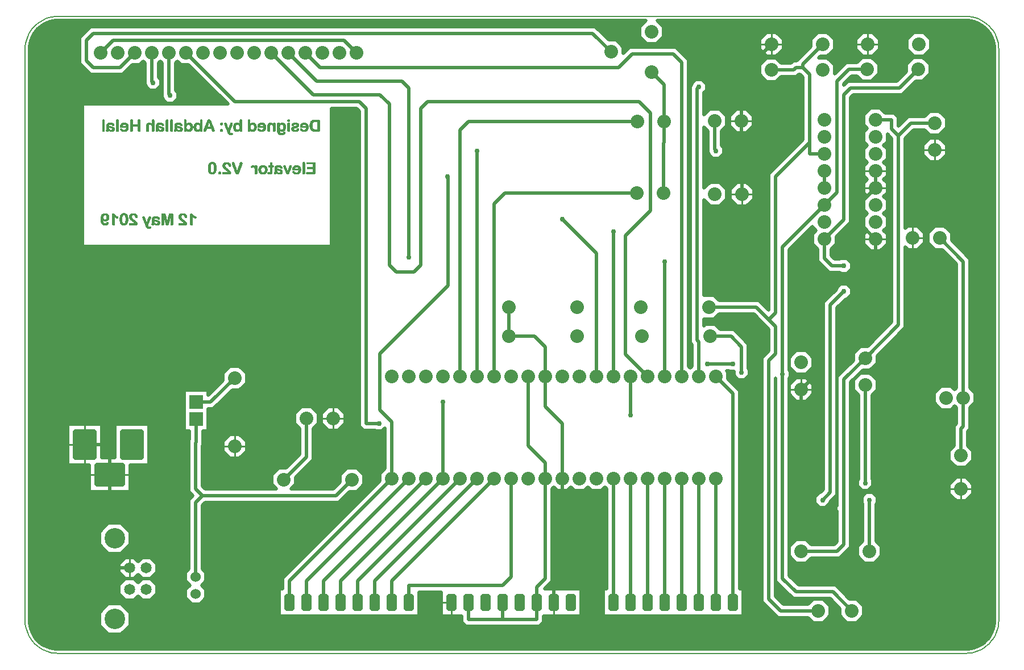
<source format=gbr>
G04 PROTEUS GERBER X2 FILE*
%TF.GenerationSoftware,Labcenter,Proteus,8.5-SP0-Build22067*%
%TF.CreationDate,2019-05-13T12:57:21+00:00*%
%TF.FileFunction,Copper,L16,Bot*%
%TF.FilePolarity,Positive*%
%TF.Part,Single*%
%FSLAX45Y45*%
%MOMM*%
G01*
%TA.AperFunction,Conductor*%
%ADD10C,0.508000*%
%TA.AperFunction,ViaPad*%
%ADD11C,0.762000*%
%TA.AperFunction,Conductor*%
%ADD12C,0.254000*%
%TA.AperFunction,ComponentPad*%
%ADD13C,2.032000*%
%AMDIL004*
4,1,8,
-1.778000,1.981200,-1.473200,2.286000,1.473200,2.286000,1.778000,1.981200,1.778000,-1.981200,
1.473200,-2.286000,-1.473200,-2.286000,-1.778000,-1.981200,-1.778000,1.981200,
0*%
%ADD14DIL004*%
%AMDIL005*
4,1,8,
-2.286000,1.473200,-1.981200,1.778000,1.981200,1.778000,2.286000,1.473200,2.286000,-1.473200,
1.981200,-1.778000,-1.981200,-1.778000,-2.286000,-1.473200,-2.286000,1.473200,
0*%
%ADD15DIL005*%
%TA.AperFunction,WasherPad*%
%ADD16C,1.651000*%
%ADD17C,3.048000*%
%AMDIL008*
4,1,8,
-0.762000,0.965200,-0.457200,1.270000,0.457200,1.270000,0.762000,0.965200,0.762000,-0.965200,
0.457200,-1.270000,-0.457200,-1.270000,-0.762000,-0.965200,-0.762000,0.965200,
0*%
%TA.AperFunction,ComponentPad*%
%ADD18DIL008*%
%TA.AperFunction,WasherPad*%
%ADD70C,1.524000*%
%TA.AperFunction,ComponentPad*%
%ADD71R,2.032000X2.032000*%
%TA.AperFunction,Profile*%
%ADD20C,0.203200*%
%TA.AperFunction,NonConductor*%
%ADD21C,0.031750*%
G36*
X+14045770Y+9434201D02*
X+14089862Y+9427689D01*
X+14132134Y+9417117D01*
X+14172433Y+9402694D01*
X+14210598Y+9384625D01*
X+14246454Y+9363109D01*
X+14279822Y+9338340D01*
X+14310514Y+9310514D01*
X+14338340Y+9279822D01*
X+14363110Y+9246453D01*
X+14384626Y+9210598D01*
X+14402694Y+9172434D01*
X+14417117Y+9132134D01*
X+14427689Y+9089862D01*
X+14434201Y+9045770D01*
X+14436500Y+8998458D01*
X+14436500Y+501542D01*
X+14434201Y+454230D01*
X+14427689Y+410138D01*
X+14417117Y+367866D01*
X+14402694Y+327566D01*
X+14384626Y+289402D01*
X+14363110Y+253547D01*
X+14338340Y+220178D01*
X+14310514Y+189486D01*
X+14279822Y+161660D01*
X+14246454Y+136891D01*
X+14210598Y+115375D01*
X+14172433Y+97306D01*
X+14132134Y+82883D01*
X+14089862Y+72311D01*
X+14045770Y+65799D01*
X+13998458Y+63500D01*
X+501542Y+63500D01*
X+454230Y+65799D01*
X+410138Y+72311D01*
X+367866Y+82883D01*
X+327567Y+97306D01*
X+289402Y+115375D01*
X+253546Y+136891D01*
X+220178Y+161660D01*
X+189486Y+189486D01*
X+161660Y+220178D01*
X+136890Y+253547D01*
X+115374Y+289402D01*
X+97306Y+327566D01*
X+82883Y+367866D01*
X+72311Y+410138D01*
X+65799Y+454230D01*
X+63500Y+501542D01*
X+63500Y+8998458D01*
X+65799Y+9045770D01*
X+72311Y+9089862D01*
X+82883Y+9132134D01*
X+97306Y+9172434D01*
X+115374Y+9210598D01*
X+136890Y+9246453D01*
X+161660Y+9279822D01*
X+189486Y+9310514D01*
X+220178Y+9338340D01*
X+253546Y+9363109D01*
X+289402Y+9384625D01*
X+327567Y+9402694D01*
X+367866Y+9417117D01*
X+410138Y+9427689D01*
X+454230Y+9434201D01*
X+501542Y+9436500D01*
X+9246294Y+9436500D01*
X+9152181Y+9342387D01*
X+9152181Y+9195093D01*
X+9256333Y+9090941D01*
X+9403627Y+9090941D01*
X+9507779Y+9195093D01*
X+9507779Y+9342387D01*
X+9413666Y+9436500D01*
X+13998458Y+9436500D01*
X+14045770Y+9434201D01*
G37*
%LPC*%
G36*
X+8695863Y+9146539D02*
X+8803627Y+9146539D01*
X+8907779Y+9042387D01*
X+8907779Y+8949861D01*
X+9000317Y+9042399D01*
X+9694083Y+9042399D01*
X+9880599Y+8855883D01*
X+9880599Y+4277347D01*
X+9906000Y+4251946D01*
X+9931401Y+4277347D01*
X+9931401Y+4606117D01*
X+9906001Y+4631517D01*
X+9906001Y+8462183D01*
X+9918701Y+8474883D01*
X+9918701Y+8492844D01*
X+9985656Y+8559799D01*
X+10080344Y+8559799D01*
X+10147299Y+8492844D01*
X+10147299Y+8398156D01*
X+10109199Y+8360056D01*
X+10109199Y+8030145D01*
X+10194353Y+8115299D01*
X+10341647Y+8115299D01*
X+10445799Y+8011147D01*
X+10445799Y+7863853D01*
X+10369599Y+7787653D01*
X+10369599Y+7572044D01*
X+10401299Y+7540344D01*
X+10401299Y+7445656D01*
X+10334344Y+7378701D01*
X+10239656Y+7378701D01*
X+10172701Y+7445656D01*
X+10172701Y+7463617D01*
X+10166401Y+7469917D01*
X+10166401Y+7787653D01*
X+10109199Y+7844855D01*
X+10109199Y+6936625D01*
X+10198213Y+7025639D01*
X+10345507Y+7025639D01*
X+10449659Y+6921487D01*
X+10449659Y+6774193D01*
X+10345507Y+6670041D01*
X+10198213Y+6670041D01*
X+10109199Y+6759055D01*
X+10109199Y+5336525D01*
X+10111753Y+5339079D01*
X+10259047Y+5339079D01*
X+10335247Y+5262879D01*
X+10933603Y+5262879D01*
X+11074400Y+5122082D01*
X+11074401Y+5122083D01*
X+11074401Y+7154083D01*
X+11582401Y+7662084D01*
X+11582401Y+8593917D01*
X+11540317Y+8636001D01*
X+11522883Y+8636001D01*
X+11489863Y+8602981D01*
X+11262347Y+8602981D01*
X+11186147Y+8526781D01*
X+11038853Y+8526781D01*
X+10934701Y+8630933D01*
X+10934701Y+8778227D01*
X+11038853Y+8882379D01*
X+11186147Y+8882379D01*
X+11262347Y+8806179D01*
X+11405697Y+8806179D01*
X+11438717Y+8839199D01*
X+11489517Y+8839199D01*
X+11696701Y+9046383D01*
X+11696701Y+9154147D01*
X+11800853Y+9258299D01*
X+11948147Y+9258299D01*
X+12052299Y+9154147D01*
X+12052299Y+9006853D01*
X+11948147Y+8902701D01*
X+11840383Y+8902701D01*
X+11820061Y+8882379D01*
X+11948147Y+8882379D01*
X+12052299Y+8778227D01*
X+12052299Y+8639981D01*
X+12226117Y+8813799D01*
X+12385053Y+8813799D01*
X+12461253Y+8889999D01*
X+12608547Y+8889999D01*
X+12712699Y+8785847D01*
X+12712699Y+8638553D01*
X+12608547Y+8534401D01*
X+12461253Y+8534401D01*
X+12385053Y+8610601D01*
X+12310283Y+8610601D01*
X+12191999Y+8492317D01*
X+12191999Y+8474881D01*
X+12251517Y+8534399D01*
X+12975417Y+8534399D01*
X+13119101Y+8678083D01*
X+13119101Y+8785847D01*
X+13223253Y+8889999D01*
X+13370547Y+8889999D01*
X+13474699Y+8785847D01*
X+13474699Y+8638553D01*
X+13370547Y+8534401D01*
X+13262783Y+8534401D01*
X+13059583Y+8331201D01*
X+12335683Y+8331201D01*
X+12293599Y+8289117D01*
X+12293599Y+6427297D01*
X+12077699Y+6211397D01*
X+12077699Y+6103633D01*
X+12001499Y+6027433D01*
X+12001499Y+5934883D01*
X+12056283Y+5880099D01*
X+12131956Y+5880099D01*
X+12144656Y+5892799D01*
X+12239344Y+5892799D01*
X+12306299Y+5825844D01*
X+12306299Y+5731156D01*
X+12239344Y+5664201D01*
X+12144656Y+5664201D01*
X+12131956Y+5676901D01*
X+11972117Y+5676901D01*
X+11798301Y+5850717D01*
X+11798301Y+6027433D01*
X+11722101Y+6103633D01*
X+11722101Y+6250927D01*
X+11775454Y+6304280D01*
X+11722101Y+6357633D01*
X+11722101Y+6363799D01*
X+11379199Y+6020897D01*
X+11379199Y+4225644D01*
X+11391899Y+4212944D01*
X+11391899Y+4118256D01*
X+11379199Y+4105556D01*
X+11379199Y+1159683D01*
X+11520566Y+1018316D01*
X+12071366Y+1018316D01*
X+12276883Y+812799D01*
X+12384647Y+812799D01*
X+12488799Y+708647D01*
X+12488799Y+561353D01*
X+12384647Y+457201D01*
X+12237353Y+457201D01*
X+12133201Y+561353D01*
X+12133201Y+669117D01*
X+11987200Y+815118D01*
X+11436400Y+815118D01*
X+11176001Y+1075517D01*
X+11176001Y+4105556D01*
X+11175999Y+4105558D01*
X+11175999Y+854883D01*
X+11294283Y+736599D01*
X+11661153Y+736599D01*
X+11737353Y+812799D01*
X+11884647Y+812799D01*
X+11988799Y+708647D01*
X+11988799Y+561353D01*
X+11884647Y+457201D01*
X+11737353Y+457201D01*
X+11661153Y+533401D01*
X+11210117Y+533401D01*
X+10972801Y+770717D01*
X+10972801Y+4410883D01*
X+11074401Y+4512483D01*
X+11074401Y+4834717D01*
X+10849437Y+5059681D01*
X+10335247Y+5059681D01*
X+10259047Y+4983481D01*
X+10111753Y+4983481D01*
X+10109199Y+4986035D01*
X+10109199Y+4884405D01*
X+10129533Y+4904739D01*
X+10276827Y+4904739D01*
X+10353027Y+4828539D01*
X+10555143Y+4828539D01*
X+10769599Y+4614083D01*
X+10769599Y+4251044D01*
X+10782299Y+4238344D01*
X+10782299Y+4143656D01*
X+10715344Y+4076701D01*
X+10620656Y+4076701D01*
X+10553701Y+4143656D01*
X+10553701Y+4203701D01*
X+10493656Y+4203701D01*
X+10480956Y+4216401D01*
X+10449545Y+4216401D01*
X+10464799Y+4201147D01*
X+10464799Y+4093383D01*
X+10642599Y+3915583D01*
X+10642599Y+965199D01*
X+10693399Y+965199D01*
X+10693399Y+558801D01*
X+8610601Y+558801D01*
X+8610601Y+965199D01*
X+8661401Y+965199D01*
X+8661401Y+2453653D01*
X+8636000Y+2479054D01*
X+8582647Y+2425701D01*
X+8435353Y+2425701D01*
X+8382000Y+2479054D01*
X+8328647Y+2425701D01*
X+8181353Y+2425701D01*
X+8128000Y+2479054D01*
X+8074647Y+2425701D01*
X+7927353Y+2425701D01*
X+7874000Y+2479054D01*
X+7848599Y+2453653D01*
X+7848599Y+1075517D01*
X+7738281Y+965199D01*
X+8280399Y+965199D01*
X+8280399Y+558801D01*
X+7721599Y+558801D01*
X+7721599Y+465917D01*
X+7662083Y+406401D01*
X+6561917Y+406401D01*
X+6502401Y+465917D01*
X+6502401Y+558801D01*
X+6197601Y+558801D01*
X+6197601Y+914401D01*
X+5867399Y+914401D01*
X+5867399Y+558801D01*
X+3784601Y+558801D01*
X+3784601Y+965199D01*
X+3835401Y+965199D01*
X+3835401Y+1121583D01*
X+5283201Y+2569383D01*
X+5283201Y+2677147D01*
X+5359401Y+2753347D01*
X+5359401Y+3356258D01*
X+5317844Y+3314701D01*
X+5223156Y+3314701D01*
X+5210456Y+3327401D01*
X+5037917Y+3327401D01*
X+4978401Y+3386917D01*
X+4978401Y+8085917D01*
X+4936317Y+8128001D01*
X+4561840Y+8128001D01*
X+4561840Y+6068060D01*
X+853440Y+6068060D01*
X+853440Y+8188960D01*
X+3018618Y+8188960D01*
X+2429337Y+8778241D01*
X+2321573Y+8778241D01*
X+2268220Y+8831594D01*
X+2242819Y+8806193D01*
X+2242819Y+8396324D01*
X+2273299Y+8365844D01*
X+2273299Y+8271156D01*
X+2206344Y+8204201D01*
X+2111656Y+8204201D01*
X+2044701Y+8271156D01*
X+2044701Y+8289113D01*
X+2039621Y+8294193D01*
X+2039621Y+8806193D01*
X+2014220Y+8831594D01*
X+1988819Y+8806193D01*
X+1988819Y+8586824D01*
X+2019299Y+8556344D01*
X+2019299Y+8461656D01*
X+1952344Y+8394701D01*
X+1857656Y+8394701D01*
X+1790701Y+8461656D01*
X+1790701Y+8479613D01*
X+1785621Y+8484693D01*
X+1785621Y+8806193D01*
X+1760220Y+8831594D01*
X+1706867Y+8778241D01*
X+1599103Y+8778241D01*
X+1456863Y+8636001D01*
X+973917Y+8636001D01*
X+812801Y+8797117D01*
X+812801Y+9186083D01*
X+973917Y+9347199D01*
X+8495203Y+9347199D01*
X+8695863Y+9146539D01*
G37*
G36*
X+1842999Y+2806701D02*
X+1563799Y+2806701D01*
X+1563799Y+2407501D01*
X+954201Y+2407501D01*
X+954201Y+2806701D01*
X+635001Y+2806701D01*
X+635001Y+3416299D01*
X+1142999Y+3416299D01*
X+1142999Y+2915499D01*
X+1335001Y+2915499D01*
X+1335001Y+3416299D01*
X+1842999Y+3416299D01*
X+1842999Y+2806701D01*
G37*
G36*
X+12811747Y+8056879D02*
X+12945283Y+8056879D01*
X+13004799Y+7997363D01*
X+13004799Y+7865283D01*
X+13004800Y+7865282D01*
X+13148137Y+8008619D01*
X+13393433Y+8008619D01*
X+13469633Y+8084819D01*
X+13616927Y+8084819D01*
X+13721079Y+7980667D01*
X+13721079Y+7833373D01*
X+13616927Y+7729221D01*
X+13469633Y+7729221D01*
X+13393433Y+7805421D01*
X+13232303Y+7805421D01*
X+13106399Y+7679517D01*
X+13106399Y+6334645D01*
X+13144613Y+6372859D01*
X+13291907Y+6372859D01*
X+13396059Y+6268707D01*
X+13396059Y+6121413D01*
X+13291907Y+6017261D01*
X+13144613Y+6017261D01*
X+13106399Y+6055475D01*
X+13106399Y+4853717D01*
X+12687299Y+4434617D01*
X+12687299Y+4326853D01*
X+12583147Y+4222701D01*
X+12475383Y+4222701D01*
X+12293599Y+4040917D01*
X+12293599Y+1583517D01*
X+12132483Y+1422401D01*
X+11706847Y+1422401D01*
X+11630647Y+1346201D01*
X+11483353Y+1346201D01*
X+11379201Y+1450353D01*
X+11379201Y+1597647D01*
X+11483353Y+1701799D01*
X+11630647Y+1701799D01*
X+11706847Y+1625599D01*
X+12048317Y+1625599D01*
X+12090401Y+1667683D01*
X+12090401Y+2121539D01*
X+12083412Y+2114550D01*
X+12046588Y+2114550D01*
X+12020550Y+2140588D01*
X+12020550Y+2177412D01*
X+12046588Y+2203450D01*
X+12083412Y+2203450D01*
X+12090401Y+2196461D01*
X+12090401Y+4125083D01*
X+12331701Y+4366383D01*
X+12331701Y+4474147D01*
X+12435853Y+4578299D01*
X+12543617Y+4578299D01*
X+12903201Y+4937883D01*
X+12903201Y+7679517D01*
X+12839699Y+7743019D01*
X+12839699Y+7627633D01*
X+12786346Y+7574280D01*
X+12839699Y+7520927D01*
X+12839699Y+7373633D01*
X+12786346Y+7320280D01*
X+12839699Y+7266927D01*
X+12839699Y+7119633D01*
X+12786346Y+7066280D01*
X+12839699Y+7012927D01*
X+12839699Y+6865633D01*
X+12786346Y+6812280D01*
X+12839699Y+6758927D01*
X+12839699Y+6611633D01*
X+12786346Y+6558280D01*
X+12839699Y+6504927D01*
X+12839699Y+6357633D01*
X+12786346Y+6304280D01*
X+12839699Y+6250927D01*
X+12839699Y+6103633D01*
X+12735547Y+5999481D01*
X+12588253Y+5999481D01*
X+12484101Y+6103633D01*
X+12484101Y+6250927D01*
X+12537454Y+6304280D01*
X+12484101Y+6357633D01*
X+12484101Y+6504927D01*
X+12537454Y+6558280D01*
X+12484101Y+6611633D01*
X+12484101Y+6758927D01*
X+12537454Y+6812280D01*
X+12484101Y+6865633D01*
X+12484101Y+7012927D01*
X+12537454Y+7066280D01*
X+12484101Y+7119633D01*
X+12484101Y+7266927D01*
X+12537454Y+7320280D01*
X+12484101Y+7373633D01*
X+12484101Y+7520927D01*
X+12537454Y+7574280D01*
X+12484101Y+7627633D01*
X+12484101Y+7774927D01*
X+12537454Y+7828280D01*
X+12484101Y+7881633D01*
X+12484101Y+8028927D01*
X+12588253Y+8133079D01*
X+12735547Y+8133079D01*
X+12811747Y+8056879D01*
G37*
G36*
X+13365481Y+7433373D02*
X+13365481Y+7580667D01*
X+13469633Y+7684819D01*
X+13616927Y+7684819D01*
X+13721079Y+7580667D01*
X+13721079Y+7433373D01*
X+13616927Y+7329221D01*
X+13469633Y+7329221D01*
X+13365481Y+7433373D01*
G37*
G36*
X+3299459Y+4178287D02*
X+3299459Y+4030993D01*
X+3195307Y+3926841D01*
X+3087543Y+3926841D01*
X+2805603Y+3644901D01*
X+2725419Y+3644901D01*
X+2725419Y+3314701D01*
X+2649219Y+3314701D01*
X+2649219Y+3107513D01*
X+2641599Y+3099893D01*
X+2641599Y+2493183D01*
X+2683683Y+2451099D01*
X+3741435Y+2451099D01*
X+3675381Y+2517153D01*
X+3675381Y+2664447D01*
X+3779533Y+2768599D01*
X+3887297Y+2768599D01*
X+4088181Y+2969483D01*
X+4088181Y+3352813D01*
X+4011981Y+3429013D01*
X+4011981Y+3576307D01*
X+4116133Y+3680459D01*
X+4263427Y+3680459D01*
X+4367579Y+3576307D01*
X+4367579Y+3429013D01*
X+4291379Y+3352813D01*
X+4291379Y+2885317D01*
X+4030979Y+2624917D01*
X+4030979Y+2517153D01*
X+3964925Y+2451099D01*
X+4585797Y+2451099D01*
X+4691381Y+2556683D01*
X+4691381Y+2664447D01*
X+4795533Y+2768599D01*
X+4942827Y+2768599D01*
X+5046979Y+2664447D01*
X+5046979Y+2517153D01*
X+4942827Y+2413001D01*
X+4835063Y+2413001D01*
X+4669963Y+2247901D01*
X+2683683Y+2247901D01*
X+2641599Y+2205817D01*
X+2641599Y+1256926D01*
X+2692399Y+1206126D01*
X+2692399Y+1079874D01*
X+2628525Y+1016000D01*
X+2692399Y+952126D01*
X+2692399Y+825874D01*
X+2603126Y+736601D01*
X+2476874Y+736601D01*
X+2387601Y+825874D01*
X+2387601Y+952126D01*
X+2451475Y+1016000D01*
X+2387601Y+1079874D01*
X+2387601Y+1206126D01*
X+2438401Y+1256926D01*
X+2438401Y+2289983D01*
X+2497918Y+2349500D01*
X+2438401Y+2409017D01*
X+2438401Y+3184067D01*
X+2446021Y+3191687D01*
X+2446021Y+3314701D01*
X+2369821Y+3314701D01*
X+2369821Y+3924299D01*
X+2725419Y+3924299D01*
X+2725419Y+3852081D01*
X+2943861Y+4070523D01*
X+2943861Y+4178287D01*
X+3048013Y+4282439D01*
X+3195307Y+4282439D01*
X+3299459Y+4178287D01*
G37*
G36*
X+4767579Y+3576307D02*
X+4767579Y+3429013D01*
X+4663427Y+3324861D01*
X+4516133Y+3324861D01*
X+4411981Y+3429013D01*
X+4411981Y+3576307D01*
X+4516133Y+3680459D01*
X+4663427Y+3680459D01*
X+4767579Y+3576307D01*
G37*
G36*
X+10849659Y+6921487D02*
X+10849659Y+6774193D01*
X+10745507Y+6670041D01*
X+10598213Y+6670041D01*
X+10494061Y+6774193D01*
X+10494061Y+6921487D01*
X+10598213Y+7025639D01*
X+10745507Y+7025639D01*
X+10849659Y+6921487D01*
G37*
G36*
X+13761721Y+2374913D02*
X+13761721Y+2522207D01*
X+13865873Y+2626359D01*
X+14013167Y+2626359D01*
X+14117319Y+2522207D01*
X+14117319Y+2374913D01*
X+14013167Y+2270761D01*
X+13865873Y+2270761D01*
X+13761721Y+2374913D01*
G37*
G36*
X+13796059Y+6268707D02*
X+13796059Y+6160943D01*
X+14071599Y+5885403D01*
X+14071599Y+3959847D01*
X+14147799Y+3883647D01*
X+14147799Y+3736353D01*
X+14071599Y+3660153D01*
X+14071599Y+3341197D01*
X+14041119Y+3310717D01*
X+14041119Y+3098407D01*
X+14117319Y+3022207D01*
X+14117319Y+2874913D01*
X+14013167Y+2770761D01*
X+13865873Y+2770761D01*
X+13761721Y+2874913D01*
X+13761721Y+3022207D01*
X+13837921Y+3098407D01*
X+13837921Y+3394883D01*
X+13868401Y+3425363D01*
X+13868401Y+3660153D01*
X+13843000Y+3685554D01*
X+13789647Y+3632201D01*
X+13642353Y+3632201D01*
X+13538201Y+3736353D01*
X+13538201Y+3883647D01*
X+13642353Y+3987799D01*
X+13789647Y+3987799D01*
X+13843000Y+3934446D01*
X+13868401Y+3959847D01*
X+13868401Y+5801237D01*
X+13652377Y+6017261D01*
X+13544613Y+6017261D01*
X+13440461Y+6121413D01*
X+13440461Y+6268707D01*
X+13544613Y+6372859D01*
X+13691907Y+6372859D01*
X+13796059Y+6268707D01*
G37*
G36*
X+10845799Y+8011147D02*
X+10845799Y+7863853D01*
X+10741647Y+7759701D01*
X+10594353Y+7759701D01*
X+10490201Y+7863853D01*
X+10490201Y+8011147D01*
X+10594353Y+8115299D01*
X+10741647Y+8115299D01*
X+10845799Y+8011147D01*
G37*
G36*
X+1964689Y+1018256D02*
X+1964689Y+886744D01*
X+1871696Y+793751D01*
X+1740184Y+793751D01*
X+1681480Y+852455D01*
X+1622776Y+793751D01*
X+1491264Y+793751D01*
X+1398271Y+886744D01*
X+1398271Y+1018256D01*
X+1491264Y+1111249D01*
X+1622776Y+1111249D01*
X+1681480Y+1052545D01*
X+1740184Y+1111249D01*
X+1871696Y+1111249D01*
X+1964689Y+1018256D01*
G37*
G36*
X+1964689Y+1338296D02*
X+1964689Y+1206784D01*
X+1871696Y+1113791D01*
X+1740184Y+1113791D01*
X+1681480Y+1172495D01*
X+1622776Y+1113791D01*
X+1491264Y+1113791D01*
X+1398271Y+1206784D01*
X+1398271Y+1338296D01*
X+1491264Y+1431289D01*
X+1622776Y+1431289D01*
X+1681480Y+1372585D01*
X+1740184Y+1431289D01*
X+1871696Y+1431289D01*
X+1964689Y+1338296D01*
G37*
G36*
X+1104901Y+1619811D02*
X+1104901Y+1809189D01*
X+1238811Y+1943099D01*
X+1428189Y+1943099D01*
X+1562099Y+1809189D01*
X+1562099Y+1619811D01*
X+1428189Y+1485901D01*
X+1238811Y+1485901D01*
X+1104901Y+1619811D01*
G37*
G36*
X+1104901Y+415851D02*
X+1104901Y+605229D01*
X+1238811Y+739139D01*
X+1428189Y+739139D01*
X+1562099Y+605229D01*
X+1562099Y+415851D01*
X+1428189Y+281941D01*
X+1238811Y+281941D01*
X+1104901Y+415851D01*
G37*
G36*
X+11630647Y+3759201D02*
X+11483353Y+3759201D01*
X+11379201Y+3863353D01*
X+11379201Y+4010647D01*
X+11483353Y+4114799D01*
X+11630647Y+4114799D01*
X+11734799Y+4010647D01*
X+11734799Y+3863353D01*
X+11630647Y+3759201D01*
G37*
G36*
X+11630647Y+4159201D02*
X+11483353Y+4159201D01*
X+11379201Y+4263353D01*
X+11379201Y+4410647D01*
X+11483353Y+4514799D01*
X+11630647Y+4514799D01*
X+11734799Y+4410647D01*
X+11734799Y+4263353D01*
X+11630647Y+4159201D01*
G37*
G36*
X+12687299Y+4074147D02*
X+12687299Y+3926853D01*
X+12611099Y+3850653D01*
X+12611099Y+2600044D01*
X+12623799Y+2587344D01*
X+12623799Y+2492656D01*
X+12556844Y+2425701D01*
X+12462156Y+2425701D01*
X+12395201Y+2492656D01*
X+12395201Y+2587344D01*
X+12407901Y+2600044D01*
X+12407901Y+3850653D01*
X+12331701Y+3926853D01*
X+12331701Y+4074147D01*
X+12435853Y+4178299D01*
X+12583147Y+4178299D01*
X+12687299Y+4074147D01*
G37*
G36*
X+10934701Y+9006853D02*
X+10934701Y+9154147D01*
X+11038853Y+9258299D01*
X+11186147Y+9258299D01*
X+11290299Y+9154147D01*
X+11290299Y+9006853D01*
X+11186147Y+8902701D01*
X+11038853Y+8902701D01*
X+10934701Y+9006853D01*
G37*
G36*
X+12369801Y+9006853D02*
X+12369801Y+9154147D01*
X+12473953Y+9258299D01*
X+12621247Y+9258299D01*
X+12725399Y+9154147D01*
X+12725399Y+9006853D01*
X+12621247Y+8902701D01*
X+12473953Y+8902701D01*
X+12369801Y+9006853D01*
G37*
G36*
X+13131801Y+9006853D02*
X+13131801Y+9154147D01*
X+13235953Y+9258299D01*
X+13383247Y+9258299D01*
X+13487399Y+9154147D01*
X+13487399Y+9006853D01*
X+13383247Y+8902701D01*
X+13235953Y+8902701D01*
X+13131801Y+9006853D01*
G37*
G36*
X+12687299Y+2333344D02*
X+12687299Y+2238656D01*
X+12674599Y+2225956D01*
X+12674599Y+1673847D01*
X+12750799Y+1597647D01*
X+12750799Y+1450353D01*
X+12646647Y+1346201D01*
X+12499353Y+1346201D01*
X+12395201Y+1450353D01*
X+12395201Y+1597647D01*
X+12471401Y+1673847D01*
X+12471401Y+2225956D01*
X+12458701Y+2238656D01*
X+12458701Y+2333344D01*
X+12525656Y+2400299D01*
X+12620344Y+2400299D01*
X+12687299Y+2333344D01*
G37*
G36*
X+3048013Y+3266439D02*
X+3195307Y+3266439D01*
X+3299459Y+3162287D01*
X+3299459Y+3014993D01*
X+3195307Y+2910841D01*
X+3048013Y+2910841D01*
X+2943861Y+3014993D01*
X+2943861Y+3162287D01*
X+3048013Y+3266439D01*
G37*
G36*
X+12306299Y+5444844D02*
X+12306299Y+5350156D01*
X+12239344Y+5283201D01*
X+12221383Y+5283201D01*
X+12090399Y+5152217D01*
X+12090399Y+2358217D01*
X+11988799Y+2256617D01*
X+11988799Y+2238656D01*
X+11921844Y+2171701D01*
X+11827156Y+2171701D01*
X+11760201Y+2238656D01*
X+11760201Y+2333344D01*
X+11827156Y+2400299D01*
X+11845117Y+2400299D01*
X+11887201Y+2442383D01*
X+11887201Y+5236383D01*
X+12077701Y+5426883D01*
X+12077701Y+5444844D01*
X+12144656Y+5511799D01*
X+12239344Y+5511799D01*
X+12306299Y+5444844D01*
G37*
%LPD*%
D10*
X+3853180Y+2590800D02*
X+4189780Y+2927400D01*
X+4189780Y+3502660D01*
X+12509500Y+2540000D02*
X+12509500Y+4000500D01*
X+12573000Y+2286000D02*
X+12573000Y+1524000D01*
X+3121660Y+4104640D02*
X+2763520Y+3746500D01*
X+2547620Y+3746500D01*
X+5461000Y+2603500D02*
X+5461000Y+3454400D01*
X+5283200Y+3632200D01*
X+5283200Y+4470400D01*
X+6299200Y+5486400D01*
X+6299200Y+7099300D01*
X+6286500Y+7112000D01*
X+5461000Y+2603500D02*
X+3937000Y+1079500D01*
X+3937000Y+762000D01*
X+6223000Y+2603500D02*
X+4699000Y+1079500D01*
X+4699000Y+762000D01*
X+6223000Y+2603500D02*
X+6223000Y+3746500D01*
X+10287000Y+4127500D02*
X+10541000Y+3873500D01*
X+10541000Y+762000D01*
X+3665220Y+8956040D02*
X+4290060Y+8331200D01*
X+5283200Y+8331200D01*
X+5423652Y+8190748D01*
X+5423652Y+5791200D01*
X+5525252Y+5689600D01*
X+5791200Y+5689600D01*
X+5892800Y+5791200D01*
X+5892800Y+8128000D01*
X+5994400Y+8229600D01*
X+9144000Y+8229600D01*
X+9314790Y+8058810D01*
X+9314790Y+6604000D01*
X+8940800Y+6230010D01*
X+8940800Y+4457700D01*
X+9271000Y+4127500D01*
X+5715000Y+5905500D02*
X+5715000Y+8432800D01*
X+5613400Y+8534400D01*
X+4340860Y+8534400D01*
X+3919220Y+8956040D01*
X+9525000Y+5842000D02*
X+9525000Y+4127500D01*
X+4173220Y+8956040D02*
X+4391660Y+8737600D01*
X+8839200Y+8737600D01*
X+9042400Y+8940800D01*
X+9652000Y+8940800D01*
X+9779000Y+8813800D01*
X+9779000Y+4127500D01*
X+10033000Y+8445500D02*
X+10007600Y+8420100D01*
X+10007600Y+4673600D01*
X+10033000Y+4648200D01*
X+10033000Y+4127500D01*
X+5270500Y+3429000D02*
X+5080000Y+3429000D01*
X+5080000Y+8128000D01*
X+4978400Y+8229600D01*
X+3121660Y+8229600D01*
X+2395220Y+8956040D01*
X+9017000Y+3556000D02*
X+9017000Y+4127500D01*
X+2159000Y+8318500D02*
X+2141220Y+8336280D01*
X+2141220Y+8956040D01*
X+8763000Y+6286500D02*
X+8763000Y+4127500D01*
X+8001000Y+6477000D02*
X+8509000Y+5969000D01*
X+8509000Y+4127500D01*
X+1905000Y+8509000D02*
X+1887220Y+8526780D01*
X+1887220Y+8956040D01*
X+6985000Y+4127500D02*
X+6985000Y+6705600D01*
X+7142480Y+6863080D01*
X+9109660Y+6863080D01*
X+12661900Y+6177280D02*
X+12661900Y+5689600D01*
X+12560300Y+5588000D01*
X+11988800Y+5588000D01*
X+11887200Y+5486400D01*
X+11887200Y+4267200D01*
X+11557000Y+3937000D01*
X+10668000Y+7937500D02*
X+10668000Y+8636000D01*
X+11112500Y+9080500D01*
X+1259000Y+2661500D02*
X+1259000Y+2336800D01*
X+1016000Y+2093800D01*
X+1016000Y+1422400D01*
X+1165860Y+1272540D01*
X+1557020Y+1272540D01*
X+7747000Y+4127500D02*
X+7747000Y+4572000D01*
X+7589520Y+4729480D01*
X+7200900Y+4729480D01*
X+8001000Y+2603500D02*
X+8001000Y+2336800D01*
X+7874000Y+2209800D01*
X+7874000Y+762000D01*
X+12661900Y+6177280D02*
X+12395200Y+6443980D01*
X+12395200Y+6672580D01*
X+12661900Y+6939280D01*
X+7747000Y+4127500D02*
X+7747000Y+3683000D01*
X+8001000Y+3429000D01*
X+1259000Y+2661500D02*
X+1259000Y+3111500D01*
X+889000Y+3111500D01*
X+9329980Y+8668740D02*
X+9519920Y+8478800D01*
X+9519920Y+7932420D01*
X+9519920Y+7620000D01*
X+9509660Y+7609740D01*
X+9509660Y+6863080D01*
X+10671860Y+6847840D02*
X+10671860Y+7213600D01*
X+10668000Y+7217460D01*
X+10668000Y+7937500D01*
X+4935220Y+8956040D02*
X+4747260Y+9144000D01*
X+1313180Y+9144000D01*
X+1125220Y+8956040D01*
X+8001000Y+2603500D02*
X+8001000Y+3429000D01*
X+7200900Y+4729480D02*
X+7200900Y+5161280D01*
X+12661900Y+6939280D02*
X+12661900Y+7193280D01*
X+11899900Y+6939280D02*
X+11899900Y+7193280D01*
X+11557000Y+3937000D02*
X+11557000Y+2336800D01*
X+11734800Y+2159000D01*
X+12065000Y+2159000D01*
X+11074400Y+4978400D02*
X+11176000Y+4876800D01*
X+11176000Y+4470400D01*
X+11074400Y+4368800D01*
X+11074400Y+812800D01*
X+11252200Y+635000D01*
X+11811000Y+635000D01*
X+11074400Y+4978400D02*
X+10891520Y+5161280D01*
X+10185400Y+5161280D01*
X+11582400Y+8737600D02*
X+11582400Y+8788400D01*
X+11874500Y+9080500D01*
X+11582400Y+8737600D02*
X+11480800Y+8737600D01*
X+11447780Y+8704580D01*
X+11112500Y+8704580D01*
X+11684000Y+7620000D02*
X+11684000Y+7447280D01*
X+11899900Y+7447280D01*
X+11684000Y+7620000D02*
X+11176000Y+7112000D01*
X+11176000Y+5080000D01*
X+11074400Y+4978400D01*
X+11684000Y+7620000D02*
X+11684000Y+8636000D01*
X+11582400Y+8737600D01*
X+11277600Y+4165600D02*
X+11277600Y+1117600D01*
X+11478483Y+916717D01*
X+12029283Y+916717D01*
X+12311000Y+635000D01*
X+11899900Y+6685280D02*
X+11277600Y+6062980D01*
X+11277600Y+4165600D01*
X+11899900Y+6685280D02*
X+12090400Y+6875780D01*
X+12090400Y+8534400D01*
X+12268200Y+8712200D01*
X+12534900Y+8712200D01*
X+10668000Y+4191000D02*
X+10668000Y+4572000D01*
X+10513060Y+4726940D01*
X+10203180Y+4726940D01*
X+9119920Y+7932420D02*
X+6604000Y+7932420D01*
X+6477000Y+7805420D01*
X+6477000Y+4127500D01*
X+13970000Y+3810000D02*
X+13970000Y+5843320D01*
X+13618260Y+6195060D01*
X+13939520Y+2948560D02*
X+13939520Y+3352800D01*
X+13970000Y+3383280D01*
X+13970000Y+3810000D01*
X+11899900Y+6177280D02*
X+12192000Y+6469380D01*
X+12192000Y+8331200D01*
X+12293600Y+8432800D01*
X+13017500Y+8432800D01*
X+13296900Y+8712200D01*
X+11874500Y+2286000D02*
X+11988800Y+2400300D01*
X+11988800Y+5194300D01*
X+12192000Y+5397500D01*
X+11899900Y+6177280D02*
X+11899900Y+5892800D01*
X+12014200Y+5778500D01*
X+12192000Y+5778500D01*
X+4191000Y+762000D02*
X+4191000Y+1079500D01*
X+5715000Y+2603500D01*
X+4445000Y+762000D02*
X+4445000Y+1079500D01*
X+5969000Y+2603500D01*
X+4953000Y+762000D02*
X+4953000Y+1079500D01*
X+6477000Y+2603500D01*
X+5207000Y+762000D02*
X+5207000Y+1079500D01*
X+6731000Y+2603500D01*
X+5461000Y+762000D02*
X+5461000Y+1079500D01*
X+6985000Y+2603500D01*
X+5715000Y+762000D02*
X+5715000Y+1016000D01*
X+7112000Y+1016000D01*
X+7239000Y+1143000D01*
X+7239000Y+2603500D01*
X+8763000Y+762000D02*
X+8763000Y+2603500D01*
X+9017000Y+762000D02*
X+9017000Y+2603500D01*
X+9271000Y+762000D02*
X+9271000Y+2603500D01*
X+9525000Y+762000D02*
X+9525000Y+2603500D01*
X+9779000Y+762000D02*
X+9779000Y+2603500D01*
X+10033000Y+762000D02*
X+10033000Y+2603500D01*
X+10287000Y+762000D02*
X+10287000Y+2603500D01*
X+10160000Y+4318000D02*
X+10541000Y+4318000D01*
X+1633220Y+8956040D02*
X+1414780Y+8737600D01*
X+1016000Y+8737600D01*
X+914400Y+8839200D01*
X+914400Y+9144000D01*
X+1016000Y+9245600D01*
X+8453120Y+9245600D01*
X+8729980Y+8968740D01*
X+6731000Y+7493000D02*
X+6731000Y+4127500D01*
X+10287000Y+7493000D02*
X+10268000Y+7512000D01*
X+10268000Y+7937500D01*
X+12509500Y+4400500D02*
X+12192000Y+4083000D01*
X+12192000Y+1625600D01*
X+12090400Y+1524000D01*
X+11557000Y+1524000D01*
X+12509500Y+4400500D02*
X+13004800Y+4895800D01*
X+13004800Y+7721600D01*
X+4869180Y+2590800D02*
X+4627880Y+2349500D01*
X+2641600Y+2349500D01*
X+7747000Y+2603500D02*
X+7747000Y+2844800D01*
X+7493000Y+3098800D01*
X+7493000Y+4127500D01*
X+7747000Y+2603500D02*
X+7747000Y+1117600D01*
X+7620000Y+990600D01*
X+7620000Y+762000D01*
X+7112000Y+508000D02*
X+7112000Y+762000D01*
X+7620000Y+762000D02*
X+7620000Y+508000D01*
X+7112000Y+508000D01*
X+6604000Y+508000D01*
X+6604000Y+762000D01*
X+13004800Y+7721600D02*
X+13190220Y+7907020D01*
X+13543280Y+7907020D01*
X+12661900Y+7955280D02*
X+12903200Y+7955280D01*
X+12903200Y+7823200D01*
X+13004800Y+7721600D01*
X+2547620Y+3492500D02*
X+2547620Y+3149600D01*
X+2540000Y+3141980D01*
X+2540000Y+2451100D01*
X+2641600Y+2349500D01*
X+2540000Y+2247900D01*
X+2540000Y+1143000D01*
D11*
X+12509500Y+2540000D03*
X+12573000Y+2286000D03*
X+6286500Y+7112000D03*
X+6223000Y+3746500D03*
X+5715000Y+5905500D03*
X+9525000Y+5842000D03*
X+10033000Y+8445500D03*
X+5270500Y+3429000D03*
X+9017000Y+3556000D03*
X+2159000Y+8318500D03*
X+8763000Y+6286500D03*
X+8001000Y+6477000D03*
X+1905000Y+8509000D03*
X+12065000Y+2159000D03*
X+10668000Y+4191000D03*
X+11277600Y+4165600D03*
X+12192000Y+5397500D03*
X+12192000Y+5778500D03*
X+11874500Y+2286000D03*
X+10541000Y+4318000D03*
X+10160000Y+4318000D03*
X+6731000Y+7493000D03*
X+10287000Y+7493000D03*
D10*
X+14045770Y+9434201D02*
X+14089862Y+9427689D01*
X+14132134Y+9417117D01*
X+14172433Y+9402694D01*
X+14210598Y+9384625D01*
X+14246454Y+9363109D01*
X+14279822Y+9338340D01*
X+14310514Y+9310514D01*
X+14338340Y+9279822D01*
X+14363110Y+9246453D01*
X+14384626Y+9210598D01*
X+14402694Y+9172434D01*
X+14417117Y+9132134D01*
X+14427689Y+9089862D01*
X+14434201Y+9045770D01*
X+14436500Y+8998458D01*
X+14436500Y+501542D01*
X+14434201Y+454230D01*
X+14427689Y+410138D01*
X+14417117Y+367866D01*
X+14402694Y+327566D01*
X+14384626Y+289402D01*
X+14363110Y+253547D01*
X+14338340Y+220178D01*
X+14310514Y+189486D01*
X+14279822Y+161660D01*
X+14246454Y+136891D01*
X+14210598Y+115375D01*
X+14172433Y+97306D01*
X+14132134Y+82883D01*
X+14089862Y+72311D01*
X+14045770Y+65799D01*
X+13998458Y+63500D01*
X+501542Y+63500D01*
X+454230Y+65799D01*
X+410138Y+72311D01*
X+367866Y+82883D01*
X+327567Y+97306D01*
X+289402Y+115375D01*
X+253546Y+136891D01*
X+220178Y+161660D01*
X+189486Y+189486D01*
X+161660Y+220178D01*
X+136890Y+253547D01*
X+115374Y+289402D01*
X+97306Y+327566D01*
X+82883Y+367866D01*
X+72311Y+410138D01*
X+65799Y+454230D01*
X+63500Y+501542D01*
X+63500Y+8998458D01*
X+65799Y+9045770D01*
X+72311Y+9089862D01*
X+82883Y+9132134D01*
X+97306Y+9172434D01*
X+115374Y+9210598D01*
X+136890Y+9246453D01*
X+161660Y+9279822D01*
X+189486Y+9310514D01*
X+220178Y+9338340D01*
X+253546Y+9363109D01*
X+289402Y+9384625D01*
X+327567Y+9402694D01*
X+367866Y+9417117D01*
X+410138Y+9427689D01*
X+454230Y+9434201D01*
X+501542Y+9436500D01*
X+9246294Y+9436500D01*
X+9152181Y+9342387D01*
X+9152181Y+9195093D01*
X+9256333Y+9090941D01*
X+9403627Y+9090941D01*
X+9507779Y+9195093D01*
X+9507779Y+9342387D01*
X+9413666Y+9436500D01*
X+13998458Y+9436500D01*
X+14045770Y+9434201D01*
X+8695863Y+9146539D02*
X+8803627Y+9146539D01*
X+8907779Y+9042387D01*
X+8907779Y+8949861D01*
X+9000317Y+9042399D01*
X+9694083Y+9042399D01*
X+9880599Y+8855883D01*
X+9880599Y+4277347D01*
X+9906000Y+4251946D01*
X+9931401Y+4277347D01*
X+9931401Y+4606117D01*
X+9906001Y+4631517D01*
X+9906001Y+8462183D01*
X+9918701Y+8474883D01*
X+9918701Y+8492844D01*
X+9985656Y+8559799D01*
X+10080344Y+8559799D01*
X+10147299Y+8492844D01*
X+10147299Y+8398156D01*
X+10109199Y+8360056D01*
X+10109199Y+8030145D01*
X+10194353Y+8115299D01*
X+10341647Y+8115299D01*
X+10445799Y+8011147D01*
X+10445799Y+7863853D01*
X+10369599Y+7787653D01*
X+10369599Y+7572044D01*
X+10401299Y+7540344D01*
X+10401299Y+7445656D01*
X+10334344Y+7378701D01*
X+10239656Y+7378701D01*
X+10172701Y+7445656D01*
X+10172701Y+7463617D01*
X+10166401Y+7469917D01*
X+10166401Y+7787653D01*
X+10109199Y+7844855D01*
X+10109199Y+6936625D01*
X+10198213Y+7025639D01*
X+10345507Y+7025639D01*
X+10449659Y+6921487D01*
X+10449659Y+6774193D01*
X+10345507Y+6670041D01*
X+10198213Y+6670041D01*
X+10109199Y+6759055D01*
X+10109199Y+5336525D01*
X+10111753Y+5339079D01*
X+10259047Y+5339079D01*
X+10335247Y+5262879D01*
X+10933603Y+5262879D01*
X+11074400Y+5122082D01*
X+11074401Y+5122083D01*
X+11074401Y+7154083D01*
X+11582401Y+7662084D01*
X+11582401Y+8593917D01*
X+11540317Y+8636001D01*
X+11522883Y+8636001D01*
X+11489863Y+8602981D01*
X+11262347Y+8602981D01*
X+11186147Y+8526781D01*
X+11038853Y+8526781D01*
X+10934701Y+8630933D01*
X+10934701Y+8778227D01*
X+11038853Y+8882379D01*
X+11186147Y+8882379D01*
X+11262347Y+8806179D01*
X+11405697Y+8806179D01*
X+11438717Y+8839199D01*
X+11489517Y+8839199D01*
X+11696701Y+9046383D01*
X+11696701Y+9154147D01*
X+11800853Y+9258299D01*
X+11948147Y+9258299D01*
X+12052299Y+9154147D01*
X+12052299Y+9006853D01*
X+11948147Y+8902701D01*
X+11840383Y+8902701D01*
X+11820061Y+8882379D01*
X+11948147Y+8882379D01*
X+12052299Y+8778227D01*
X+12052299Y+8639981D01*
X+12226117Y+8813799D01*
X+12385053Y+8813799D01*
X+12461253Y+8889999D01*
X+12608547Y+8889999D01*
X+12712699Y+8785847D01*
X+12712699Y+8638553D01*
X+12608547Y+8534401D01*
X+12461253Y+8534401D01*
X+12385053Y+8610601D01*
X+12310283Y+8610601D01*
X+12191999Y+8492317D01*
X+12191999Y+8474881D01*
X+12251517Y+8534399D01*
X+12975417Y+8534399D01*
X+13119101Y+8678083D01*
X+13119101Y+8785847D01*
X+13223253Y+8889999D01*
X+13370547Y+8889999D01*
X+13474699Y+8785847D01*
X+13474699Y+8638553D01*
X+13370547Y+8534401D01*
X+13262783Y+8534401D01*
X+13059583Y+8331201D01*
X+12335683Y+8331201D01*
X+12293599Y+8289117D01*
X+12293599Y+6427297D01*
X+12077699Y+6211397D01*
X+12077699Y+6103633D01*
X+12001499Y+6027433D01*
X+12001499Y+5934883D01*
X+12056283Y+5880099D01*
X+12131956Y+5880099D01*
X+12144656Y+5892799D01*
X+12239344Y+5892799D01*
X+12306299Y+5825844D01*
X+12306299Y+5731156D01*
X+12239344Y+5664201D01*
X+12144656Y+5664201D01*
X+12131956Y+5676901D01*
X+11972117Y+5676901D01*
X+11798301Y+5850717D01*
X+11798301Y+6027433D01*
X+11722101Y+6103633D01*
X+11722101Y+6250927D01*
X+11775454Y+6304280D01*
X+11722101Y+6357633D01*
X+11722101Y+6363799D01*
X+11379199Y+6020897D01*
X+11379199Y+4225644D01*
X+11391899Y+4212944D01*
X+11391899Y+4118256D01*
X+11379199Y+4105556D01*
X+11379199Y+1159683D01*
X+11520566Y+1018316D01*
X+12071366Y+1018316D01*
X+12276883Y+812799D01*
X+12384647Y+812799D01*
X+12488799Y+708647D01*
X+12488799Y+561353D01*
X+12384647Y+457201D01*
X+12237353Y+457201D01*
X+12133201Y+561353D01*
X+12133201Y+669117D01*
X+11987200Y+815118D01*
X+11436400Y+815118D01*
X+11176001Y+1075517D01*
X+11176001Y+4105556D01*
X+11175999Y+4105558D01*
X+11175999Y+854883D01*
X+11294283Y+736599D01*
X+11661153Y+736599D01*
X+11737353Y+812799D01*
X+11884647Y+812799D01*
X+11988799Y+708647D01*
X+11988799Y+561353D01*
X+11884647Y+457201D01*
X+11737353Y+457201D01*
X+11661153Y+533401D01*
X+11210117Y+533401D01*
X+10972801Y+770717D01*
X+10972801Y+4410883D01*
X+11074401Y+4512483D01*
X+11074401Y+4834717D01*
X+10849437Y+5059681D01*
X+10335247Y+5059681D01*
X+10259047Y+4983481D01*
X+10111753Y+4983481D01*
X+10109199Y+4986035D01*
X+10109199Y+4884405D01*
X+10129533Y+4904739D01*
X+10276827Y+4904739D01*
X+10353027Y+4828539D01*
X+10555143Y+4828539D01*
X+10769599Y+4614083D01*
X+10769599Y+4251044D01*
X+10782299Y+4238344D01*
X+10782299Y+4143656D01*
X+10715344Y+4076701D01*
X+10620656Y+4076701D01*
X+10553701Y+4143656D01*
X+10553701Y+4203701D01*
X+10493656Y+4203701D01*
X+10480956Y+4216401D01*
X+10449545Y+4216401D01*
X+10464799Y+4201147D01*
X+10464799Y+4093383D01*
X+10642599Y+3915583D01*
X+10642599Y+965199D01*
X+10693399Y+965199D01*
X+10693399Y+558801D01*
X+8610601Y+558801D01*
X+8610601Y+965199D01*
X+8661401Y+965199D01*
X+8661401Y+2453653D01*
X+8636000Y+2479054D01*
X+8582647Y+2425701D01*
X+8435353Y+2425701D01*
X+8382000Y+2479054D01*
X+8328647Y+2425701D01*
X+8181353Y+2425701D01*
X+8128000Y+2479054D01*
X+8074647Y+2425701D01*
X+7927353Y+2425701D01*
X+7874000Y+2479054D01*
X+7848599Y+2453653D01*
X+7848599Y+1075517D01*
X+7738281Y+965199D01*
X+8280399Y+965199D01*
X+8280399Y+558801D01*
X+7721599Y+558801D01*
X+7721599Y+465917D01*
X+7662083Y+406401D01*
X+6561917Y+406401D01*
X+6502401Y+465917D01*
X+6502401Y+558801D01*
X+6197601Y+558801D01*
X+6197601Y+914401D01*
X+5867399Y+914401D01*
X+5867399Y+558801D01*
X+3784601Y+558801D01*
X+3784601Y+965199D01*
X+3835401Y+965199D01*
X+3835401Y+1121583D01*
X+5283201Y+2569383D01*
X+5283201Y+2677147D01*
X+5359401Y+2753347D01*
X+5359401Y+3356258D01*
X+5317844Y+3314701D01*
X+5223156Y+3314701D01*
X+5210456Y+3327401D01*
X+5037917Y+3327401D01*
X+4978401Y+3386917D01*
X+4978401Y+8085917D01*
X+4936317Y+8128001D01*
X+4561840Y+8128001D01*
X+4561840Y+6068060D01*
X+853440Y+6068060D01*
X+853440Y+8188960D01*
X+3018618Y+8188960D01*
X+2429337Y+8778241D01*
X+2321573Y+8778241D01*
X+2268220Y+8831594D01*
X+2242819Y+8806193D01*
X+2242819Y+8396324D01*
X+2273299Y+8365844D01*
X+2273299Y+8271156D01*
X+2206344Y+8204201D01*
X+2111656Y+8204201D01*
X+2044701Y+8271156D01*
X+2044701Y+8289113D01*
X+2039621Y+8294193D01*
X+2039621Y+8806193D01*
X+2014220Y+8831594D01*
X+1988819Y+8806193D01*
X+1988819Y+8586824D01*
X+2019299Y+8556344D01*
X+2019299Y+8461656D01*
X+1952344Y+8394701D01*
X+1857656Y+8394701D01*
X+1790701Y+8461656D01*
X+1790701Y+8479613D01*
X+1785621Y+8484693D01*
X+1785621Y+8806193D01*
X+1760220Y+8831594D01*
X+1706867Y+8778241D01*
X+1599103Y+8778241D01*
X+1456863Y+8636001D01*
X+973917Y+8636001D01*
X+812801Y+8797117D01*
X+812801Y+9186083D01*
X+973917Y+9347199D01*
X+8495203Y+9347199D01*
X+8695863Y+9146539D01*
X+1842999Y+2806701D02*
X+1563799Y+2806701D01*
X+1563799Y+2407501D01*
X+954201Y+2407501D01*
X+954201Y+2806701D01*
X+635001Y+2806701D01*
X+635001Y+3416299D01*
X+1142999Y+3416299D01*
X+1142999Y+2915499D01*
X+1335001Y+2915499D01*
X+1335001Y+3416299D01*
X+1842999Y+3416299D01*
X+1842999Y+2806701D01*
X+12811747Y+8056879D02*
X+12945283Y+8056879D01*
X+13004799Y+7997363D01*
X+13004799Y+7865283D01*
X+13004800Y+7865282D01*
X+13148137Y+8008619D01*
X+13393433Y+8008619D01*
X+13469633Y+8084819D01*
X+13616927Y+8084819D01*
X+13721079Y+7980667D01*
X+13721079Y+7833373D01*
X+13616927Y+7729221D01*
X+13469633Y+7729221D01*
X+13393433Y+7805421D01*
X+13232303Y+7805421D01*
X+13106399Y+7679517D01*
X+13106399Y+6334645D01*
X+13144613Y+6372859D01*
X+13291907Y+6372859D01*
X+13396059Y+6268707D01*
X+13396059Y+6121413D01*
X+13291907Y+6017261D01*
X+13144613Y+6017261D01*
X+13106399Y+6055475D01*
X+13106399Y+4853717D01*
X+12687299Y+4434617D01*
X+12687299Y+4326853D01*
X+12583147Y+4222701D01*
X+12475383Y+4222701D01*
X+12293599Y+4040917D01*
X+12293599Y+1583517D01*
X+12132483Y+1422401D01*
X+11706847Y+1422401D01*
X+11630647Y+1346201D01*
X+11483353Y+1346201D01*
X+11379201Y+1450353D01*
X+11379201Y+1597647D01*
X+11483353Y+1701799D01*
X+11630647Y+1701799D01*
X+11706847Y+1625599D01*
X+12048317Y+1625599D01*
X+12090401Y+1667683D01*
X+12090401Y+2121539D01*
X+12083412Y+2114550D01*
X+12046588Y+2114550D01*
X+12020550Y+2140588D01*
X+12020550Y+2177412D01*
X+12046588Y+2203450D01*
X+12083412Y+2203450D01*
X+12090401Y+2196461D01*
X+12090401Y+4125083D01*
X+12331701Y+4366383D01*
X+12331701Y+4474147D01*
X+12435853Y+4578299D01*
X+12543617Y+4578299D01*
X+12903201Y+4937883D01*
X+12903201Y+7679517D01*
X+12839699Y+7743019D01*
X+12839699Y+7627633D01*
X+12786346Y+7574280D01*
X+12839699Y+7520927D01*
X+12839699Y+7373633D01*
X+12786346Y+7320280D01*
X+12839699Y+7266927D01*
X+12839699Y+7119633D01*
X+12786346Y+7066280D01*
X+12839699Y+7012927D01*
X+12839699Y+6865633D01*
X+12786346Y+6812280D01*
X+12839699Y+6758927D01*
X+12839699Y+6611633D01*
X+12786346Y+6558280D01*
X+12839699Y+6504927D01*
X+12839699Y+6357633D01*
X+12786346Y+6304280D01*
X+12839699Y+6250927D01*
X+12839699Y+6103633D01*
X+12735547Y+5999481D01*
X+12588253Y+5999481D01*
X+12484101Y+6103633D01*
X+12484101Y+6250927D01*
X+12537454Y+6304280D01*
X+12484101Y+6357633D01*
X+12484101Y+6504927D01*
X+12537454Y+6558280D01*
X+12484101Y+6611633D01*
X+12484101Y+6758927D01*
X+12537454Y+6812280D01*
X+12484101Y+6865633D01*
X+12484101Y+7012927D01*
X+12537454Y+7066280D01*
X+12484101Y+7119633D01*
X+12484101Y+7266927D01*
X+12537454Y+7320280D01*
X+12484101Y+7373633D01*
X+12484101Y+7520927D01*
X+12537454Y+7574280D01*
X+12484101Y+7627633D01*
X+12484101Y+7774927D01*
X+12537454Y+7828280D01*
X+12484101Y+7881633D01*
X+12484101Y+8028927D01*
X+12588253Y+8133079D01*
X+12735547Y+8133079D01*
X+12811747Y+8056879D01*
X+13365481Y+7433373D02*
X+13365481Y+7580667D01*
X+13469633Y+7684819D01*
X+13616927Y+7684819D01*
X+13721079Y+7580667D01*
X+13721079Y+7433373D01*
X+13616927Y+7329221D01*
X+13469633Y+7329221D01*
X+13365481Y+7433373D01*
X+3299459Y+4178287D02*
X+3299459Y+4030993D01*
X+3195307Y+3926841D01*
X+3087543Y+3926841D01*
X+2805603Y+3644901D01*
X+2725419Y+3644901D01*
X+2725419Y+3314701D01*
X+2649219Y+3314701D01*
X+2649219Y+3107513D01*
X+2641599Y+3099893D01*
X+2641599Y+2493183D01*
X+2683683Y+2451099D01*
X+3741435Y+2451099D01*
X+3675381Y+2517153D01*
X+3675381Y+2664447D01*
X+3779533Y+2768599D01*
X+3887297Y+2768599D01*
X+4088181Y+2969483D01*
X+4088181Y+3352813D01*
X+4011981Y+3429013D01*
X+4011981Y+3576307D01*
X+4116133Y+3680459D01*
X+4263427Y+3680459D01*
X+4367579Y+3576307D01*
X+4367579Y+3429013D01*
X+4291379Y+3352813D01*
X+4291379Y+2885317D01*
X+4030979Y+2624917D01*
X+4030979Y+2517153D01*
X+3964925Y+2451099D01*
X+4585797Y+2451099D01*
X+4691381Y+2556683D01*
X+4691381Y+2664447D01*
X+4795533Y+2768599D01*
X+4942827Y+2768599D01*
X+5046979Y+2664447D01*
X+5046979Y+2517153D01*
X+4942827Y+2413001D01*
X+4835063Y+2413001D01*
X+4669963Y+2247901D01*
X+2683683Y+2247901D01*
X+2641599Y+2205817D01*
X+2641599Y+1256926D01*
X+2692399Y+1206126D01*
X+2692399Y+1079874D01*
X+2628525Y+1016000D01*
X+2692399Y+952126D01*
X+2692399Y+825874D01*
X+2603126Y+736601D01*
X+2476874Y+736601D01*
X+2387601Y+825874D01*
X+2387601Y+952126D01*
X+2451475Y+1016000D01*
X+2387601Y+1079874D01*
X+2387601Y+1206126D01*
X+2438401Y+1256926D01*
X+2438401Y+2289983D01*
X+2497918Y+2349500D01*
X+2438401Y+2409017D01*
X+2438401Y+3184067D01*
X+2446021Y+3191687D01*
X+2446021Y+3314701D01*
X+2369821Y+3314701D01*
X+2369821Y+3924299D01*
X+2725419Y+3924299D01*
X+2725419Y+3852081D01*
X+2943861Y+4070523D01*
X+2943861Y+4178287D01*
X+3048013Y+4282439D01*
X+3195307Y+4282439D01*
X+3299459Y+4178287D01*
X+4767579Y+3576307D02*
X+4767579Y+3429013D01*
X+4663427Y+3324861D01*
X+4516133Y+3324861D01*
X+4411981Y+3429013D01*
X+4411981Y+3576307D01*
X+4516133Y+3680459D01*
X+4663427Y+3680459D01*
X+4767579Y+3576307D01*
X+10849659Y+6921487D02*
X+10849659Y+6774193D01*
X+10745507Y+6670041D01*
X+10598213Y+6670041D01*
X+10494061Y+6774193D01*
X+10494061Y+6921487D01*
X+10598213Y+7025639D01*
X+10745507Y+7025639D01*
X+10849659Y+6921487D01*
X+13761721Y+2374913D02*
X+13761721Y+2522207D01*
X+13865873Y+2626359D01*
X+14013167Y+2626359D01*
X+14117319Y+2522207D01*
X+14117319Y+2374913D01*
X+14013167Y+2270761D01*
X+13865873Y+2270761D01*
X+13761721Y+2374913D01*
X+13796059Y+6268707D02*
X+13796059Y+6160943D01*
X+14071599Y+5885403D01*
X+14071599Y+3959847D01*
X+14147799Y+3883647D01*
X+14147799Y+3736353D01*
X+14071599Y+3660153D01*
X+14071599Y+3341197D01*
X+14041119Y+3310717D01*
X+14041119Y+3098407D01*
X+14117319Y+3022207D01*
X+14117319Y+2874913D01*
X+14013167Y+2770761D01*
X+13865873Y+2770761D01*
X+13761721Y+2874913D01*
X+13761721Y+3022207D01*
X+13837921Y+3098407D01*
X+13837921Y+3394883D01*
X+13868401Y+3425363D01*
X+13868401Y+3660153D01*
X+13843000Y+3685554D01*
X+13789647Y+3632201D01*
X+13642353Y+3632201D01*
X+13538201Y+3736353D01*
X+13538201Y+3883647D01*
X+13642353Y+3987799D01*
X+13789647Y+3987799D01*
X+13843000Y+3934446D01*
X+13868401Y+3959847D01*
X+13868401Y+5801237D01*
X+13652377Y+6017261D01*
X+13544613Y+6017261D01*
X+13440461Y+6121413D01*
X+13440461Y+6268707D01*
X+13544613Y+6372859D01*
X+13691907Y+6372859D01*
X+13796059Y+6268707D01*
X+10845799Y+8011147D02*
X+10845799Y+7863853D01*
X+10741647Y+7759701D01*
X+10594353Y+7759701D01*
X+10490201Y+7863853D01*
X+10490201Y+8011147D01*
X+10594353Y+8115299D01*
X+10741647Y+8115299D01*
X+10845799Y+8011147D01*
X+1964689Y+1018256D02*
X+1964689Y+886744D01*
X+1871696Y+793751D01*
X+1740184Y+793751D01*
X+1681480Y+852455D01*
X+1622776Y+793751D01*
X+1491264Y+793751D01*
X+1398271Y+886744D01*
X+1398271Y+1018256D01*
X+1491264Y+1111249D01*
X+1622776Y+1111249D01*
X+1681480Y+1052545D01*
X+1740184Y+1111249D01*
X+1871696Y+1111249D01*
X+1964689Y+1018256D01*
X+1964689Y+1338296D02*
X+1964689Y+1206784D01*
X+1871696Y+1113791D01*
X+1740184Y+1113791D01*
X+1681480Y+1172495D01*
X+1622776Y+1113791D01*
X+1491264Y+1113791D01*
X+1398271Y+1206784D01*
X+1398271Y+1338296D01*
X+1491264Y+1431289D01*
X+1622776Y+1431289D01*
X+1681480Y+1372585D01*
X+1740184Y+1431289D01*
X+1871696Y+1431289D01*
X+1964689Y+1338296D01*
X+1104901Y+1619811D02*
X+1104901Y+1809189D01*
X+1238811Y+1943099D01*
X+1428189Y+1943099D01*
X+1562099Y+1809189D01*
X+1562099Y+1619811D01*
X+1428189Y+1485901D01*
X+1238811Y+1485901D01*
X+1104901Y+1619811D01*
X+1104901Y+415851D02*
X+1104901Y+605229D01*
X+1238811Y+739139D01*
X+1428189Y+739139D01*
X+1562099Y+605229D01*
X+1562099Y+415851D01*
X+1428189Y+281941D01*
X+1238811Y+281941D01*
X+1104901Y+415851D01*
X+11630647Y+3759201D02*
X+11483353Y+3759201D01*
X+11379201Y+3863353D01*
X+11379201Y+4010647D01*
X+11483353Y+4114799D01*
X+11630647Y+4114799D01*
X+11734799Y+4010647D01*
X+11734799Y+3863353D01*
X+11630647Y+3759201D01*
X+11630647Y+4159201D02*
X+11483353Y+4159201D01*
X+11379201Y+4263353D01*
X+11379201Y+4410647D01*
X+11483353Y+4514799D01*
X+11630647Y+4514799D01*
X+11734799Y+4410647D01*
X+11734799Y+4263353D01*
X+11630647Y+4159201D01*
X+12687299Y+4074147D02*
X+12687299Y+3926853D01*
X+12611099Y+3850653D01*
X+12611099Y+2600044D01*
X+12623799Y+2587344D01*
X+12623799Y+2492656D01*
X+12556844Y+2425701D01*
X+12462156Y+2425701D01*
X+12395201Y+2492656D01*
X+12395201Y+2587344D01*
X+12407901Y+2600044D01*
X+12407901Y+3850653D01*
X+12331701Y+3926853D01*
X+12331701Y+4074147D01*
X+12435853Y+4178299D01*
X+12583147Y+4178299D01*
X+12687299Y+4074147D01*
X+10934701Y+9006853D02*
X+10934701Y+9154147D01*
X+11038853Y+9258299D01*
X+11186147Y+9258299D01*
X+11290299Y+9154147D01*
X+11290299Y+9006853D01*
X+11186147Y+8902701D01*
X+11038853Y+8902701D01*
X+10934701Y+9006853D01*
X+12369801Y+9006853D02*
X+12369801Y+9154147D01*
X+12473953Y+9258299D01*
X+12621247Y+9258299D01*
X+12725399Y+9154147D01*
X+12725399Y+9006853D01*
X+12621247Y+8902701D01*
X+12473953Y+8902701D01*
X+12369801Y+9006853D01*
X+13131801Y+9006853D02*
X+13131801Y+9154147D01*
X+13235953Y+9258299D01*
X+13383247Y+9258299D01*
X+13487399Y+9154147D01*
X+13487399Y+9006853D01*
X+13383247Y+8902701D01*
X+13235953Y+8902701D01*
X+13131801Y+9006853D01*
X+12687299Y+2333344D02*
X+12687299Y+2238656D01*
X+12674599Y+2225956D01*
X+12674599Y+1673847D01*
X+12750799Y+1597647D01*
X+12750799Y+1450353D01*
X+12646647Y+1346201D01*
X+12499353Y+1346201D01*
X+12395201Y+1450353D01*
X+12395201Y+1597647D01*
X+12471401Y+1673847D01*
X+12471401Y+2225956D01*
X+12458701Y+2238656D01*
X+12458701Y+2333344D01*
X+12525656Y+2400299D01*
X+12620344Y+2400299D01*
X+12687299Y+2333344D01*
X+3048013Y+3266439D02*
X+3195307Y+3266439D01*
X+3299459Y+3162287D01*
X+3299459Y+3014993D01*
X+3195307Y+2910841D01*
X+3048013Y+2910841D01*
X+2943861Y+3014993D01*
X+2943861Y+3162287D01*
X+3048013Y+3266439D01*
X+12306299Y+5444844D02*
X+12306299Y+5350156D01*
X+12239344Y+5283201D01*
X+12221383Y+5283201D01*
X+12090399Y+5152217D01*
X+12090399Y+2358217D01*
X+11988799Y+2256617D01*
X+11988799Y+2238656D01*
X+11921844Y+2171701D01*
X+11827156Y+2171701D01*
X+11760201Y+2238656D01*
X+11760201Y+2333344D01*
X+11827156Y+2400299D01*
X+11845117Y+2400299D01*
X+11887201Y+2442383D01*
X+11887201Y+5236383D01*
X+12077701Y+5426883D01*
X+12077701Y+5444844D01*
X+12144656Y+5511799D01*
X+12239344Y+5511799D01*
X+12306299Y+5444844D01*
D12*
X+8001000Y+2425701D02*
X+8001000Y+2603500D01*
X+1259000Y+2915499D02*
X+1259000Y+2661500D01*
X+1259000Y+2407501D02*
X+1259000Y+2661500D01*
X+954201Y+2661500D02*
X+1259000Y+2661500D01*
X+1563799Y+2661500D02*
X+1259000Y+2661500D01*
X+635001Y+3111500D02*
X+889000Y+3111500D01*
X+1142999Y+3111500D02*
X+889000Y+3111500D01*
X+889000Y+2806701D02*
X+889000Y+3111500D01*
X+889000Y+3416299D02*
X+889000Y+3111500D01*
X+13365481Y+7507020D02*
X+13543280Y+7507020D01*
X+13721079Y+7507020D02*
X+13543280Y+7507020D01*
X+13543280Y+7329221D02*
X+13543280Y+7507020D01*
X+13543280Y+7684819D02*
X+13543280Y+7507020D01*
X+12661900Y+5999481D02*
X+12661900Y+6177280D01*
X+12484101Y+6177280D02*
X+12661900Y+6177280D01*
X+12839699Y+6177280D02*
X+12661900Y+6177280D01*
X+12484101Y+6939280D02*
X+12661900Y+6939280D01*
X+12839699Y+6939280D02*
X+12661900Y+6939280D01*
X+12484101Y+7193280D02*
X+12661900Y+7193280D01*
X+12839699Y+7193280D02*
X+12661900Y+7193280D01*
X+4767579Y+3502660D02*
X+4589780Y+3502660D01*
X+4411981Y+3502660D02*
X+4589780Y+3502660D01*
X+4589780Y+3680459D02*
X+4589780Y+3502660D01*
X+4589780Y+3324861D02*
X+4589780Y+3502660D01*
X+10849659Y+6847840D02*
X+10671860Y+6847840D01*
X+10494061Y+6847840D02*
X+10671860Y+6847840D01*
X+10671860Y+7025639D02*
X+10671860Y+6847840D01*
X+10671860Y+6670041D02*
X+10671860Y+6847840D01*
X+13761721Y+2448560D02*
X+13939520Y+2448560D01*
X+14117319Y+2448560D02*
X+13939520Y+2448560D01*
X+13939520Y+2270761D02*
X+13939520Y+2448560D01*
X+13939520Y+2626359D02*
X+13939520Y+2448560D01*
X+13396059Y+6195060D02*
X+13218260Y+6195060D01*
X+13218260Y+6372859D02*
X+13218260Y+6195060D01*
X+13218260Y+6017261D02*
X+13218260Y+6195060D01*
X+10845799Y+7937500D02*
X+10668000Y+7937500D01*
X+10490201Y+7937500D02*
X+10668000Y+7937500D01*
X+10668000Y+8115299D02*
X+10668000Y+7937500D01*
X+10668000Y+7759701D02*
X+10668000Y+7937500D01*
X+1398271Y+1272540D02*
X+1557020Y+1272540D01*
X+1557020Y+1113791D02*
X+1557020Y+1272540D01*
X+1557020Y+1431289D02*
X+1557020Y+1272540D01*
X+11557000Y+3759201D02*
X+11557000Y+3937000D01*
X+11557000Y+4114799D02*
X+11557000Y+3937000D01*
X+11734799Y+3937000D02*
X+11557000Y+3937000D01*
X+11379201Y+3937000D02*
X+11557000Y+3937000D01*
X+10934701Y+9080500D02*
X+11112500Y+9080500D01*
X+11290299Y+9080500D02*
X+11112500Y+9080500D01*
X+11112500Y+8902701D02*
X+11112500Y+9080500D01*
X+11112500Y+9258299D02*
X+11112500Y+9080500D01*
X+12369801Y+9080500D02*
X+12547600Y+9080500D01*
X+12725399Y+9080500D02*
X+12547600Y+9080500D01*
X+12547600Y+8902701D02*
X+12547600Y+9080500D01*
X+12547600Y+9258299D02*
X+12547600Y+9080500D01*
X+6197601Y+762000D02*
X+6350000Y+762000D01*
X+6350000Y+558801D02*
X+6350000Y+762000D01*
X+7874000Y+558801D02*
X+7874000Y+762000D01*
X+7874000Y+965199D02*
X+7874000Y+762000D01*
X+3121660Y+3266439D02*
X+3121660Y+3088640D01*
X+3121660Y+2910841D02*
X+3121660Y+3088640D01*
X+2943861Y+3088640D02*
X+3121660Y+3088640D01*
X+3299459Y+3088640D02*
X+3121660Y+3088640D01*
D13*
X+1125220Y+8956040D03*
X+1379220Y+8956040D03*
X+1633220Y+8956040D03*
X+1887220Y+8956040D03*
X+2141220Y+8956040D03*
X+2395220Y+8956040D03*
X+2649220Y+8956040D03*
X+2903220Y+8956040D03*
X+3157220Y+8956040D03*
X+3411220Y+8956040D03*
X+3665220Y+8956040D03*
X+3919220Y+8956040D03*
X+4173220Y+8956040D03*
X+4427220Y+8956040D03*
X+4681220Y+8956040D03*
X+4935220Y+8956040D03*
X+5461000Y+2603500D03*
X+5715000Y+2603500D03*
X+5969000Y+2603500D03*
X+6223000Y+2603500D03*
X+6477000Y+2603500D03*
X+6731000Y+2603500D03*
X+6985000Y+2603500D03*
X+7239000Y+2603500D03*
X+7493000Y+2603500D03*
X+7747000Y+2603500D03*
X+8001000Y+2603500D03*
X+8255000Y+2603500D03*
X+8509000Y+2603500D03*
X+8763000Y+2603500D03*
X+9017000Y+2603500D03*
X+9271000Y+2603500D03*
X+9525000Y+2603500D03*
X+9779000Y+2603500D03*
X+10033000Y+2603500D03*
X+10287000Y+2603500D03*
X+10287000Y+4127500D03*
X+10033000Y+4127500D03*
X+9779000Y+4127500D03*
X+9525000Y+4127500D03*
X+9271000Y+4127500D03*
X+9017000Y+4127500D03*
X+8763000Y+4127500D03*
X+8509000Y+4127500D03*
X+8255000Y+4127500D03*
X+8001000Y+4127500D03*
X+7747000Y+4127500D03*
X+7493000Y+4127500D03*
X+7239000Y+4127500D03*
X+6985000Y+4127500D03*
X+6731000Y+4127500D03*
X+6477000Y+4127500D03*
X+6223000Y+4127500D03*
X+5969000Y+4127500D03*
X+5715000Y+4127500D03*
X+5461000Y+4127500D03*
X+9329980Y+8668740D03*
X+8729980Y+8968740D03*
X+9329980Y+9268740D03*
X+9169400Y+5161280D03*
X+10185400Y+5161280D03*
X+7200900Y+5161280D03*
X+8216900Y+5161280D03*
D14*
X+1589000Y+3111500D03*
D15*
X+1259000Y+2661500D03*
D14*
X+889000Y+3111500D03*
D13*
X+13543280Y+7907020D03*
X+13543280Y+7507020D03*
X+11899900Y+7955280D03*
X+11899900Y+7701280D03*
X+11899900Y+7447280D03*
X+11899900Y+7193280D03*
X+11899900Y+6939280D03*
X+11899900Y+6685280D03*
X+11899900Y+6431280D03*
X+11899900Y+6177280D03*
X+12661900Y+6177280D03*
X+12661900Y+6431280D03*
X+12661900Y+6685280D03*
X+12661900Y+6939280D03*
X+12661900Y+7193280D03*
X+12661900Y+7447280D03*
X+12661900Y+7701280D03*
X+12661900Y+7955280D03*
X+3853180Y+2590800D03*
X+4869180Y+2590800D03*
X+9187180Y+4726940D03*
X+10203180Y+4726940D03*
X+7200900Y+4729480D03*
X+8216900Y+4729480D03*
X+11811000Y+635000D03*
X+12311000Y+635000D03*
X+4589780Y+3502660D03*
X+4189780Y+3502660D03*
X+10671860Y+6847840D03*
X+10271860Y+6847840D03*
X+13939520Y+2448560D03*
X+13939520Y+2948560D03*
X+13618260Y+6195060D03*
X+13218260Y+6195060D03*
X+9509660Y+6863080D03*
X+9109660Y+6863080D03*
X+9519920Y+7932420D03*
X+9119920Y+7932420D03*
X+10668000Y+7937500D03*
X+10268000Y+7937500D03*
D16*
X+1805940Y+952500D03*
X+1805940Y+1272540D03*
X+1557020Y+1272540D03*
X+1557020Y+952500D03*
D17*
X+1333500Y+1714500D03*
X+1333500Y+510540D03*
D13*
X+11557000Y+3937000D03*
X+11557000Y+4337000D03*
X+12509500Y+4000500D03*
X+12509500Y+4400500D03*
X+11112500Y+9080500D03*
X+11874500Y+9080500D03*
X+12547600Y+9080500D03*
X+13309600Y+9080500D03*
X+12534900Y+8712200D03*
X+13296900Y+8712200D03*
X+11112500Y+8704580D03*
X+11874500Y+8704580D03*
D18*
X+6350000Y+762000D03*
X+6604000Y+762000D03*
X+6858000Y+762000D03*
X+7112000Y+762000D03*
X+7366000Y+762000D03*
X+7620000Y+762000D03*
X+7874000Y+762000D03*
X+8128000Y+762000D03*
X+8763000Y+762000D03*
X+9017000Y+762000D03*
X+9271000Y+762000D03*
X+9525000Y+762000D03*
X+9779000Y+762000D03*
X+10033000Y+762000D03*
X+10287000Y+762000D03*
X+10541000Y+762000D03*
X+3937000Y+762000D03*
X+4191000Y+762000D03*
X+4445000Y+762000D03*
X+4699000Y+762000D03*
X+4953000Y+762000D03*
X+5207000Y+762000D03*
X+5461000Y+762000D03*
X+5715000Y+762000D03*
D13*
X+13970000Y+3810000D03*
X+13716000Y+3810000D03*
D70*
X+2540000Y+1143000D03*
X+2540000Y+889000D03*
D13*
X+11557000Y+1524000D03*
X+12573000Y+1524000D03*
D71*
X+2547620Y+3492500D03*
X+2547620Y+3746500D03*
D13*
X+3121660Y+4104640D03*
X+3121660Y+3088640D03*
D20*
X+0Y+500000D02*
X+0Y+9000000D01*
X+14500000Y+500000D02*
X+14500000Y+9000000D01*
X+14000000Y+0D02*
X+500000Y+0D01*
X+14000000Y+9500000D02*
X+500000Y+9500000D01*
X+0Y+9000000D02*
X+2525Y+9051964D01*
X+9949Y+9102234D01*
X+22041Y+9150581D01*
X+38574Y+9196777D01*
X+59318Y+9240593D01*
X+84045Y+9281799D01*
X+112526Y+9320168D01*
X+144531Y+9355469D01*
X+179832Y+9387474D01*
X+218201Y+9415955D01*
X+259407Y+9440681D01*
X+303223Y+9461426D01*
X+349419Y+9477959D01*
X+397766Y+9490051D01*
X+448036Y+9497475D01*
X+500000Y+9500000D01*
X+14500000Y+9000000D02*
X+14497475Y+9051964D01*
X+14490051Y+9102234D01*
X+14477959Y+9150581D01*
X+14461426Y+9196777D01*
X+14440682Y+9240593D01*
X+14415955Y+9281799D01*
X+14387474Y+9320168D01*
X+14355469Y+9355469D01*
X+14320168Y+9387474D01*
X+14281799Y+9415955D01*
X+14240593Y+9440681D01*
X+14196777Y+9461426D01*
X+14150581Y+9477959D01*
X+14102234Y+9490051D01*
X+14051964Y+9497475D01*
X+14000000Y+9500000D01*
X+14500000Y+500000D02*
X+14497475Y+448036D01*
X+14490051Y+397766D01*
X+14477959Y+349419D01*
X+14461426Y+303223D01*
X+14440682Y+259407D01*
X+14415955Y+218201D01*
X+14387474Y+179832D01*
X+14355469Y+144531D01*
X+14320168Y+112526D01*
X+14281799Y+84045D01*
X+14240593Y+59319D01*
X+14196777Y+38574D01*
X+14150581Y+22041D01*
X+14102234Y+9949D01*
X+14051964Y+2525D01*
X+14000000Y+0D01*
X+0Y+500000D02*
X+2525Y+448036D01*
X+9949Y+397766D01*
X+22041Y+349419D01*
X+38574Y+303223D01*
X+59318Y+259407D01*
X+84045Y+218201D01*
X+112526Y+179832D01*
X+144531Y+144531D01*
X+179832Y+112526D01*
X+218201Y+84045D01*
X+259407Y+59319D01*
X+303223Y+38574D01*
X+349419Y+22041D01*
X+397766Y+9949D01*
X+448036Y+2525D01*
X+500000Y+0D01*
D21*
X+3046525Y+7736702D02*
X+3074465Y+7736702D01*
X+3798365Y+7736702D02*
X+3831385Y+7736702D01*
X+3038905Y+7739242D02*
X+3082085Y+7739242D01*
X+3785665Y+7739242D02*
X+3844085Y+7739242D01*
X+3033825Y+7741782D02*
X+3087165Y+7741782D01*
X+3778045Y+7741782D02*
X+3849165Y+7741782D01*
X+3028745Y+7744322D02*
X+3087165Y+7744322D01*
X+3775505Y+7744322D02*
X+3854245Y+7744322D01*
X+3026205Y+7746862D02*
X+3087165Y+7746862D01*
X+3770425Y+7746862D02*
X+3859325Y+7746862D01*
X+3023665Y+7749402D02*
X+3087165Y+7749402D01*
X+3767885Y+7749402D02*
X+3861865Y+7749402D01*
X+3023665Y+7751942D02*
X+3087165Y+7751942D01*
X+3765345Y+7751942D02*
X+3864405Y+7751942D01*
X+3021125Y+7754482D02*
X+3087165Y+7754482D01*
X+3762805Y+7754482D02*
X+3866945Y+7754482D01*
X+3021125Y+7757022D02*
X+3084625Y+7757022D01*
X+3762805Y+7757022D02*
X+3869485Y+7757022D01*
X+3018585Y+7759562D02*
X+3056685Y+7759562D01*
X+3071925Y+7759562D02*
X+3077005Y+7759562D01*
X+3760265Y+7759562D02*
X+3805985Y+7759562D01*
X+3828845Y+7759562D02*
X+3872025Y+7759562D01*
X+3016045Y+7762102D02*
X+3051605Y+7762102D01*
X+3757725Y+7762102D02*
X+3798365Y+7762102D01*
X+3833925Y+7762102D02*
X+3872025Y+7762102D01*
X+3016045Y+7764642D02*
X+3051605Y+7764642D01*
X+3757725Y+7764642D02*
X+3795825Y+7764642D01*
X+3839005Y+7764642D02*
X+3872025Y+7764642D01*
X+3016045Y+7767182D02*
X+3049065Y+7767182D01*
X+3757725Y+7767182D02*
X+3793285Y+7767182D01*
X+3841545Y+7767182D02*
X+3872025Y+7767182D01*
X+3013505Y+7769722D02*
X+3046525Y+7769722D01*
X+3755185Y+7769722D02*
X+3790745Y+7769722D01*
X+3841545Y+7769722D02*
X+3872025Y+7769722D01*
X+3013505Y+7772262D02*
X+3046525Y+7772262D01*
X+3755185Y+7772262D02*
X+3790745Y+7772262D01*
X+3844085Y+7772262D02*
X+3872025Y+7772262D01*
X+3010965Y+7774802D02*
X+3043985Y+7774802D01*
X+3755185Y+7774802D02*
X+3788205Y+7774802D01*
X+3846625Y+7774802D02*
X+3872025Y+7774802D01*
X+3010965Y+7777342D02*
X+3043985Y+7777342D01*
X+3755185Y+7777342D02*
X+3788205Y+7777342D01*
X+3849165Y+7777342D02*
X+3869485Y+7777342D01*
X+3010965Y+7779882D02*
X+3043985Y+7779882D01*
X+3752645Y+7779882D02*
X+3788205Y+7779882D01*
X+3851705Y+7779882D02*
X+3864405Y+7779882D01*
X+3008425Y+7782422D02*
X+3041445Y+7782422D01*
X+3752645Y+7782422D02*
X+3788205Y+7782422D01*
X+1156765Y+7784962D02*
X+1169465Y+7784962D01*
X+1212645Y+7784962D02*
X+1225345Y+7784962D01*
X+1273605Y+7784962D02*
X+1299005Y+7784962D01*
X+1365045Y+7784962D02*
X+1377745Y+7784962D01*
X+1453945Y+7784962D02*
X+1484425Y+7784962D01*
X+1573325Y+7784962D02*
X+1588565Y+7784962D01*
X+1685085Y+7784962D02*
X+1700325Y+7784962D01*
X+1812085Y+7784962D02*
X+1824785Y+7784962D01*
X+1895905Y+7784962D02*
X+1908605Y+7784962D01*
X+1951785Y+7784962D02*
X+1964485Y+7784962D01*
X+2012745Y+7784962D02*
X+2038145Y+7784962D01*
X+2104185Y+7784962D02*
X+2116885Y+7784962D01*
X+2170225Y+7784962D02*
X+2182925Y+7784962D01*
X+2226105Y+7784962D02*
X+2238805Y+7784962D01*
X+2287065Y+7784962D02*
X+2312465Y+7784962D01*
X+2373425Y+7784962D02*
X+2386125Y+7784962D01*
X+2426765Y+7784962D02*
X+2449625Y+7784962D01*
X+2551225Y+7784962D02*
X+2574085Y+7784962D01*
X+2614725Y+7784962D02*
X+2627425Y+7784962D01*
X+2665525Y+7784962D02*
X+2678225Y+7784962D01*
X+2792525Y+7784962D02*
X+2805225Y+7784962D01*
X+2914445Y+7784962D02*
X+2929685Y+7784962D01*
X+3008425Y+7784962D02*
X+3041445Y+7784962D01*
X+3140505Y+7784962D02*
X+3163365Y+7784962D01*
X+3204005Y+7784962D02*
X+3216705Y+7784962D01*
X+3323385Y+7784962D02*
X+3336085Y+7784962D01*
X+3376725Y+7784962D02*
X+3399585Y+7784962D01*
X+3501185Y+7784962D02*
X+3531665Y+7784962D01*
X+3618025Y+7784962D02*
X+3630725Y+7784962D01*
X+3699305Y+7784962D02*
X+3712005Y+7784962D01*
X+3752645Y+7784962D02*
X+3785665Y+7784962D01*
X+3915205Y+7784962D02*
X+3927905Y+7784962D01*
X+4001565Y+7784962D02*
X+4034585Y+7784962D01*
X+4133645Y+7784962D02*
X+4164125Y+7784962D01*
X+1151685Y+7787502D02*
X+1174545Y+7787502D01*
X+1210105Y+7787502D02*
X+1230425Y+7787502D01*
X+1263445Y+7787502D02*
X+1306625Y+7787502D01*
X+1359965Y+7787502D02*
X+1382825Y+7787502D01*
X+1443785Y+7787502D02*
X+1494585Y+7787502D01*
X+1570785Y+7787502D02*
X+1593645Y+7787502D01*
X+1682545Y+7787502D02*
X+1705405Y+7787502D01*
X+1807005Y+7787502D02*
X+1829865Y+7787502D01*
X+1890825Y+7787502D02*
X+1913685Y+7787502D01*
X+1949245Y+7787502D02*
X+1969565Y+7787502D01*
X+2002585Y+7787502D02*
X+2045765Y+7787502D01*
X+2099105Y+7787502D02*
X+2121965Y+7787502D01*
X+2165145Y+7787502D02*
X+2188005Y+7787502D01*
X+2223565Y+7787502D02*
X+2243885Y+7787502D01*
X+2276905Y+7787502D02*
X+2320085Y+7787502D01*
X+2370885Y+7787502D02*
X+2391205Y+7787502D01*
X+2419145Y+7787502D02*
X+2459785Y+7787502D01*
X+2543605Y+7787502D02*
X+2581705Y+7787502D01*
X+2609645Y+7787502D02*
X+2629965Y+7787502D01*
X+2660445Y+7787502D02*
X+2683305Y+7787502D01*
X+2787445Y+7787502D02*
X+2810305Y+7787502D01*
X+2911905Y+7787502D02*
X+2932225Y+7787502D01*
X+3005885Y+7787502D02*
X+3041445Y+7787502D01*
X+3132885Y+7787502D02*
X+3170985Y+7787502D01*
X+3198925Y+7787502D02*
X+3219245Y+7787502D01*
X+3320845Y+7787502D02*
X+3341165Y+7787502D01*
X+3369105Y+7787502D02*
X+3409745Y+7787502D01*
X+3491025Y+7787502D02*
X+3541825Y+7787502D01*
X+3612945Y+7787502D02*
X+3635805Y+7787502D01*
X+3694225Y+7787502D02*
X+3717085Y+7787502D01*
X+3752645Y+7787502D02*
X+3785665Y+7787502D01*
X+3813605Y+7787502D02*
X+3836465Y+7787502D01*
X+3910125Y+7787502D02*
X+3932985Y+7787502D01*
X+3991405Y+7787502D02*
X+4044745Y+7787502D01*
X+4123485Y+7787502D02*
X+4174285Y+7787502D01*
X+4296205Y+7787502D02*
X+4372405Y+7787502D01*
X+1149145Y+7790042D02*
X+1177085Y+7790042D01*
X+1207565Y+7790042D02*
X+1232965Y+7790042D01*
X+1258365Y+7790042D02*
X+1311705Y+7790042D01*
X+1357425Y+7790042D02*
X+1385365Y+7790042D01*
X+1438705Y+7790042D02*
X+1502205Y+7790042D01*
X+1568245Y+7790042D02*
X+1593645Y+7790042D01*
X+1680005Y+7790042D02*
X+1705405Y+7790042D01*
X+1804465Y+7790042D02*
X+1832405Y+7790042D01*
X+1888285Y+7790042D02*
X+1916225Y+7790042D01*
X+1946705Y+7790042D02*
X+1972105Y+7790042D01*
X+1997505Y+7790042D02*
X+2050845Y+7790042D01*
X+2096565Y+7790042D02*
X+2124505Y+7790042D01*
X+2162605Y+7790042D02*
X+2190545Y+7790042D01*
X+2221025Y+7790042D02*
X+2246425Y+7790042D01*
X+2271825Y+7790042D02*
X+2325165Y+7790042D01*
X+2368345Y+7790042D02*
X+2393745Y+7790042D01*
X+2414065Y+7790042D02*
X+2464865Y+7790042D01*
X+2535985Y+7790042D02*
X+2586785Y+7790042D01*
X+2607105Y+7790042D02*
X+2632505Y+7790042D01*
X+2657905Y+7790042D02*
X+2685845Y+7790042D01*
X+2784905Y+7790042D02*
X+2812845Y+7790042D01*
X+2906825Y+7790042D02*
X+2937305Y+7790042D01*
X+3005885Y+7790042D02*
X+3043985Y+7790042D01*
X+3125265Y+7790042D02*
X+3176065Y+7790042D01*
X+3196385Y+7790042D02*
X+3221785Y+7790042D01*
X+3318305Y+7790042D02*
X+3343705Y+7790042D01*
X+3364025Y+7790042D02*
X+3414825Y+7790042D01*
X+3485945Y+7790042D02*
X+3549445Y+7790042D01*
X+3610405Y+7790042D02*
X+3638345Y+7790042D01*
X+3691685Y+7790042D02*
X+3719625Y+7790042D01*
X+3752645Y+7790042D02*
X+3785665Y+7790042D01*
X+3805985Y+7790042D02*
X+3844085Y+7790042D01*
X+3907585Y+7790042D02*
X+3935525Y+7790042D01*
X+3983785Y+7790042D02*
X+4052365Y+7790042D01*
X+4118405Y+7790042D02*
X+4181905Y+7790042D01*
X+4283505Y+7790042D02*
X+4377485Y+7790042D01*
X+1149145Y+7792582D02*
X+1177085Y+7792582D01*
X+1205025Y+7792582D02*
X+1235505Y+7792582D01*
X+1253285Y+7792582D02*
X+1314245Y+7792582D01*
X+1357425Y+7792582D02*
X+1385365Y+7792582D01*
X+1433625Y+7792582D02*
X+1507285Y+7792582D01*
X+1565705Y+7792582D02*
X+1596185Y+7792582D01*
X+1677465Y+7792582D02*
X+1707945Y+7792582D01*
X+1804465Y+7792582D02*
X+1832405Y+7792582D01*
X+1888285Y+7792582D02*
X+1916225Y+7792582D01*
X+1944165Y+7792582D02*
X+1974645Y+7792582D01*
X+1992425Y+7792582D02*
X+2053385Y+7792582D01*
X+2096565Y+7792582D02*
X+2124505Y+7792582D01*
X+2162605Y+7792582D02*
X+2190545Y+7792582D01*
X+2218485Y+7792582D02*
X+2248965Y+7792582D01*
X+2266745Y+7792582D02*
X+2327705Y+7792582D01*
X+2368345Y+7792582D02*
X+2393745Y+7792582D01*
X+2411525Y+7792582D02*
X+2467405Y+7792582D01*
X+2533445Y+7792582D02*
X+2591865Y+7792582D01*
X+2607105Y+7792582D02*
X+2632505Y+7792582D01*
X+2657905Y+7792582D02*
X+2685845Y+7792582D01*
X+2784905Y+7792582D02*
X+2812845Y+7792582D01*
X+2906825Y+7792582D02*
X+2937305Y+7792582D01*
X+3005885Y+7792582D02*
X+3043985Y+7792582D01*
X+3122725Y+7792582D02*
X+3181145Y+7792582D01*
X+3196385Y+7792582D02*
X+3221785Y+7792582D01*
X+3318305Y+7792582D02*
X+3343705Y+7792582D01*
X+3361485Y+7792582D02*
X+3417365Y+7792582D01*
X+3480865Y+7792582D02*
X+3554525Y+7792582D01*
X+3610405Y+7792582D02*
X+3638345Y+7792582D01*
X+3691685Y+7792582D02*
X+3719625Y+7792582D01*
X+3752645Y+7792582D02*
X+3785665Y+7792582D01*
X+3800905Y+7792582D02*
X+3849165Y+7792582D01*
X+3907585Y+7792582D02*
X+3935525Y+7792582D01*
X+3978705Y+7792582D02*
X+4057445Y+7792582D01*
X+4113325Y+7792582D02*
X+4186985Y+7792582D01*
X+4278425Y+7792582D02*
X+4380025Y+7792582D01*
X+1146605Y+7795122D02*
X+1179625Y+7795122D01*
X+1205025Y+7795122D02*
X+1235505Y+7795122D01*
X+1250745Y+7795122D02*
X+1316785Y+7795122D01*
X+1354885Y+7795122D02*
X+1387905Y+7795122D01*
X+1428545Y+7795122D02*
X+1509825Y+7795122D01*
X+1565705Y+7795122D02*
X+1596185Y+7795122D01*
X+1677465Y+7795122D02*
X+1707945Y+7795122D01*
X+1801925Y+7795122D02*
X+1834945Y+7795122D01*
X+1885745Y+7795122D02*
X+1918765Y+7795122D01*
X+1944165Y+7795122D02*
X+1974645Y+7795122D01*
X+1989885Y+7795122D02*
X+2055925Y+7795122D01*
X+2094025Y+7795122D02*
X+2127045Y+7795122D01*
X+2160065Y+7795122D02*
X+2193085Y+7795122D01*
X+2218485Y+7795122D02*
X+2248965Y+7795122D01*
X+2264205Y+7795122D02*
X+2330245Y+7795122D01*
X+2365805Y+7795122D02*
X+2396285Y+7795122D01*
X+2406445Y+7795122D02*
X+2469945Y+7795122D01*
X+2530905Y+7795122D02*
X+2594405Y+7795122D01*
X+2604565Y+7795122D02*
X+2635045Y+7795122D01*
X+2655365Y+7795122D02*
X+2688385Y+7795122D01*
X+2782365Y+7795122D02*
X+2815385Y+7795122D01*
X+2904285Y+7795122D02*
X+2939845Y+7795122D01*
X+3003345Y+7795122D02*
X+3043985Y+7795122D01*
X+3120185Y+7795122D02*
X+3183685Y+7795122D01*
X+3193845Y+7795122D02*
X+3224325Y+7795122D01*
X+3315765Y+7795122D02*
X+3346245Y+7795122D01*
X+3356405Y+7795122D02*
X+3419905Y+7795122D01*
X+3475785Y+7795122D02*
X+3557065Y+7795122D01*
X+3607865Y+7795122D02*
X+3640885Y+7795122D01*
X+3689145Y+7795122D02*
X+3722165Y+7795122D01*
X+3752645Y+7795122D02*
X+3785665Y+7795122D01*
X+3798365Y+7795122D02*
X+3854245Y+7795122D01*
X+3905045Y+7795122D02*
X+3938065Y+7795122D01*
X+3973625Y+7795122D02*
X+4059985Y+7795122D01*
X+4108245Y+7795122D02*
X+4189525Y+7795122D01*
X+4273345Y+7795122D02*
X+4382565Y+7795122D01*
X+1146605Y+7797662D02*
X+1179625Y+7797662D01*
X+1205025Y+7797662D02*
X+1238045Y+7797662D01*
X+1245665Y+7797662D02*
X+1319325Y+7797662D01*
X+1354885Y+7797662D02*
X+1387905Y+7797662D01*
X+1426005Y+7797662D02*
X+1514905Y+7797662D01*
X+1563165Y+7797662D02*
X+1598725Y+7797662D01*
X+1674925Y+7797662D02*
X+1710485Y+7797662D01*
X+1801925Y+7797662D02*
X+1834945Y+7797662D01*
X+1885745Y+7797662D02*
X+1918765Y+7797662D01*
X+1944165Y+7797662D02*
X+1977185Y+7797662D01*
X+1984805Y+7797662D02*
X+2058465Y+7797662D01*
X+2094025Y+7797662D02*
X+2127045Y+7797662D01*
X+2160065Y+7797662D02*
X+2193085Y+7797662D01*
X+2218485Y+7797662D02*
X+2251505Y+7797662D01*
X+2259125Y+7797662D02*
X+2332785Y+7797662D01*
X+2365805Y+7797662D02*
X+2396285Y+7797662D01*
X+2403905Y+7797662D02*
X+2472485Y+7797662D01*
X+2525825Y+7797662D02*
X+2596945Y+7797662D01*
X+2604565Y+7797662D02*
X+2635045Y+7797662D01*
X+2655365Y+7797662D02*
X+2688385Y+7797662D01*
X+2782365Y+7797662D02*
X+2815385Y+7797662D01*
X+2904285Y+7797662D02*
X+2939845Y+7797662D01*
X+3003345Y+7797662D02*
X+3046525Y+7797662D01*
X+3115105Y+7797662D02*
X+3186225Y+7797662D01*
X+3193845Y+7797662D02*
X+3224325Y+7797662D01*
X+3315765Y+7797662D02*
X+3346245Y+7797662D01*
X+3353865Y+7797662D02*
X+3422445Y+7797662D01*
X+3473245Y+7797662D02*
X+3562145Y+7797662D01*
X+3607865Y+7797662D02*
X+3640885Y+7797662D01*
X+3689145Y+7797662D02*
X+3722165Y+7797662D01*
X+3752645Y+7797662D02*
X+3785665Y+7797662D01*
X+3793285Y+7797662D02*
X+3856785Y+7797662D01*
X+3905045Y+7797662D02*
X+3938065Y+7797662D01*
X+3971085Y+7797662D02*
X+4065065Y+7797662D01*
X+4105705Y+7797662D02*
X+4194605Y+7797662D01*
X+4268265Y+7797662D02*
X+4382565Y+7797662D01*
X+1146605Y+7800202D02*
X+1179625Y+7800202D01*
X+1205025Y+7800202D02*
X+1240585Y+7800202D01*
X+1243125Y+7800202D02*
X+1321865Y+7800202D01*
X+1354885Y+7800202D02*
X+1387905Y+7800202D01*
X+1423465Y+7800202D02*
X+1517445Y+7800202D01*
X+1563165Y+7800202D02*
X+1598725Y+7800202D01*
X+1674925Y+7800202D02*
X+1710485Y+7800202D01*
X+1801925Y+7800202D02*
X+1834945Y+7800202D01*
X+1885745Y+7800202D02*
X+1918765Y+7800202D01*
X+1944165Y+7800202D02*
X+1979725Y+7800202D01*
X+1982265Y+7800202D02*
X+2061005Y+7800202D01*
X+2094025Y+7800202D02*
X+2127045Y+7800202D01*
X+2160065Y+7800202D02*
X+2193085Y+7800202D01*
X+2218485Y+7800202D02*
X+2254045Y+7800202D01*
X+2256585Y+7800202D02*
X+2335325Y+7800202D01*
X+2365805Y+7800202D02*
X+2396285Y+7800202D01*
X+2401365Y+7800202D02*
X+2475025Y+7800202D01*
X+2523285Y+7800202D02*
X+2599485Y+7800202D01*
X+2604565Y+7800202D02*
X+2635045Y+7800202D01*
X+2655365Y+7800202D02*
X+2690925Y+7800202D01*
X+2782365Y+7800202D02*
X+2815385Y+7800202D01*
X+2904285Y+7800202D02*
X+2939845Y+7800202D01*
X+3003345Y+7800202D02*
X+3046525Y+7800202D01*
X+3112565Y+7800202D02*
X+3188765Y+7800202D01*
X+3193845Y+7800202D02*
X+3224325Y+7800202D01*
X+3315765Y+7800202D02*
X+3346245Y+7800202D01*
X+3351325Y+7800202D02*
X+3424985Y+7800202D01*
X+3470705Y+7800202D02*
X+3564685Y+7800202D01*
X+3607865Y+7800202D02*
X+3640885Y+7800202D01*
X+3689145Y+7800202D02*
X+3722165Y+7800202D01*
X+3752645Y+7800202D02*
X+3785665Y+7800202D01*
X+3790745Y+7800202D02*
X+3859325Y+7800202D01*
X+3905045Y+7800202D02*
X+3938065Y+7800202D01*
X+3968545Y+7800202D02*
X+4067605Y+7800202D01*
X+4103165Y+7800202D02*
X+4197145Y+7800202D01*
X+4265725Y+7800202D02*
X+4385105Y+7800202D01*
X+1146605Y+7802742D02*
X+1179625Y+7802742D01*
X+1205025Y+7802742D02*
X+1321865Y+7802742D01*
X+1354885Y+7802742D02*
X+1387905Y+7802742D01*
X+1420925Y+7802742D02*
X+1519985Y+7802742D01*
X+1563165Y+7802742D02*
X+1598725Y+7802742D01*
X+1674925Y+7802742D02*
X+1710485Y+7802742D01*
X+1801925Y+7802742D02*
X+1834945Y+7802742D01*
X+1885745Y+7802742D02*
X+1918765Y+7802742D01*
X+1944165Y+7802742D02*
X+2061005Y+7802742D01*
X+2094025Y+7802742D02*
X+2127045Y+7802742D01*
X+2160065Y+7802742D02*
X+2193085Y+7802742D01*
X+2218485Y+7802742D02*
X+2335325Y+7802742D01*
X+2365805Y+7802742D02*
X+2396285Y+7802742D01*
X+2398825Y+7802742D02*
X+2477565Y+7802742D01*
X+2523285Y+7802742D02*
X+2602025Y+7802742D01*
X+2604565Y+7802742D02*
X+2635045Y+7802742D01*
X+2655365Y+7802742D02*
X+2690925Y+7802742D01*
X+2779825Y+7802742D02*
X+2815385Y+7802742D01*
X+2904285Y+7802742D02*
X+2939845Y+7802742D01*
X+3000805Y+7802742D02*
X+3049065Y+7802742D01*
X+3112565Y+7802742D02*
X+3191305Y+7802742D01*
X+3193845Y+7802742D02*
X+3224325Y+7802742D01*
X+3315765Y+7802742D02*
X+3346245Y+7802742D01*
X+3348785Y+7802742D02*
X+3427525Y+7802742D01*
X+3468165Y+7802742D02*
X+3567225Y+7802742D01*
X+3607865Y+7802742D02*
X+3640885Y+7802742D01*
X+3689145Y+7802742D02*
X+3722165Y+7802742D01*
X+3752645Y+7802742D02*
X+3785665Y+7802742D01*
X+3788205Y+7802742D02*
X+3861865Y+7802742D01*
X+3905045Y+7802742D02*
X+3938065Y+7802742D01*
X+3968545Y+7802742D02*
X+4067605Y+7802742D01*
X+4100625Y+7802742D02*
X+4199685Y+7802742D01*
X+4260645Y+7802742D02*
X+4385105Y+7802742D01*
X+1146605Y+7805282D02*
X+1179625Y+7805282D01*
X+1205025Y+7805282D02*
X+1265985Y+7805282D01*
X+1283765Y+7805282D02*
X+1324405Y+7805282D01*
X+1354885Y+7805282D02*
X+1387905Y+7805282D01*
X+1418385Y+7805282D02*
X+1461565Y+7805282D01*
X+1479345Y+7805282D02*
X+1522525Y+7805282D01*
X+1563165Y+7805282D02*
X+1598725Y+7805282D01*
X+1674925Y+7805282D02*
X+1710485Y+7805282D01*
X+1801925Y+7805282D02*
X+1834945Y+7805282D01*
X+1885745Y+7805282D02*
X+1918765Y+7805282D01*
X+1944165Y+7805282D02*
X+2005125Y+7805282D01*
X+2022905Y+7805282D02*
X+2063545Y+7805282D01*
X+2094025Y+7805282D02*
X+2127045Y+7805282D01*
X+2160065Y+7805282D02*
X+2193085Y+7805282D01*
X+2218485Y+7805282D02*
X+2279445Y+7805282D01*
X+2297225Y+7805282D02*
X+2337865Y+7805282D01*
X+2365805Y+7805282D02*
X+2480105Y+7805282D01*
X+2520745Y+7805282D02*
X+2635045Y+7805282D01*
X+2655365Y+7805282D02*
X+2693465Y+7805282D01*
X+2779825Y+7805282D02*
X+2815385Y+7805282D01*
X+2904285Y+7805282D02*
X+2939845Y+7805282D01*
X+3000805Y+7805282D02*
X+3049065Y+7805282D01*
X+3110025Y+7805282D02*
X+3224325Y+7805282D01*
X+3315765Y+7805282D02*
X+3430065Y+7805282D01*
X+3465625Y+7805282D02*
X+3508805Y+7805282D01*
X+3526585Y+7805282D02*
X+3569765Y+7805282D01*
X+3607865Y+7805282D02*
X+3640885Y+7805282D01*
X+3689145Y+7805282D02*
X+3722165Y+7805282D01*
X+3752645Y+7805282D02*
X+3785665Y+7805282D01*
X+3788205Y+7805282D02*
X+3864405Y+7805282D01*
X+3905045Y+7805282D02*
X+3938065Y+7805282D01*
X+3966005Y+7805282D02*
X+4006645Y+7805282D01*
X+4026965Y+7805282D02*
X+4070145Y+7805282D01*
X+4098085Y+7805282D02*
X+4141265Y+7805282D01*
X+4159045Y+7805282D02*
X+4202225Y+7805282D01*
X+4258105Y+7805282D02*
X+4385105Y+7805282D01*
X+1146605Y+7807822D02*
X+1179625Y+7807822D01*
X+1207565Y+7807822D02*
X+1258365Y+7807822D01*
X+1286305Y+7807822D02*
X+1324405Y+7807822D01*
X+1354885Y+7807822D02*
X+1387905Y+7807822D01*
X+1418385Y+7807822D02*
X+1453945Y+7807822D01*
X+1484425Y+7807822D02*
X+1522525Y+7807822D01*
X+1563165Y+7807822D02*
X+1598725Y+7807822D01*
X+1674925Y+7807822D02*
X+1710485Y+7807822D01*
X+1801925Y+7807822D02*
X+1834945Y+7807822D01*
X+1885745Y+7807822D02*
X+1918765Y+7807822D01*
X+1946705Y+7807822D02*
X+1997505Y+7807822D01*
X+2025445Y+7807822D02*
X+2063545Y+7807822D01*
X+2094025Y+7807822D02*
X+2127045Y+7807822D01*
X+2160065Y+7807822D02*
X+2193085Y+7807822D01*
X+2221025Y+7807822D02*
X+2271825Y+7807822D01*
X+2299765Y+7807822D02*
X+2337865Y+7807822D01*
X+2365805Y+7807822D02*
X+2482645Y+7807822D01*
X+2518205Y+7807822D02*
X+2635045Y+7807822D01*
X+2657905Y+7807822D02*
X+2693465Y+7807822D01*
X+2777285Y+7807822D02*
X+2812845Y+7807822D01*
X+2904285Y+7807822D02*
X+2939845Y+7807822D01*
X+2998265Y+7807822D02*
X+3049065Y+7807822D01*
X+3107485Y+7807822D02*
X+3224325Y+7807822D01*
X+3315765Y+7807822D02*
X+3432605Y+7807822D01*
X+3465625Y+7807822D02*
X+3501185Y+7807822D01*
X+3531665Y+7807822D02*
X+3569765Y+7807822D01*
X+3607865Y+7807822D02*
X+3640885Y+7807822D01*
X+3689145Y+7807822D02*
X+3722165Y+7807822D01*
X+3752645Y+7807822D02*
X+3866945Y+7807822D01*
X+3905045Y+7807822D02*
X+3938065Y+7807822D01*
X+3963465Y+7807822D02*
X+4001565Y+7807822D01*
X+4034585Y+7807822D02*
X+4072685Y+7807822D01*
X+4098085Y+7807822D02*
X+4133645Y+7807822D01*
X+4164125Y+7807822D02*
X+4202225Y+7807822D01*
X+4255565Y+7807822D02*
X+4385105Y+7807822D01*
X+1146605Y+7810362D02*
X+1179625Y+7810362D01*
X+1207565Y+7810362D02*
X+1255825Y+7810362D01*
X+1288845Y+7810362D02*
X+1326945Y+7810362D01*
X+1354885Y+7810362D02*
X+1387905Y+7810362D01*
X+1415845Y+7810362D02*
X+1448865Y+7810362D01*
X+1489505Y+7810362D02*
X+1525065Y+7810362D01*
X+1563165Y+7810362D02*
X+1598725Y+7810362D01*
X+1674925Y+7810362D02*
X+1710485Y+7810362D01*
X+1801925Y+7810362D02*
X+1834945Y+7810362D01*
X+1885745Y+7810362D02*
X+1918765Y+7810362D01*
X+1946705Y+7810362D02*
X+1994965Y+7810362D01*
X+2027985Y+7810362D02*
X+2066085Y+7810362D01*
X+2094025Y+7810362D02*
X+2127045Y+7810362D01*
X+2160065Y+7810362D02*
X+2193085Y+7810362D01*
X+2221025Y+7810362D02*
X+2269285Y+7810362D01*
X+2302305Y+7810362D02*
X+2340405Y+7810362D01*
X+2365805Y+7810362D02*
X+2419145Y+7810362D01*
X+2436925Y+7810362D02*
X+2482645Y+7810362D01*
X+2518205Y+7810362D02*
X+2563925Y+7810362D01*
X+2579165Y+7810362D02*
X+2635045Y+7810362D01*
X+2657905Y+7810362D02*
X+2693465Y+7810362D01*
X+2777285Y+7810362D02*
X+2812845Y+7810362D01*
X+2906825Y+7810362D02*
X+2937305Y+7810362D01*
X+2998265Y+7810362D02*
X+3051605Y+7810362D01*
X+3107485Y+7810362D02*
X+3153205Y+7810362D01*
X+3168445Y+7810362D02*
X+3224325Y+7810362D01*
X+3315765Y+7810362D02*
X+3369105Y+7810362D01*
X+3386885Y+7810362D02*
X+3432605Y+7810362D01*
X+3463085Y+7810362D02*
X+3496105Y+7810362D01*
X+3536745Y+7810362D02*
X+3572305Y+7810362D01*
X+3607865Y+7810362D02*
X+3640885Y+7810362D01*
X+3689145Y+7810362D02*
X+3722165Y+7810362D01*
X+3752645Y+7810362D02*
X+3805985Y+7810362D01*
X+3823765Y+7810362D02*
X+3866945Y+7810362D01*
X+3905045Y+7810362D02*
X+3938065Y+7810362D01*
X+3963465Y+7810362D02*
X+3996485Y+7810362D01*
X+4037125Y+7810362D02*
X+4072685Y+7810362D01*
X+4095545Y+7810362D02*
X+4128565Y+7810362D01*
X+4169205Y+7810362D02*
X+4204765Y+7810362D01*
X+4253025Y+7810362D02*
X+4385105Y+7810362D01*
X+1146605Y+7812902D02*
X+1179625Y+7812902D01*
X+1207565Y+7812902D02*
X+1250745Y+7812902D01*
X+1291385Y+7812902D02*
X+1326945Y+7812902D01*
X+1354885Y+7812902D02*
X+1387905Y+7812902D01*
X+1415845Y+7812902D02*
X+1446325Y+7812902D01*
X+1492045Y+7812902D02*
X+1527605Y+7812902D01*
X+1563165Y+7812902D02*
X+1598725Y+7812902D01*
X+1674925Y+7812902D02*
X+1710485Y+7812902D01*
X+1801925Y+7812902D02*
X+1834945Y+7812902D01*
X+1885745Y+7812902D02*
X+1918765Y+7812902D01*
X+1946705Y+7812902D02*
X+1989885Y+7812902D01*
X+2030525Y+7812902D02*
X+2066085Y+7812902D01*
X+2094025Y+7812902D02*
X+2127045Y+7812902D01*
X+2160065Y+7812902D02*
X+2193085Y+7812902D01*
X+2221025Y+7812902D02*
X+2264205Y+7812902D01*
X+2304845Y+7812902D02*
X+2340405Y+7812902D01*
X+2365805Y+7812902D02*
X+2414065Y+7812902D01*
X+2442005Y+7812902D02*
X+2485185Y+7812902D01*
X+2515665Y+7812902D02*
X+2556305Y+7812902D01*
X+2586785Y+7812902D02*
X+2635045Y+7812902D01*
X+2657905Y+7812902D02*
X+2696005Y+7812902D01*
X+2777285Y+7812902D02*
X+2812845Y+7812902D01*
X+2909365Y+7812902D02*
X+2934765Y+7812902D01*
X+2998265Y+7812902D02*
X+3051605Y+7812902D01*
X+3104945Y+7812902D02*
X+3145585Y+7812902D01*
X+3176065Y+7812902D02*
X+3224325Y+7812902D01*
X+3315765Y+7812902D02*
X+3364025Y+7812902D01*
X+3391965Y+7812902D02*
X+3435145Y+7812902D01*
X+3463085Y+7812902D02*
X+3493565Y+7812902D01*
X+3539285Y+7812902D02*
X+3574845Y+7812902D01*
X+3607865Y+7812902D02*
X+3640885Y+7812902D01*
X+3689145Y+7812902D02*
X+3722165Y+7812902D01*
X+3752645Y+7812902D02*
X+3800905Y+7812902D01*
X+3828845Y+7812902D02*
X+3869485Y+7812902D01*
X+3905045Y+7812902D02*
X+3938065Y+7812902D01*
X+3963465Y+7812902D02*
X+3996485Y+7812902D01*
X+4042205Y+7812902D02*
X+4072685Y+7812902D01*
X+4095545Y+7812902D02*
X+4126025Y+7812902D01*
X+4171745Y+7812902D02*
X+4207305Y+7812902D01*
X+4253025Y+7812902D02*
X+4385105Y+7812902D01*
X+1146605Y+7815442D02*
X+1179625Y+7815442D01*
X+1207565Y+7815442D02*
X+1250745Y+7815442D01*
X+1293925Y+7815442D02*
X+1326945Y+7815442D01*
X+1354885Y+7815442D02*
X+1387905Y+7815442D01*
X+1415845Y+7815442D02*
X+1443785Y+7815442D01*
X+1494585Y+7815442D02*
X+1527605Y+7815442D01*
X+1563165Y+7815442D02*
X+1598725Y+7815442D01*
X+1674925Y+7815442D02*
X+1710485Y+7815442D01*
X+1801925Y+7815442D02*
X+1834945Y+7815442D01*
X+1885745Y+7815442D02*
X+1918765Y+7815442D01*
X+1946705Y+7815442D02*
X+1989885Y+7815442D01*
X+2033065Y+7815442D02*
X+2066085Y+7815442D01*
X+2094025Y+7815442D02*
X+2127045Y+7815442D01*
X+2160065Y+7815442D02*
X+2193085Y+7815442D01*
X+2221025Y+7815442D02*
X+2264205Y+7815442D01*
X+2307385Y+7815442D02*
X+2340405Y+7815442D01*
X+2365805Y+7815442D02*
X+2411525Y+7815442D01*
X+2447085Y+7815442D02*
X+2485185Y+7815442D01*
X+2515665Y+7815442D02*
X+2553765Y+7815442D01*
X+2589325Y+7815442D02*
X+2635045Y+7815442D01*
X+2660445Y+7815442D02*
X+2696005Y+7815442D01*
X+2774745Y+7815442D02*
X+2810305Y+7815442D01*
X+2911905Y+7815442D02*
X+2932225Y+7815442D01*
X+2995725Y+7815442D02*
X+3054145Y+7815442D01*
X+3104945Y+7815442D02*
X+3143045Y+7815442D01*
X+3178605Y+7815442D02*
X+3224325Y+7815442D01*
X+3315765Y+7815442D02*
X+3361485Y+7815442D01*
X+3397045Y+7815442D02*
X+3435145Y+7815442D01*
X+3463085Y+7815442D02*
X+3491025Y+7815442D01*
X+3541825Y+7815442D02*
X+3574845Y+7815442D01*
X+3607865Y+7815442D02*
X+3640885Y+7815442D01*
X+3689145Y+7815442D02*
X+3722165Y+7815442D01*
X+3752645Y+7815442D02*
X+3798365Y+7815442D01*
X+3831385Y+7815442D02*
X+3869485Y+7815442D01*
X+3905045Y+7815442D02*
X+3938065Y+7815442D01*
X+3960925Y+7815442D02*
X+3993945Y+7815442D01*
X+4042205Y+7815442D02*
X+4075225Y+7815442D01*
X+4095545Y+7815442D02*
X+4123485Y+7815442D01*
X+4174285Y+7815442D02*
X+4207305Y+7815442D01*
X+4250485Y+7815442D02*
X+4303825Y+7815442D01*
X+4349545Y+7815442D02*
X+4385105Y+7815442D01*
X+1146605Y+7817982D02*
X+1179625Y+7817982D01*
X+1210105Y+7817982D02*
X+1248205Y+7817982D01*
X+1293925Y+7817982D02*
X+1326945Y+7817982D01*
X+1354885Y+7817982D02*
X+1387905Y+7817982D01*
X+1415845Y+7817982D02*
X+1441245Y+7817982D01*
X+1494585Y+7817982D02*
X+1530145Y+7817982D01*
X+1563165Y+7817982D02*
X+1598725Y+7817982D01*
X+1674925Y+7817982D02*
X+1710485Y+7817982D01*
X+1801925Y+7817982D02*
X+1834945Y+7817982D01*
X+1885745Y+7817982D02*
X+1918765Y+7817982D01*
X+1949245Y+7817982D02*
X+1987345Y+7817982D01*
X+2033065Y+7817982D02*
X+2066085Y+7817982D01*
X+2094025Y+7817982D02*
X+2127045Y+7817982D01*
X+2160065Y+7817982D02*
X+2193085Y+7817982D01*
X+2223565Y+7817982D02*
X+2261665Y+7817982D01*
X+2307385Y+7817982D02*
X+2340405Y+7817982D01*
X+2365805Y+7817982D02*
X+2408985Y+7817982D01*
X+2449625Y+7817982D02*
X+2487725Y+7817982D01*
X+2513125Y+7817982D02*
X+2551225Y+7817982D01*
X+2591865Y+7817982D02*
X+2635045Y+7817982D01*
X+2660445Y+7817982D02*
X+2698545Y+7817982D01*
X+2774745Y+7817982D02*
X+2810305Y+7817982D01*
X+2914445Y+7817982D02*
X+2929685Y+7817982D01*
X+2995725Y+7817982D02*
X+3054145Y+7817982D01*
X+3102405Y+7817982D02*
X+3140505Y+7817982D01*
X+3181145Y+7817982D02*
X+3224325Y+7817982D01*
X+3315765Y+7817982D02*
X+3358945Y+7817982D01*
X+3399585Y+7817982D02*
X+3437685Y+7817982D01*
X+3463085Y+7817982D02*
X+3488485Y+7817982D01*
X+3541825Y+7817982D02*
X+3577385Y+7817982D01*
X+3607865Y+7817982D02*
X+3640885Y+7817982D01*
X+3689145Y+7817982D02*
X+3722165Y+7817982D01*
X+3752645Y+7817982D02*
X+3795825Y+7817982D01*
X+3833925Y+7817982D02*
X+3872025Y+7817982D01*
X+3905045Y+7817982D02*
X+3938065Y+7817982D01*
X+3960925Y+7817982D02*
X+3993945Y+7817982D01*
X+4044745Y+7817982D02*
X+4075225Y+7817982D01*
X+4095545Y+7817982D02*
X+4120945Y+7817982D01*
X+4174285Y+7817982D02*
X+4209845Y+7817982D01*
X+4247945Y+7817982D02*
X+4296205Y+7817982D01*
X+4349545Y+7817982D02*
X+4385105Y+7817982D01*
X+1146605Y+7820522D02*
X+1179625Y+7820522D01*
X+1210105Y+7820522D02*
X+1245665Y+7820522D01*
X+1293925Y+7820522D02*
X+1326945Y+7820522D01*
X+1354885Y+7820522D02*
X+1387905Y+7820522D01*
X+1415845Y+7820522D02*
X+1438705Y+7820522D01*
X+1497125Y+7820522D02*
X+1530145Y+7820522D01*
X+1563165Y+7820522D02*
X+1598725Y+7820522D01*
X+1674925Y+7820522D02*
X+1710485Y+7820522D01*
X+1801925Y+7820522D02*
X+1834945Y+7820522D01*
X+1885745Y+7820522D02*
X+1918765Y+7820522D01*
X+1949245Y+7820522D02*
X+1984805Y+7820522D01*
X+2033065Y+7820522D02*
X+2066085Y+7820522D01*
X+2094025Y+7820522D02*
X+2127045Y+7820522D01*
X+2160065Y+7820522D02*
X+2193085Y+7820522D01*
X+2223565Y+7820522D02*
X+2259125Y+7820522D01*
X+2307385Y+7820522D02*
X+2340405Y+7820522D01*
X+2365805Y+7820522D02*
X+2406445Y+7820522D01*
X+2452165Y+7820522D02*
X+2487725Y+7820522D01*
X+2513125Y+7820522D02*
X+2548685Y+7820522D01*
X+2594405Y+7820522D02*
X+2635045Y+7820522D01*
X+2660445Y+7820522D02*
X+2698545Y+7820522D01*
X+2772205Y+7820522D02*
X+2807765Y+7820522D01*
X+2993185Y+7820522D02*
X+3023665Y+7820522D01*
X+3026205Y+7820522D02*
X+3054145Y+7820522D01*
X+3102405Y+7820522D02*
X+3137965Y+7820522D01*
X+3183685Y+7820522D02*
X+3224325Y+7820522D01*
X+3315765Y+7820522D02*
X+3356405Y+7820522D01*
X+3402125Y+7820522D02*
X+3437685Y+7820522D01*
X+3463085Y+7820522D02*
X+3485945Y+7820522D01*
X+3544365Y+7820522D02*
X+3577385Y+7820522D01*
X+3607865Y+7820522D02*
X+3640885Y+7820522D01*
X+3689145Y+7820522D02*
X+3722165Y+7820522D01*
X+3752645Y+7820522D02*
X+3793285Y+7820522D01*
X+3836465Y+7820522D02*
X+3872025Y+7820522D01*
X+3905045Y+7820522D02*
X+3938065Y+7820522D01*
X+3960925Y+7820522D02*
X+3993945Y+7820522D01*
X+4047285Y+7820522D02*
X+4072685Y+7820522D01*
X+4095545Y+7820522D02*
X+4118405Y+7820522D01*
X+4176825Y+7820522D02*
X+4209845Y+7820522D01*
X+4247945Y+7820522D02*
X+4291125Y+7820522D01*
X+4349545Y+7820522D02*
X+4385105Y+7820522D01*
X+1146605Y+7823062D02*
X+1179625Y+7823062D01*
X+1210105Y+7823062D02*
X+1245665Y+7823062D01*
X+1293925Y+7823062D02*
X+1326945Y+7823062D01*
X+1354885Y+7823062D02*
X+1387905Y+7823062D01*
X+1415845Y+7823062D02*
X+1436165Y+7823062D01*
X+1499665Y+7823062D02*
X+1530145Y+7823062D01*
X+1563165Y+7823062D02*
X+1598725Y+7823062D01*
X+1674925Y+7823062D02*
X+1710485Y+7823062D01*
X+1801925Y+7823062D02*
X+1834945Y+7823062D01*
X+1885745Y+7823062D02*
X+1918765Y+7823062D01*
X+1949245Y+7823062D02*
X+1984805Y+7823062D01*
X+2033065Y+7823062D02*
X+2066085Y+7823062D01*
X+2094025Y+7823062D02*
X+2127045Y+7823062D01*
X+2160065Y+7823062D02*
X+2193085Y+7823062D01*
X+2223565Y+7823062D02*
X+2259125Y+7823062D01*
X+2307385Y+7823062D02*
X+2340405Y+7823062D01*
X+2365805Y+7823062D02*
X+2403905Y+7823062D01*
X+2452165Y+7823062D02*
X+2487725Y+7823062D01*
X+2513125Y+7823062D02*
X+2546145Y+7823062D01*
X+2596945Y+7823062D02*
X+2635045Y+7823062D01*
X+2662985Y+7823062D02*
X+2698545Y+7823062D01*
X+2772205Y+7823062D02*
X+2807765Y+7823062D01*
X+2993185Y+7823062D02*
X+3021125Y+7823062D01*
X+3026205Y+7823062D02*
X+3056685Y+7823062D01*
X+3102405Y+7823062D02*
X+3135425Y+7823062D01*
X+3186225Y+7823062D02*
X+3224325Y+7823062D01*
X+3315765Y+7823062D02*
X+3353865Y+7823062D01*
X+3402125Y+7823062D02*
X+3437685Y+7823062D01*
X+3463085Y+7823062D02*
X+3483405Y+7823062D01*
X+3546905Y+7823062D02*
X+3577385Y+7823062D01*
X+3607865Y+7823062D02*
X+3640885Y+7823062D01*
X+3689145Y+7823062D02*
X+3722165Y+7823062D01*
X+3752645Y+7823062D02*
X+3790745Y+7823062D01*
X+3839005Y+7823062D02*
X+3872025Y+7823062D01*
X+3905045Y+7823062D02*
X+3938065Y+7823062D01*
X+3960925Y+7823062D02*
X+3993945Y+7823062D01*
X+4047285Y+7823062D02*
X+4072685Y+7823062D01*
X+4095545Y+7823062D02*
X+4115865Y+7823062D01*
X+4179365Y+7823062D02*
X+4209845Y+7823062D01*
X+4245405Y+7823062D02*
X+4288585Y+7823062D01*
X+4349545Y+7823062D02*
X+4385105Y+7823062D01*
X+1146605Y+7825602D02*
X+1179625Y+7825602D01*
X+1210105Y+7825602D02*
X+1245665Y+7825602D01*
X+1293925Y+7825602D02*
X+1326945Y+7825602D01*
X+1354885Y+7825602D02*
X+1387905Y+7825602D01*
X+1418385Y+7825602D02*
X+1433625Y+7825602D01*
X+1499665Y+7825602D02*
X+1532685Y+7825602D01*
X+1563165Y+7825602D02*
X+1598725Y+7825602D01*
X+1674925Y+7825602D02*
X+1710485Y+7825602D01*
X+1801925Y+7825602D02*
X+1834945Y+7825602D01*
X+1885745Y+7825602D02*
X+1918765Y+7825602D01*
X+1949245Y+7825602D02*
X+1984805Y+7825602D01*
X+2033065Y+7825602D02*
X+2066085Y+7825602D01*
X+2094025Y+7825602D02*
X+2127045Y+7825602D01*
X+2160065Y+7825602D02*
X+2193085Y+7825602D01*
X+2223565Y+7825602D02*
X+2259125Y+7825602D01*
X+2307385Y+7825602D02*
X+2340405Y+7825602D01*
X+2365805Y+7825602D02*
X+2403905Y+7825602D01*
X+2454705Y+7825602D02*
X+2490265Y+7825602D01*
X+2510585Y+7825602D02*
X+2546145Y+7825602D01*
X+2599485Y+7825602D02*
X+2635045Y+7825602D01*
X+2662985Y+7825602D02*
X+2701085Y+7825602D01*
X+2772205Y+7825602D02*
X+2807765Y+7825602D01*
X+2993185Y+7825602D02*
X+3021125Y+7825602D01*
X+3026205Y+7825602D02*
X+3056685Y+7825602D01*
X+3099865Y+7825602D02*
X+3135425Y+7825602D01*
X+3188765Y+7825602D02*
X+3224325Y+7825602D01*
X+3315765Y+7825602D02*
X+3353865Y+7825602D01*
X+3404665Y+7825602D02*
X+3440225Y+7825602D01*
X+3465625Y+7825602D02*
X+3480865Y+7825602D01*
X+3546905Y+7825602D02*
X+3579925Y+7825602D01*
X+3607865Y+7825602D02*
X+3640885Y+7825602D01*
X+3689145Y+7825602D02*
X+3722165Y+7825602D01*
X+3752645Y+7825602D02*
X+3790745Y+7825602D01*
X+3839005Y+7825602D02*
X+3874565Y+7825602D01*
X+3905045Y+7825602D02*
X+3938065Y+7825602D01*
X+3960925Y+7825602D02*
X+3996485Y+7825602D01*
X+4049825Y+7825602D02*
X+4070145Y+7825602D01*
X+4098085Y+7825602D02*
X+4113325Y+7825602D01*
X+4179365Y+7825602D02*
X+4212385Y+7825602D01*
X+4245405Y+7825602D02*
X+4286045Y+7825602D01*
X+4349545Y+7825602D02*
X+4385105Y+7825602D01*
X+1146605Y+7828142D02*
X+1179625Y+7828142D01*
X+1210105Y+7828142D02*
X+1243125Y+7828142D01*
X+1291385Y+7828142D02*
X+1326945Y+7828142D01*
X+1354885Y+7828142D02*
X+1387905Y+7828142D01*
X+1499665Y+7828142D02*
X+1532685Y+7828142D01*
X+1563165Y+7828142D02*
X+1598725Y+7828142D01*
X+1674925Y+7828142D02*
X+1710485Y+7828142D01*
X+1801925Y+7828142D02*
X+1834945Y+7828142D01*
X+1885745Y+7828142D02*
X+1918765Y+7828142D01*
X+1949245Y+7828142D02*
X+1982265Y+7828142D01*
X+2030525Y+7828142D02*
X+2066085Y+7828142D01*
X+2094025Y+7828142D02*
X+2127045Y+7828142D01*
X+2160065Y+7828142D02*
X+2193085Y+7828142D01*
X+2223565Y+7828142D02*
X+2256585Y+7828142D01*
X+2304845Y+7828142D02*
X+2340405Y+7828142D01*
X+2365805Y+7828142D02*
X+2401365Y+7828142D01*
X+2457245Y+7828142D02*
X+2490265Y+7828142D01*
X+2510585Y+7828142D02*
X+2543605Y+7828142D01*
X+2599485Y+7828142D02*
X+2635045Y+7828142D01*
X+2665525Y+7828142D02*
X+2805225Y+7828142D01*
X+2990645Y+7828142D02*
X+3021125Y+7828142D01*
X+3028745Y+7828142D02*
X+3059225Y+7828142D01*
X+3099865Y+7828142D02*
X+3132885Y+7828142D01*
X+3188765Y+7828142D02*
X+3224325Y+7828142D01*
X+3315765Y+7828142D02*
X+3351325Y+7828142D01*
X+3407205Y+7828142D02*
X+3440225Y+7828142D01*
X+3546905Y+7828142D02*
X+3579925Y+7828142D01*
X+3607865Y+7828142D02*
X+3640885Y+7828142D01*
X+3689145Y+7828142D02*
X+3722165Y+7828142D01*
X+3752645Y+7828142D02*
X+3788205Y+7828142D01*
X+3841545Y+7828142D02*
X+3874565Y+7828142D01*
X+3905045Y+7828142D02*
X+3938065Y+7828142D01*
X+3960925Y+7828142D02*
X+3996485Y+7828142D01*
X+4052365Y+7828142D02*
X+4067605Y+7828142D01*
X+4179365Y+7828142D02*
X+4212385Y+7828142D01*
X+4242865Y+7828142D02*
X+4283505Y+7828142D01*
X+4349545Y+7828142D02*
X+4385105Y+7828142D01*
X+1146605Y+7830682D02*
X+1179625Y+7830682D01*
X+1210105Y+7830682D02*
X+1243125Y+7830682D01*
X+1291385Y+7830682D02*
X+1324405Y+7830682D01*
X+1354885Y+7830682D02*
X+1387905Y+7830682D01*
X+1499665Y+7830682D02*
X+1532685Y+7830682D01*
X+1563165Y+7830682D02*
X+1598725Y+7830682D01*
X+1674925Y+7830682D02*
X+1710485Y+7830682D01*
X+1801925Y+7830682D02*
X+1834945Y+7830682D01*
X+1885745Y+7830682D02*
X+1918765Y+7830682D01*
X+1949245Y+7830682D02*
X+1982265Y+7830682D01*
X+2030525Y+7830682D02*
X+2063545Y+7830682D01*
X+2094025Y+7830682D02*
X+2127045Y+7830682D01*
X+2160065Y+7830682D02*
X+2193085Y+7830682D01*
X+2223565Y+7830682D02*
X+2256585Y+7830682D01*
X+2304845Y+7830682D02*
X+2337865Y+7830682D01*
X+2365805Y+7830682D02*
X+2401365Y+7830682D01*
X+2457245Y+7830682D02*
X+2490265Y+7830682D01*
X+2510585Y+7830682D02*
X+2543605Y+7830682D01*
X+2599485Y+7830682D02*
X+2635045Y+7830682D01*
X+2665525Y+7830682D02*
X+2805225Y+7830682D01*
X+2990645Y+7830682D02*
X+3018585Y+7830682D01*
X+3028745Y+7830682D02*
X+3059225Y+7830682D01*
X+3099865Y+7830682D02*
X+3132885Y+7830682D01*
X+3188765Y+7830682D02*
X+3224325Y+7830682D01*
X+3315765Y+7830682D02*
X+3351325Y+7830682D01*
X+3407205Y+7830682D02*
X+3440225Y+7830682D01*
X+3546905Y+7830682D02*
X+3579925Y+7830682D01*
X+3607865Y+7830682D02*
X+3640885Y+7830682D01*
X+3689145Y+7830682D02*
X+3722165Y+7830682D01*
X+3752645Y+7830682D02*
X+3788205Y+7830682D01*
X+3841545Y+7830682D02*
X+3874565Y+7830682D01*
X+3905045Y+7830682D02*
X+3938065Y+7830682D01*
X+3960925Y+7830682D02*
X+4001565Y+7830682D01*
X+4179365Y+7830682D02*
X+4212385Y+7830682D01*
X+4242865Y+7830682D02*
X+4280965Y+7830682D01*
X+4349545Y+7830682D02*
X+4385105Y+7830682D01*
X+1146605Y+7833222D02*
X+1179625Y+7833222D01*
X+1210105Y+7833222D02*
X+1243125Y+7833222D01*
X+1288845Y+7833222D02*
X+1324405Y+7833222D01*
X+1354885Y+7833222D02*
X+1387905Y+7833222D01*
X+1502205Y+7833222D02*
X+1532685Y+7833222D01*
X+1563165Y+7833222D02*
X+1598725Y+7833222D01*
X+1674925Y+7833222D02*
X+1710485Y+7833222D01*
X+1801925Y+7833222D02*
X+1834945Y+7833222D01*
X+1885745Y+7833222D02*
X+1918765Y+7833222D01*
X+1949245Y+7833222D02*
X+1982265Y+7833222D01*
X+2027985Y+7833222D02*
X+2063545Y+7833222D01*
X+2094025Y+7833222D02*
X+2127045Y+7833222D01*
X+2160065Y+7833222D02*
X+2193085Y+7833222D01*
X+2223565Y+7833222D02*
X+2256585Y+7833222D01*
X+2302305Y+7833222D02*
X+2337865Y+7833222D01*
X+2365805Y+7833222D02*
X+2398825Y+7833222D01*
X+2457245Y+7833222D02*
X+2490265Y+7833222D01*
X+2510585Y+7833222D02*
X+2543605Y+7833222D01*
X+2602025Y+7833222D02*
X+2635045Y+7833222D01*
X+2668065Y+7833222D02*
X+2805225Y+7833222D01*
X+2988105Y+7833222D02*
X+3018585Y+7833222D01*
X+3031285Y+7833222D02*
X+3059225Y+7833222D01*
X+3099865Y+7833222D02*
X+3132885Y+7833222D01*
X+3191305Y+7833222D02*
X+3224325Y+7833222D01*
X+3315765Y+7833222D02*
X+3348785Y+7833222D01*
X+3407205Y+7833222D02*
X+3440225Y+7833222D01*
X+3549445Y+7833222D02*
X+3579925Y+7833222D01*
X+3607865Y+7833222D02*
X+3640885Y+7833222D01*
X+3689145Y+7833222D02*
X+3722165Y+7833222D01*
X+3752645Y+7833222D02*
X+3788205Y+7833222D01*
X+3841545Y+7833222D02*
X+3874565Y+7833222D01*
X+3905045Y+7833222D02*
X+3938065Y+7833222D01*
X+3960925Y+7833222D02*
X+4006645Y+7833222D01*
X+4181905Y+7833222D02*
X+4212385Y+7833222D01*
X+4240325Y+7833222D02*
X+4278425Y+7833222D01*
X+4349545Y+7833222D02*
X+4385105Y+7833222D01*
X+1146605Y+7835762D02*
X+1179625Y+7835762D01*
X+1210105Y+7835762D02*
X+1243125Y+7835762D01*
X+1283765Y+7835762D02*
X+1321865Y+7835762D01*
X+1354885Y+7835762D02*
X+1387905Y+7835762D01*
X+1502205Y+7835762D02*
X+1535225Y+7835762D01*
X+1563165Y+7835762D02*
X+1598725Y+7835762D01*
X+1674925Y+7835762D02*
X+1710485Y+7835762D01*
X+1801925Y+7835762D02*
X+1834945Y+7835762D01*
X+1885745Y+7835762D02*
X+1918765Y+7835762D01*
X+1949245Y+7835762D02*
X+1982265Y+7835762D01*
X+2022905Y+7835762D02*
X+2061005Y+7835762D01*
X+2094025Y+7835762D02*
X+2127045Y+7835762D01*
X+2160065Y+7835762D02*
X+2193085Y+7835762D01*
X+2223565Y+7835762D02*
X+2256585Y+7835762D01*
X+2297225Y+7835762D02*
X+2335325Y+7835762D01*
X+2365805Y+7835762D02*
X+2398825Y+7835762D01*
X+2457245Y+7835762D02*
X+2492805Y+7835762D01*
X+2508045Y+7835762D02*
X+2543605Y+7835762D01*
X+2602025Y+7835762D02*
X+2635045Y+7835762D01*
X+2668065Y+7835762D02*
X+2802685Y+7835762D01*
X+2988105Y+7835762D02*
X+3018585Y+7835762D01*
X+3031285Y+7835762D02*
X+3061765Y+7835762D01*
X+3097325Y+7835762D02*
X+3132885Y+7835762D01*
X+3191305Y+7835762D02*
X+3224325Y+7835762D01*
X+3315765Y+7835762D02*
X+3348785Y+7835762D01*
X+3407205Y+7835762D02*
X+3442765Y+7835762D01*
X+3549445Y+7835762D02*
X+3582465Y+7835762D01*
X+3607865Y+7835762D02*
X+3640885Y+7835762D01*
X+3689145Y+7835762D02*
X+3722165Y+7835762D01*
X+3752645Y+7835762D02*
X+3785665Y+7835762D01*
X+3844085Y+7835762D02*
X+3877105Y+7835762D01*
X+3905045Y+7835762D02*
X+3938065Y+7835762D01*
X+3963465Y+7835762D02*
X+4014265Y+7835762D01*
X+4181905Y+7835762D02*
X+4214925Y+7835762D01*
X+4240325Y+7835762D02*
X+4278425Y+7835762D01*
X+4349545Y+7835762D02*
X+4385105Y+7835762D01*
X+1146605Y+7838302D02*
X+1179625Y+7838302D01*
X+1210105Y+7838302D02*
X+1243125Y+7838302D01*
X+1276145Y+7838302D02*
X+1321865Y+7838302D01*
X+1354885Y+7838302D02*
X+1387905Y+7838302D01*
X+1502205Y+7838302D02*
X+1535225Y+7838302D01*
X+1563165Y+7838302D02*
X+1598725Y+7838302D01*
X+1674925Y+7838302D02*
X+1710485Y+7838302D01*
X+1801925Y+7838302D02*
X+1834945Y+7838302D01*
X+1885745Y+7838302D02*
X+1918765Y+7838302D01*
X+1949245Y+7838302D02*
X+1982265Y+7838302D01*
X+2015285Y+7838302D02*
X+2061005Y+7838302D01*
X+2094025Y+7838302D02*
X+2127045Y+7838302D01*
X+2160065Y+7838302D02*
X+2193085Y+7838302D01*
X+2223565Y+7838302D02*
X+2256585Y+7838302D01*
X+2289605Y+7838302D02*
X+2335325Y+7838302D01*
X+2365805Y+7838302D02*
X+2398825Y+7838302D01*
X+2459785Y+7838302D02*
X+2492805Y+7838302D01*
X+2508045Y+7838302D02*
X+2541065Y+7838302D01*
X+2602025Y+7838302D02*
X+2635045Y+7838302D01*
X+2668065Y+7838302D02*
X+2802685Y+7838302D01*
X+2988105Y+7838302D02*
X+3016045Y+7838302D01*
X+3031285Y+7838302D02*
X+3061765Y+7838302D01*
X+3097325Y+7838302D02*
X+3130345Y+7838302D01*
X+3191305Y+7838302D02*
X+3224325Y+7838302D01*
X+3315765Y+7838302D02*
X+3348785Y+7838302D01*
X+3409745Y+7838302D02*
X+3442765Y+7838302D01*
X+3549445Y+7838302D02*
X+3582465Y+7838302D01*
X+3607865Y+7838302D02*
X+3640885Y+7838302D01*
X+3689145Y+7838302D02*
X+3722165Y+7838302D01*
X+3752645Y+7838302D02*
X+3785665Y+7838302D01*
X+3844085Y+7838302D02*
X+3877105Y+7838302D01*
X+3905045Y+7838302D02*
X+3938065Y+7838302D01*
X+3963465Y+7838302D02*
X+4024425Y+7838302D01*
X+4181905Y+7838302D02*
X+4214925Y+7838302D01*
X+4240325Y+7838302D02*
X+4275885Y+7838302D01*
X+4349545Y+7838302D02*
X+4385105Y+7838302D01*
X+1146605Y+7840842D02*
X+1179625Y+7840842D01*
X+1210105Y+7840842D02*
X+1243125Y+7840842D01*
X+1265985Y+7840842D02*
X+1319325Y+7840842D01*
X+1354885Y+7840842D02*
X+1387905Y+7840842D01*
X+1502205Y+7840842D02*
X+1535225Y+7840842D01*
X+1563165Y+7840842D02*
X+1598725Y+7840842D01*
X+1674925Y+7840842D02*
X+1710485Y+7840842D01*
X+1801925Y+7840842D02*
X+1834945Y+7840842D01*
X+1885745Y+7840842D02*
X+1918765Y+7840842D01*
X+1949245Y+7840842D02*
X+1982265Y+7840842D01*
X+2005125Y+7840842D02*
X+2058465Y+7840842D01*
X+2094025Y+7840842D02*
X+2127045Y+7840842D01*
X+2160065Y+7840842D02*
X+2193085Y+7840842D01*
X+2223565Y+7840842D02*
X+2256585Y+7840842D01*
X+2279445Y+7840842D02*
X+2332785Y+7840842D01*
X+2365805Y+7840842D02*
X+2398825Y+7840842D01*
X+2459785Y+7840842D02*
X+2492805Y+7840842D01*
X+2508045Y+7840842D02*
X+2541065Y+7840842D01*
X+2602025Y+7840842D02*
X+2635045Y+7840842D01*
X+2670605Y+7840842D02*
X+2800145Y+7840842D01*
X+2985565Y+7840842D02*
X+3016045Y+7840842D01*
X+3033825Y+7840842D02*
X+3064305Y+7840842D01*
X+3097325Y+7840842D02*
X+3130345Y+7840842D01*
X+3191305Y+7840842D02*
X+3224325Y+7840842D01*
X+3315765Y+7840842D02*
X+3348785Y+7840842D01*
X+3409745Y+7840842D02*
X+3442765Y+7840842D01*
X+3549445Y+7840842D02*
X+3582465Y+7840842D01*
X+3607865Y+7840842D02*
X+3640885Y+7840842D01*
X+3689145Y+7840842D02*
X+3722165Y+7840842D01*
X+3752645Y+7840842D02*
X+3785665Y+7840842D01*
X+3844085Y+7840842D02*
X+3877105Y+7840842D01*
X+3905045Y+7840842D02*
X+3938065Y+7840842D01*
X+3966005Y+7840842D02*
X+4034585Y+7840842D01*
X+4181905Y+7840842D02*
X+4214925Y+7840842D01*
X+4237785Y+7840842D02*
X+4275885Y+7840842D01*
X+4349545Y+7840842D02*
X+4385105Y+7840842D01*
X+1146605Y+7843382D02*
X+1179625Y+7843382D01*
X+1210105Y+7843382D02*
X+1243125Y+7843382D01*
X+1255825Y+7843382D02*
X+1316785Y+7843382D01*
X+1354885Y+7843382D02*
X+1387905Y+7843382D01*
X+1426005Y+7843382D02*
X+1535225Y+7843382D01*
X+1563165Y+7843382D02*
X+1598725Y+7843382D01*
X+1674925Y+7843382D02*
X+1710485Y+7843382D01*
X+1801925Y+7843382D02*
X+1834945Y+7843382D01*
X+1885745Y+7843382D02*
X+1918765Y+7843382D01*
X+1949245Y+7843382D02*
X+1982265Y+7843382D01*
X+1994965Y+7843382D02*
X+2055925Y+7843382D01*
X+2094025Y+7843382D02*
X+2127045Y+7843382D01*
X+2160065Y+7843382D02*
X+2193085Y+7843382D01*
X+2223565Y+7843382D02*
X+2256585Y+7843382D01*
X+2269285Y+7843382D02*
X+2330245Y+7843382D01*
X+2365805Y+7843382D02*
X+2398825Y+7843382D01*
X+2459785Y+7843382D02*
X+2492805Y+7843382D01*
X+2508045Y+7843382D02*
X+2541065Y+7843382D01*
X+2602025Y+7843382D02*
X+2635045Y+7843382D01*
X+2670605Y+7843382D02*
X+2800145Y+7843382D01*
X+2985565Y+7843382D02*
X+3016045Y+7843382D01*
X+3033825Y+7843382D02*
X+3064305Y+7843382D01*
X+3097325Y+7843382D02*
X+3130345Y+7843382D01*
X+3191305Y+7843382D02*
X+3224325Y+7843382D01*
X+3315765Y+7843382D02*
X+3348785Y+7843382D01*
X+3409745Y+7843382D02*
X+3442765Y+7843382D01*
X+3473245Y+7843382D02*
X+3582465Y+7843382D01*
X+3607865Y+7843382D02*
X+3640885Y+7843382D01*
X+3689145Y+7843382D02*
X+3722165Y+7843382D01*
X+3752645Y+7843382D02*
X+3785665Y+7843382D01*
X+3844085Y+7843382D02*
X+3877105Y+7843382D01*
X+3905045Y+7843382D02*
X+3938065Y+7843382D01*
X+3968545Y+7843382D02*
X+4042205Y+7843382D01*
X+4105705Y+7843382D02*
X+4214925Y+7843382D01*
X+4237785Y+7843382D02*
X+4275885Y+7843382D01*
X+4349545Y+7843382D02*
X+4385105Y+7843382D01*
X+1146605Y+7845922D02*
X+1179625Y+7845922D01*
X+1210105Y+7845922D02*
X+1243125Y+7845922D01*
X+1245665Y+7845922D02*
X+1314245Y+7845922D01*
X+1354885Y+7845922D02*
X+1387905Y+7845922D01*
X+1418385Y+7845922D02*
X+1535225Y+7845922D01*
X+1563165Y+7845922D02*
X+1598725Y+7845922D01*
X+1674925Y+7845922D02*
X+1710485Y+7845922D01*
X+1801925Y+7845922D02*
X+1834945Y+7845922D01*
X+1885745Y+7845922D02*
X+1918765Y+7845922D01*
X+1949245Y+7845922D02*
X+1982265Y+7845922D01*
X+1984805Y+7845922D02*
X+2053385Y+7845922D01*
X+2094025Y+7845922D02*
X+2127045Y+7845922D01*
X+2160065Y+7845922D02*
X+2193085Y+7845922D01*
X+2223565Y+7845922D02*
X+2256585Y+7845922D01*
X+2259125Y+7845922D02*
X+2327705Y+7845922D01*
X+2365805Y+7845922D02*
X+2398825Y+7845922D01*
X+2459785Y+7845922D02*
X+2492805Y+7845922D01*
X+2508045Y+7845922D02*
X+2541065Y+7845922D01*
X+2602025Y+7845922D02*
X+2635045Y+7845922D01*
X+2673145Y+7845922D02*
X+2800145Y+7845922D01*
X+2985565Y+7845922D02*
X+3013505Y+7845922D01*
X+3033825Y+7845922D02*
X+3064305Y+7845922D01*
X+3097325Y+7845922D02*
X+3130345Y+7845922D01*
X+3191305Y+7845922D02*
X+3224325Y+7845922D01*
X+3315765Y+7845922D02*
X+3348785Y+7845922D01*
X+3409745Y+7845922D02*
X+3442765Y+7845922D01*
X+3465625Y+7845922D02*
X+3582465Y+7845922D01*
X+3607865Y+7845922D02*
X+3640885Y+7845922D01*
X+3689145Y+7845922D02*
X+3722165Y+7845922D01*
X+3752645Y+7845922D02*
X+3785665Y+7845922D01*
X+3844085Y+7845922D02*
X+3877105Y+7845922D01*
X+3905045Y+7845922D02*
X+3938065Y+7845922D01*
X+3971085Y+7845922D02*
X+4047285Y+7845922D01*
X+4098085Y+7845922D02*
X+4214925Y+7845922D01*
X+4237785Y+7845922D02*
X+4273345Y+7845922D01*
X+4349545Y+7845922D02*
X+4385105Y+7845922D01*
X+1146605Y+7848462D02*
X+1179625Y+7848462D01*
X+1210105Y+7848462D02*
X+1309165Y+7848462D01*
X+1354885Y+7848462D02*
X+1387905Y+7848462D01*
X+1415845Y+7848462D02*
X+1535225Y+7848462D01*
X+1563165Y+7848462D02*
X+1598725Y+7848462D01*
X+1674925Y+7848462D02*
X+1710485Y+7848462D01*
X+1801925Y+7848462D02*
X+1834945Y+7848462D01*
X+1885745Y+7848462D02*
X+1918765Y+7848462D01*
X+1949245Y+7848462D02*
X+2048305Y+7848462D01*
X+2094025Y+7848462D02*
X+2127045Y+7848462D01*
X+2160065Y+7848462D02*
X+2193085Y+7848462D01*
X+2223565Y+7848462D02*
X+2322625Y+7848462D01*
X+2365805Y+7848462D02*
X+2398825Y+7848462D01*
X+2459785Y+7848462D02*
X+2492805Y+7848462D01*
X+2508045Y+7848462D02*
X+2541065Y+7848462D01*
X+2602025Y+7848462D02*
X+2635045Y+7848462D01*
X+2673145Y+7848462D02*
X+2797605Y+7848462D01*
X+2983025Y+7848462D02*
X+3013505Y+7848462D01*
X+3036365Y+7848462D02*
X+3066845Y+7848462D01*
X+3097325Y+7848462D02*
X+3130345Y+7848462D01*
X+3191305Y+7848462D02*
X+3224325Y+7848462D01*
X+3315765Y+7848462D02*
X+3348785Y+7848462D01*
X+3409745Y+7848462D02*
X+3442765Y+7848462D01*
X+3463085Y+7848462D02*
X+3582465Y+7848462D01*
X+3607865Y+7848462D02*
X+3640885Y+7848462D01*
X+3689145Y+7848462D02*
X+3722165Y+7848462D01*
X+3752645Y+7848462D02*
X+3785665Y+7848462D01*
X+3844085Y+7848462D02*
X+3877105Y+7848462D01*
X+3905045Y+7848462D02*
X+3938065Y+7848462D01*
X+3973625Y+7848462D02*
X+4054905Y+7848462D01*
X+4095545Y+7848462D02*
X+4214925Y+7848462D01*
X+4237785Y+7848462D02*
X+4273345Y+7848462D01*
X+4349545Y+7848462D02*
X+4385105Y+7848462D01*
X+1146605Y+7851002D02*
X+1179625Y+7851002D01*
X+1210105Y+7851002D02*
X+1304085Y+7851002D01*
X+1354885Y+7851002D02*
X+1387905Y+7851002D01*
X+1413305Y+7851002D02*
X+1535225Y+7851002D01*
X+1563165Y+7851002D02*
X+1598725Y+7851002D01*
X+1674925Y+7851002D02*
X+1710485Y+7851002D01*
X+1801925Y+7851002D02*
X+1834945Y+7851002D01*
X+1885745Y+7851002D02*
X+1918765Y+7851002D01*
X+1949245Y+7851002D02*
X+2043225Y+7851002D01*
X+2094025Y+7851002D02*
X+2127045Y+7851002D01*
X+2160065Y+7851002D02*
X+2193085Y+7851002D01*
X+2223565Y+7851002D02*
X+2317545Y+7851002D01*
X+2365805Y+7851002D02*
X+2398825Y+7851002D01*
X+2459785Y+7851002D02*
X+2492805Y+7851002D01*
X+2508045Y+7851002D02*
X+2541065Y+7851002D01*
X+2602025Y+7851002D02*
X+2635045Y+7851002D01*
X+2673145Y+7851002D02*
X+2797605Y+7851002D01*
X+2983025Y+7851002D02*
X+3010965Y+7851002D01*
X+3036365Y+7851002D02*
X+3066845Y+7851002D01*
X+3097325Y+7851002D02*
X+3130345Y+7851002D01*
X+3191305Y+7851002D02*
X+3224325Y+7851002D01*
X+3315765Y+7851002D02*
X+3348785Y+7851002D01*
X+3409745Y+7851002D02*
X+3442765Y+7851002D01*
X+3460545Y+7851002D02*
X+3582465Y+7851002D01*
X+3607865Y+7851002D02*
X+3640885Y+7851002D01*
X+3689145Y+7851002D02*
X+3722165Y+7851002D01*
X+3752645Y+7851002D02*
X+3785665Y+7851002D01*
X+3844085Y+7851002D02*
X+3877105Y+7851002D01*
X+3905045Y+7851002D02*
X+3938065Y+7851002D01*
X+3978705Y+7851002D02*
X+4057445Y+7851002D01*
X+4093005Y+7851002D02*
X+4214925Y+7851002D01*
X+4237785Y+7851002D02*
X+4273345Y+7851002D01*
X+4349545Y+7851002D02*
X+4385105Y+7851002D01*
X+1146605Y+7853542D02*
X+1179625Y+7853542D01*
X+1210105Y+7853542D02*
X+1296465Y+7853542D01*
X+1354885Y+7853542D02*
X+1387905Y+7853542D01*
X+1413305Y+7853542D02*
X+1535225Y+7853542D01*
X+1563165Y+7853542D02*
X+1598725Y+7853542D01*
X+1674925Y+7853542D02*
X+1710485Y+7853542D01*
X+1801925Y+7853542D02*
X+1834945Y+7853542D01*
X+1885745Y+7853542D02*
X+1918765Y+7853542D01*
X+1949245Y+7853542D02*
X+2035605Y+7853542D01*
X+2094025Y+7853542D02*
X+2127045Y+7853542D01*
X+2160065Y+7853542D02*
X+2193085Y+7853542D01*
X+2223565Y+7853542D02*
X+2309925Y+7853542D01*
X+2365805Y+7853542D02*
X+2398825Y+7853542D01*
X+2459785Y+7853542D02*
X+2492805Y+7853542D01*
X+2508045Y+7853542D02*
X+2541065Y+7853542D01*
X+2602025Y+7853542D02*
X+2635045Y+7853542D01*
X+2675685Y+7853542D02*
X+2711245Y+7853542D01*
X+2762045Y+7853542D02*
X+2795065Y+7853542D01*
X+2980485Y+7853542D02*
X+3010965Y+7853542D01*
X+3036365Y+7853542D02*
X+3069385Y+7853542D01*
X+3097325Y+7853542D02*
X+3130345Y+7853542D01*
X+3191305Y+7853542D02*
X+3224325Y+7853542D01*
X+3315765Y+7853542D02*
X+3348785Y+7853542D01*
X+3409745Y+7853542D02*
X+3442765Y+7853542D01*
X+3460545Y+7853542D02*
X+3582465Y+7853542D01*
X+3607865Y+7853542D02*
X+3640885Y+7853542D01*
X+3689145Y+7853542D02*
X+3722165Y+7853542D01*
X+3752645Y+7853542D02*
X+3785665Y+7853542D01*
X+3844085Y+7853542D02*
X+3877105Y+7853542D01*
X+3905045Y+7853542D02*
X+3938065Y+7853542D01*
X+3983785Y+7853542D02*
X+4062525Y+7853542D01*
X+4093005Y+7853542D02*
X+4214925Y+7853542D01*
X+4235245Y+7853542D02*
X+4273345Y+7853542D01*
X+4349545Y+7853542D02*
X+4385105Y+7853542D01*
X+1146605Y+7856082D02*
X+1179625Y+7856082D01*
X+1210105Y+7856082D02*
X+1286305Y+7856082D01*
X+1354885Y+7856082D02*
X+1387905Y+7856082D01*
X+1413305Y+7856082D02*
X+1535225Y+7856082D01*
X+1563165Y+7856082D02*
X+1598725Y+7856082D01*
X+1674925Y+7856082D02*
X+1710485Y+7856082D01*
X+1801925Y+7856082D02*
X+1834945Y+7856082D01*
X+1885745Y+7856082D02*
X+1918765Y+7856082D01*
X+1949245Y+7856082D02*
X+2025445Y+7856082D01*
X+2094025Y+7856082D02*
X+2127045Y+7856082D01*
X+2160065Y+7856082D02*
X+2193085Y+7856082D01*
X+2223565Y+7856082D02*
X+2299765Y+7856082D01*
X+2365805Y+7856082D02*
X+2398825Y+7856082D01*
X+2459785Y+7856082D02*
X+2492805Y+7856082D01*
X+2508045Y+7856082D02*
X+2541065Y+7856082D01*
X+2602025Y+7856082D02*
X+2635045Y+7856082D01*
X+2675685Y+7856082D02*
X+2711245Y+7856082D01*
X+2759505Y+7856082D02*
X+2795065Y+7856082D01*
X+2980485Y+7856082D02*
X+3010965Y+7856082D01*
X+3038905Y+7856082D02*
X+3069385Y+7856082D01*
X+3097325Y+7856082D02*
X+3130345Y+7856082D01*
X+3191305Y+7856082D02*
X+3224325Y+7856082D01*
X+3315765Y+7856082D02*
X+3348785Y+7856082D01*
X+3409745Y+7856082D02*
X+3442765Y+7856082D01*
X+3460545Y+7856082D02*
X+3582465Y+7856082D01*
X+3607865Y+7856082D02*
X+3640885Y+7856082D01*
X+3689145Y+7856082D02*
X+3722165Y+7856082D01*
X+3752645Y+7856082D02*
X+3785665Y+7856082D01*
X+3844085Y+7856082D02*
X+3877105Y+7856082D01*
X+3905045Y+7856082D02*
X+3938065Y+7856082D01*
X+3988865Y+7856082D02*
X+4065065Y+7856082D01*
X+4093005Y+7856082D02*
X+4214925Y+7856082D01*
X+4235245Y+7856082D02*
X+4270805Y+7856082D01*
X+4349545Y+7856082D02*
X+4385105Y+7856082D01*
X+1146605Y+7858622D02*
X+1179625Y+7858622D01*
X+1210105Y+7858622D02*
X+1276145Y+7858622D01*
X+1354885Y+7858622D02*
X+1387905Y+7858622D01*
X+1413305Y+7858622D02*
X+1535225Y+7858622D01*
X+1563165Y+7858622D02*
X+1598725Y+7858622D01*
X+1674925Y+7858622D02*
X+1710485Y+7858622D01*
X+1801925Y+7858622D02*
X+1834945Y+7858622D01*
X+1885745Y+7858622D02*
X+1918765Y+7858622D01*
X+1949245Y+7858622D02*
X+2015285Y+7858622D01*
X+2094025Y+7858622D02*
X+2127045Y+7858622D01*
X+2160065Y+7858622D02*
X+2193085Y+7858622D01*
X+2223565Y+7858622D02*
X+2289605Y+7858622D01*
X+2365805Y+7858622D02*
X+2398825Y+7858622D01*
X+2459785Y+7858622D02*
X+2492805Y+7858622D01*
X+2508045Y+7858622D02*
X+2541065Y+7858622D01*
X+2602025Y+7858622D02*
X+2635045Y+7858622D01*
X+2678225Y+7858622D02*
X+2713785Y+7858622D01*
X+2759505Y+7858622D02*
X+2795065Y+7858622D01*
X+2980485Y+7858622D02*
X+3008425Y+7858622D01*
X+3038905Y+7858622D02*
X+3069385Y+7858622D01*
X+3097325Y+7858622D02*
X+3130345Y+7858622D01*
X+3191305Y+7858622D02*
X+3224325Y+7858622D01*
X+3315765Y+7858622D02*
X+3348785Y+7858622D01*
X+3409745Y+7858622D02*
X+3442765Y+7858622D01*
X+3460545Y+7858622D02*
X+3582465Y+7858622D01*
X+3607865Y+7858622D02*
X+3640885Y+7858622D01*
X+3689145Y+7858622D02*
X+3722165Y+7858622D01*
X+3752645Y+7858622D02*
X+3785665Y+7858622D01*
X+3844085Y+7858622D02*
X+3877105Y+7858622D01*
X+3905045Y+7858622D02*
X+3938065Y+7858622D01*
X+3996485Y+7858622D02*
X+4067605Y+7858622D01*
X+4093005Y+7858622D02*
X+4214925Y+7858622D01*
X+4235245Y+7858622D02*
X+4270805Y+7858622D01*
X+4349545Y+7858622D02*
X+4385105Y+7858622D01*
X+1146605Y+7861162D02*
X+1179625Y+7861162D01*
X+1210105Y+7861162D02*
X+1265985Y+7861162D01*
X+1354885Y+7861162D02*
X+1387905Y+7861162D01*
X+1413305Y+7861162D02*
X+1443785Y+7861162D01*
X+1502205Y+7861162D02*
X+1535225Y+7861162D01*
X+1563165Y+7861162D02*
X+1598725Y+7861162D01*
X+1674925Y+7861162D02*
X+1710485Y+7861162D01*
X+1801925Y+7861162D02*
X+1834945Y+7861162D01*
X+1885745Y+7861162D02*
X+1918765Y+7861162D01*
X+1949245Y+7861162D02*
X+2005125Y+7861162D01*
X+2094025Y+7861162D02*
X+2127045Y+7861162D01*
X+2160065Y+7861162D02*
X+2193085Y+7861162D01*
X+2223565Y+7861162D02*
X+2279445Y+7861162D01*
X+2365805Y+7861162D02*
X+2398825Y+7861162D01*
X+2459785Y+7861162D02*
X+2492805Y+7861162D01*
X+2508045Y+7861162D02*
X+2541065Y+7861162D01*
X+2602025Y+7861162D02*
X+2635045Y+7861162D01*
X+2678225Y+7861162D02*
X+2713785Y+7861162D01*
X+2759505Y+7861162D02*
X+2792525Y+7861162D01*
X+2977945Y+7861162D02*
X+3008425Y+7861162D01*
X+3038905Y+7861162D02*
X+3071925Y+7861162D01*
X+3097325Y+7861162D02*
X+3130345Y+7861162D01*
X+3191305Y+7861162D02*
X+3224325Y+7861162D01*
X+3315765Y+7861162D02*
X+3348785Y+7861162D01*
X+3409745Y+7861162D02*
X+3442765Y+7861162D01*
X+3460545Y+7861162D02*
X+3491025Y+7861162D01*
X+3549445Y+7861162D02*
X+3582465Y+7861162D01*
X+3607865Y+7861162D02*
X+3640885Y+7861162D01*
X+3689145Y+7861162D02*
X+3722165Y+7861162D01*
X+3752645Y+7861162D02*
X+3785665Y+7861162D01*
X+3844085Y+7861162D02*
X+3877105Y+7861162D01*
X+3905045Y+7861162D02*
X+3938065Y+7861162D01*
X+4006645Y+7861162D02*
X+4067605Y+7861162D01*
X+4093005Y+7861162D02*
X+4123485Y+7861162D01*
X+4181905Y+7861162D02*
X+4214925Y+7861162D01*
X+4235245Y+7861162D02*
X+4270805Y+7861162D01*
X+4349545Y+7861162D02*
X+4385105Y+7861162D01*
X+1146605Y+7863702D02*
X+1179625Y+7863702D01*
X+1210105Y+7863702D02*
X+1255825Y+7863702D01*
X+1354885Y+7863702D02*
X+1387905Y+7863702D01*
X+1413305Y+7863702D02*
X+1443785Y+7863702D01*
X+1502205Y+7863702D02*
X+1532685Y+7863702D01*
X+1563165Y+7863702D02*
X+1710485Y+7863702D01*
X+1801925Y+7863702D02*
X+1834945Y+7863702D01*
X+1885745Y+7863702D02*
X+1918765Y+7863702D01*
X+1949245Y+7863702D02*
X+1994965Y+7863702D01*
X+2094025Y+7863702D02*
X+2127045Y+7863702D01*
X+2160065Y+7863702D02*
X+2193085Y+7863702D01*
X+2223565Y+7863702D02*
X+2269285Y+7863702D01*
X+2365805Y+7863702D02*
X+2398825Y+7863702D01*
X+2457245Y+7863702D02*
X+2492805Y+7863702D01*
X+2508045Y+7863702D02*
X+2543605Y+7863702D01*
X+2602025Y+7863702D02*
X+2635045Y+7863702D01*
X+2678225Y+7863702D02*
X+2713785Y+7863702D01*
X+2756965Y+7863702D02*
X+2792525Y+7863702D01*
X+2977945Y+7863702D02*
X+3008425Y+7863702D01*
X+3041445Y+7863702D02*
X+3071925Y+7863702D01*
X+3097325Y+7863702D02*
X+3132885Y+7863702D01*
X+3191305Y+7863702D02*
X+3224325Y+7863702D01*
X+3315765Y+7863702D02*
X+3348785Y+7863702D01*
X+3407205Y+7863702D02*
X+3442765Y+7863702D01*
X+3460545Y+7863702D02*
X+3491025Y+7863702D01*
X+3549445Y+7863702D02*
X+3579925Y+7863702D01*
X+3607865Y+7863702D02*
X+3640885Y+7863702D01*
X+3689145Y+7863702D02*
X+3722165Y+7863702D01*
X+3752645Y+7863702D02*
X+3788205Y+7863702D01*
X+3844085Y+7863702D02*
X+3877105Y+7863702D01*
X+3905045Y+7863702D02*
X+3938065Y+7863702D01*
X+4016805Y+7863702D02*
X+4070145Y+7863702D01*
X+4093005Y+7863702D02*
X+4123485Y+7863702D01*
X+4181905Y+7863702D02*
X+4212385Y+7863702D01*
X+4235245Y+7863702D02*
X+4270805Y+7863702D01*
X+4349545Y+7863702D02*
X+4385105Y+7863702D01*
X+1146605Y+7866242D02*
X+1179625Y+7866242D01*
X+1210105Y+7866242D02*
X+1248205Y+7866242D01*
X+1354885Y+7866242D02*
X+1387905Y+7866242D01*
X+1413305Y+7866242D02*
X+1443785Y+7866242D01*
X+1502205Y+7866242D02*
X+1532685Y+7866242D01*
X+1563165Y+7866242D02*
X+1710485Y+7866242D01*
X+1801925Y+7866242D02*
X+1834945Y+7866242D01*
X+1883205Y+7866242D02*
X+1918765Y+7866242D01*
X+1949245Y+7866242D02*
X+1987345Y+7866242D01*
X+2094025Y+7866242D02*
X+2127045Y+7866242D01*
X+2160065Y+7866242D02*
X+2193085Y+7866242D01*
X+2223565Y+7866242D02*
X+2261665Y+7866242D01*
X+2365805Y+7866242D02*
X+2401365Y+7866242D01*
X+2457245Y+7866242D02*
X+2490265Y+7866242D01*
X+2510585Y+7866242D02*
X+2543605Y+7866242D01*
X+2599485Y+7866242D02*
X+2635045Y+7866242D01*
X+2680765Y+7866242D02*
X+2716325Y+7866242D01*
X+2756965Y+7866242D02*
X+2789985Y+7866242D01*
X+2975405Y+7866242D02*
X+3005885Y+7866242D01*
X+3041445Y+7866242D02*
X+3074465Y+7866242D01*
X+3099865Y+7866242D02*
X+3132885Y+7866242D01*
X+3188765Y+7866242D02*
X+3224325Y+7866242D01*
X+3315765Y+7866242D02*
X+3351325Y+7866242D01*
X+3407205Y+7866242D02*
X+3440225Y+7866242D01*
X+3460545Y+7866242D02*
X+3491025Y+7866242D01*
X+3549445Y+7866242D02*
X+3579925Y+7866242D01*
X+3607865Y+7866242D02*
X+3640885Y+7866242D01*
X+3686605Y+7866242D02*
X+3722165Y+7866242D01*
X+3752645Y+7866242D02*
X+3788205Y+7866242D01*
X+3841545Y+7866242D02*
X+3877105Y+7866242D01*
X+3905045Y+7866242D02*
X+3938065Y+7866242D01*
X+4026965Y+7866242D02*
X+4070145Y+7866242D01*
X+4093005Y+7866242D02*
X+4123485Y+7866242D01*
X+4181905Y+7866242D02*
X+4212385Y+7866242D01*
X+4235245Y+7866242D02*
X+4270805Y+7866242D01*
X+4349545Y+7866242D02*
X+4385105Y+7866242D01*
X+1146605Y+7868782D02*
X+1179625Y+7868782D01*
X+1210105Y+7868782D02*
X+1243125Y+7868782D01*
X+1301545Y+7868782D02*
X+1314245Y+7868782D01*
X+1354885Y+7868782D02*
X+1387905Y+7868782D01*
X+1413305Y+7868782D02*
X+1446325Y+7868782D01*
X+1499665Y+7868782D02*
X+1532685Y+7868782D01*
X+1563165Y+7868782D02*
X+1710485Y+7868782D01*
X+1801925Y+7868782D02*
X+1834945Y+7868782D01*
X+1883205Y+7868782D02*
X+1918765Y+7868782D01*
X+1949245Y+7868782D02*
X+1982265Y+7868782D01*
X+2040685Y+7868782D02*
X+2053385Y+7868782D01*
X+2094025Y+7868782D02*
X+2127045Y+7868782D01*
X+2160065Y+7868782D02*
X+2193085Y+7868782D01*
X+2223565Y+7868782D02*
X+2256585Y+7868782D01*
X+2315005Y+7868782D02*
X+2327705Y+7868782D01*
X+2365805Y+7868782D02*
X+2401365Y+7868782D01*
X+2457245Y+7868782D02*
X+2490265Y+7868782D01*
X+2510585Y+7868782D02*
X+2543605Y+7868782D01*
X+2599485Y+7868782D02*
X+2635045Y+7868782D01*
X+2680765Y+7868782D02*
X+2716325Y+7868782D01*
X+2756965Y+7868782D02*
X+2789985Y+7868782D01*
X+2975405Y+7868782D02*
X+3005885Y+7868782D01*
X+3041445Y+7868782D02*
X+3074465Y+7868782D01*
X+3099865Y+7868782D02*
X+3132885Y+7868782D01*
X+3188765Y+7868782D02*
X+3224325Y+7868782D01*
X+3315765Y+7868782D02*
X+3351325Y+7868782D01*
X+3407205Y+7868782D02*
X+3440225Y+7868782D01*
X+3460545Y+7868782D02*
X+3493565Y+7868782D01*
X+3546905Y+7868782D02*
X+3579925Y+7868782D01*
X+3607865Y+7868782D02*
X+3640885Y+7868782D01*
X+3686605Y+7868782D02*
X+3722165Y+7868782D01*
X+3752645Y+7868782D02*
X+3788205Y+7868782D01*
X+3841545Y+7868782D02*
X+3874565Y+7868782D01*
X+3905045Y+7868782D02*
X+3938065Y+7868782D01*
X+4032045Y+7868782D02*
X+4072685Y+7868782D01*
X+4093005Y+7868782D02*
X+4126025Y+7868782D01*
X+4179365Y+7868782D02*
X+4212385Y+7868782D01*
X+4235245Y+7868782D02*
X+4270805Y+7868782D01*
X+4349545Y+7868782D02*
X+4385105Y+7868782D01*
X+1146605Y+7871322D02*
X+1179625Y+7871322D01*
X+1210105Y+7871322D02*
X+1243125Y+7871322D01*
X+1299005Y+7871322D02*
X+1316785Y+7871322D01*
X+1354885Y+7871322D02*
X+1387905Y+7871322D01*
X+1413305Y+7871322D02*
X+1446325Y+7871322D01*
X+1499665Y+7871322D02*
X+1532685Y+7871322D01*
X+1563165Y+7871322D02*
X+1710485Y+7871322D01*
X+1801925Y+7871322D02*
X+1837485Y+7871322D01*
X+1883205Y+7871322D02*
X+1918765Y+7871322D01*
X+1949245Y+7871322D02*
X+1982265Y+7871322D01*
X+2038145Y+7871322D02*
X+2055925Y+7871322D01*
X+2094025Y+7871322D02*
X+2127045Y+7871322D01*
X+2160065Y+7871322D02*
X+2193085Y+7871322D01*
X+2223565Y+7871322D02*
X+2256585Y+7871322D01*
X+2312465Y+7871322D02*
X+2330245Y+7871322D01*
X+2365805Y+7871322D02*
X+2401365Y+7871322D01*
X+2454705Y+7871322D02*
X+2490265Y+7871322D01*
X+2510585Y+7871322D02*
X+2543605Y+7871322D01*
X+2599485Y+7871322D02*
X+2635045Y+7871322D01*
X+2683305Y+7871322D02*
X+2716325Y+7871322D01*
X+2754425Y+7871322D02*
X+2789985Y+7871322D01*
X+2975405Y+7871322D02*
X+3005885Y+7871322D01*
X+3043985Y+7871322D02*
X+3074465Y+7871322D01*
X+3099865Y+7871322D02*
X+3132885Y+7871322D01*
X+3188765Y+7871322D02*
X+3224325Y+7871322D01*
X+3315765Y+7871322D02*
X+3351325Y+7871322D01*
X+3404665Y+7871322D02*
X+3440225Y+7871322D01*
X+3460545Y+7871322D02*
X+3493565Y+7871322D01*
X+3546905Y+7871322D02*
X+3579925Y+7871322D01*
X+3607865Y+7871322D02*
X+3643425Y+7871322D01*
X+3686605Y+7871322D02*
X+3722165Y+7871322D01*
X+3752645Y+7871322D02*
X+3790745Y+7871322D01*
X+3841545Y+7871322D02*
X+3874565Y+7871322D01*
X+3905045Y+7871322D02*
X+3938065Y+7871322D01*
X+3981245Y+7871322D02*
X+3983785Y+7871322D01*
X+4037125Y+7871322D02*
X+4072685Y+7871322D01*
X+4093005Y+7871322D02*
X+4126025Y+7871322D01*
X+4179365Y+7871322D02*
X+4212385Y+7871322D01*
X+4235245Y+7871322D02*
X+4270805Y+7871322D01*
X+4349545Y+7871322D02*
X+4385105Y+7871322D01*
X+1146605Y+7873862D02*
X+1179625Y+7873862D01*
X+1210105Y+7873862D02*
X+1243125Y+7873862D01*
X+1296465Y+7873862D02*
X+1319325Y+7873862D01*
X+1354885Y+7873862D02*
X+1387905Y+7873862D01*
X+1415845Y+7873862D02*
X+1446325Y+7873862D01*
X+1499665Y+7873862D02*
X+1530145Y+7873862D01*
X+1563165Y+7873862D02*
X+1710485Y+7873862D01*
X+1801925Y+7873862D02*
X+1837485Y+7873862D01*
X+1880665Y+7873862D02*
X+1918765Y+7873862D01*
X+1949245Y+7873862D02*
X+1982265Y+7873862D01*
X+2035605Y+7873862D02*
X+2058465Y+7873862D01*
X+2094025Y+7873862D02*
X+2127045Y+7873862D01*
X+2160065Y+7873862D02*
X+2193085Y+7873862D01*
X+2223565Y+7873862D02*
X+2256585Y+7873862D01*
X+2309925Y+7873862D02*
X+2332785Y+7873862D01*
X+2365805Y+7873862D02*
X+2403905Y+7873862D01*
X+2454705Y+7873862D02*
X+2490265Y+7873862D01*
X+2510585Y+7873862D02*
X+2546145Y+7873862D01*
X+2596945Y+7873862D02*
X+2635045Y+7873862D01*
X+2683305Y+7873862D02*
X+2718865Y+7873862D01*
X+2754425Y+7873862D02*
X+2787445Y+7873862D01*
X+2972865Y+7873862D02*
X+3003345Y+7873862D01*
X+3043985Y+7873862D02*
X+3077005Y+7873862D01*
X+3099865Y+7873862D02*
X+3135425Y+7873862D01*
X+3186225Y+7873862D02*
X+3224325Y+7873862D01*
X+3315765Y+7873862D02*
X+3353865Y+7873862D01*
X+3404665Y+7873862D02*
X+3440225Y+7873862D01*
X+3463085Y+7873862D02*
X+3493565Y+7873862D01*
X+3546905Y+7873862D02*
X+3577385Y+7873862D01*
X+3607865Y+7873862D02*
X+3643425Y+7873862D01*
X+3684065Y+7873862D02*
X+3722165Y+7873862D01*
X+3752645Y+7873862D02*
X+3790745Y+7873862D01*
X+3839005Y+7873862D02*
X+3874565Y+7873862D01*
X+3905045Y+7873862D02*
X+3938065Y+7873862D01*
X+3973625Y+7873862D02*
X+3991405Y+7873862D01*
X+4039665Y+7873862D02*
X+4072685Y+7873862D01*
X+4095545Y+7873862D02*
X+4126025Y+7873862D01*
X+4179365Y+7873862D02*
X+4209845Y+7873862D01*
X+4235245Y+7873862D02*
X+4270805Y+7873862D01*
X+4349545Y+7873862D02*
X+4385105Y+7873862D01*
X+1146605Y+7876402D02*
X+1179625Y+7876402D01*
X+1210105Y+7876402D02*
X+1243125Y+7876402D01*
X+1296465Y+7876402D02*
X+1321865Y+7876402D01*
X+1354885Y+7876402D02*
X+1387905Y+7876402D01*
X+1415845Y+7876402D02*
X+1448865Y+7876402D01*
X+1497125Y+7876402D02*
X+1530145Y+7876402D01*
X+1563165Y+7876402D02*
X+1710485Y+7876402D01*
X+1801925Y+7876402D02*
X+1837485Y+7876402D01*
X+1880665Y+7876402D02*
X+1918765Y+7876402D01*
X+1949245Y+7876402D02*
X+1982265Y+7876402D01*
X+2035605Y+7876402D02*
X+2061005Y+7876402D01*
X+2094025Y+7876402D02*
X+2127045Y+7876402D01*
X+2160065Y+7876402D02*
X+2193085Y+7876402D01*
X+2223565Y+7876402D02*
X+2256585Y+7876402D01*
X+2309925Y+7876402D02*
X+2335325Y+7876402D01*
X+2365805Y+7876402D02*
X+2403905Y+7876402D01*
X+2452165Y+7876402D02*
X+2490265Y+7876402D01*
X+2513125Y+7876402D02*
X+2546145Y+7876402D01*
X+2596945Y+7876402D02*
X+2635045Y+7876402D01*
X+2683305Y+7876402D02*
X+2718865Y+7876402D01*
X+2754425Y+7876402D02*
X+2787445Y+7876402D01*
X+2972865Y+7876402D02*
X+3003345Y+7876402D01*
X+3043985Y+7876402D02*
X+3077005Y+7876402D01*
X+3102405Y+7876402D02*
X+3135425Y+7876402D01*
X+3186225Y+7876402D02*
X+3224325Y+7876402D01*
X+3315765Y+7876402D02*
X+3353865Y+7876402D01*
X+3402125Y+7876402D02*
X+3440225Y+7876402D01*
X+3463085Y+7876402D02*
X+3496105Y+7876402D01*
X+3544365Y+7876402D02*
X+3577385Y+7876402D01*
X+3607865Y+7876402D02*
X+3643425Y+7876402D01*
X+3684065Y+7876402D02*
X+3722165Y+7876402D01*
X+3752645Y+7876402D02*
X+3790745Y+7876402D01*
X+3839005Y+7876402D02*
X+3874565Y+7876402D01*
X+3905045Y+7876402D02*
X+3938065Y+7876402D01*
X+3971085Y+7876402D02*
X+3993945Y+7876402D01*
X+4042205Y+7876402D02*
X+4072685Y+7876402D01*
X+4095545Y+7876402D02*
X+4128565Y+7876402D01*
X+4176825Y+7876402D02*
X+4209845Y+7876402D01*
X+4235245Y+7876402D02*
X+4270805Y+7876402D01*
X+4349545Y+7876402D02*
X+4385105Y+7876402D01*
X+1146605Y+7878942D02*
X+1179625Y+7878942D01*
X+1210105Y+7878942D02*
X+1245665Y+7878942D01*
X+1293925Y+7878942D02*
X+1321865Y+7878942D01*
X+1354885Y+7878942D02*
X+1387905Y+7878942D01*
X+1415845Y+7878942D02*
X+1448865Y+7878942D01*
X+1497125Y+7878942D02*
X+1530145Y+7878942D01*
X+1563165Y+7878942D02*
X+1710485Y+7878942D01*
X+1801925Y+7878942D02*
X+1840025Y+7878942D01*
X+1878125Y+7878942D02*
X+1918765Y+7878942D01*
X+1949245Y+7878942D02*
X+1984805Y+7878942D01*
X+2033065Y+7878942D02*
X+2061005Y+7878942D01*
X+2094025Y+7878942D02*
X+2127045Y+7878942D01*
X+2160065Y+7878942D02*
X+2193085Y+7878942D01*
X+2223565Y+7878942D02*
X+2259125Y+7878942D01*
X+2307385Y+7878942D02*
X+2335325Y+7878942D01*
X+2365805Y+7878942D02*
X+2406445Y+7878942D01*
X+2452165Y+7878942D02*
X+2487725Y+7878942D01*
X+2513125Y+7878942D02*
X+2548685Y+7878942D01*
X+2594405Y+7878942D02*
X+2635045Y+7878942D01*
X+2685845Y+7878942D02*
X+2718865Y+7878942D01*
X+2751885Y+7878942D02*
X+2784905Y+7878942D01*
X+2916985Y+7878942D02*
X+2929685Y+7878942D01*
X+2970325Y+7878942D02*
X+3003345Y+7878942D01*
X+3046525Y+7878942D02*
X+3079545Y+7878942D01*
X+3102405Y+7878942D02*
X+3137965Y+7878942D01*
X+3183685Y+7878942D02*
X+3224325Y+7878942D01*
X+3315765Y+7878942D02*
X+3356405Y+7878942D01*
X+3402125Y+7878942D02*
X+3437685Y+7878942D01*
X+3463085Y+7878942D02*
X+3496105Y+7878942D01*
X+3544365Y+7878942D02*
X+3577385Y+7878942D01*
X+3607865Y+7878942D02*
X+3645965Y+7878942D01*
X+3681525Y+7878942D02*
X+3722165Y+7878942D01*
X+3752645Y+7878942D02*
X+3793285Y+7878942D01*
X+3836465Y+7878942D02*
X+3872025Y+7878942D01*
X+3905045Y+7878942D02*
X+3938065Y+7878942D01*
X+3968545Y+7878942D02*
X+3996485Y+7878942D01*
X+4042205Y+7878942D02*
X+4072685Y+7878942D01*
X+4095545Y+7878942D02*
X+4128565Y+7878942D01*
X+4176825Y+7878942D02*
X+4209845Y+7878942D01*
X+4235245Y+7878942D02*
X+4270805Y+7878942D01*
X+4349545Y+7878942D02*
X+4385105Y+7878942D01*
X+1146605Y+7881482D02*
X+1179625Y+7881482D01*
X+1212645Y+7881482D02*
X+1245665Y+7881482D01*
X+1291385Y+7881482D02*
X+1321865Y+7881482D01*
X+1354885Y+7881482D02*
X+1387905Y+7881482D01*
X+1418385Y+7881482D02*
X+1451405Y+7881482D01*
X+1494585Y+7881482D02*
X+1527605Y+7881482D01*
X+1563165Y+7881482D02*
X+1710485Y+7881482D01*
X+1804465Y+7881482D02*
X+1840025Y+7881482D01*
X+1875585Y+7881482D02*
X+1918765Y+7881482D01*
X+1951785Y+7881482D02*
X+1984805Y+7881482D01*
X+2030525Y+7881482D02*
X+2061005Y+7881482D01*
X+2094025Y+7881482D02*
X+2127045Y+7881482D01*
X+2160065Y+7881482D02*
X+2193085Y+7881482D01*
X+2226105Y+7881482D02*
X+2259125Y+7881482D01*
X+2304845Y+7881482D02*
X+2335325Y+7881482D01*
X+2365805Y+7881482D02*
X+2408985Y+7881482D01*
X+2449625Y+7881482D02*
X+2487725Y+7881482D01*
X+2513125Y+7881482D02*
X+2551225Y+7881482D01*
X+2591865Y+7881482D02*
X+2635045Y+7881482D01*
X+2685845Y+7881482D02*
X+2721405Y+7881482D01*
X+2751885Y+7881482D02*
X+2784905Y+7881482D01*
X+2911905Y+7881482D02*
X+2932225Y+7881482D01*
X+2970325Y+7881482D02*
X+3000805Y+7881482D01*
X+3046525Y+7881482D02*
X+3079545Y+7881482D01*
X+3102405Y+7881482D02*
X+3140505Y+7881482D01*
X+3181145Y+7881482D02*
X+3224325Y+7881482D01*
X+3315765Y+7881482D02*
X+3358945Y+7881482D01*
X+3399585Y+7881482D02*
X+3437685Y+7881482D01*
X+3465625Y+7881482D02*
X+3498645Y+7881482D01*
X+3541825Y+7881482D02*
X+3574845Y+7881482D01*
X+3610405Y+7881482D02*
X+3645965Y+7881482D01*
X+3678985Y+7881482D02*
X+3722165Y+7881482D01*
X+3752645Y+7881482D02*
X+3795825Y+7881482D01*
X+3833925Y+7881482D02*
X+3872025Y+7881482D01*
X+3905045Y+7881482D02*
X+3938065Y+7881482D01*
X+3968545Y+7881482D02*
X+3999025Y+7881482D01*
X+4042205Y+7881482D02*
X+4072685Y+7881482D01*
X+4098085Y+7881482D02*
X+4131105Y+7881482D01*
X+4174285Y+7881482D02*
X+4207305Y+7881482D01*
X+4235245Y+7881482D02*
X+4270805Y+7881482D01*
X+4349545Y+7881482D02*
X+4385105Y+7881482D01*
X+1146605Y+7884022D02*
X+1179625Y+7884022D01*
X+1212645Y+7884022D02*
X+1248205Y+7884022D01*
X+1288845Y+7884022D02*
X+1319325Y+7884022D01*
X+1354885Y+7884022D02*
X+1387905Y+7884022D01*
X+1418385Y+7884022D02*
X+1453945Y+7884022D01*
X+1492045Y+7884022D02*
X+1527605Y+7884022D01*
X+1563165Y+7884022D02*
X+1710485Y+7884022D01*
X+1804465Y+7884022D02*
X+1842565Y+7884022D01*
X+1870505Y+7884022D02*
X+1918765Y+7884022D01*
X+1951785Y+7884022D02*
X+1987345Y+7884022D01*
X+2027985Y+7884022D02*
X+2058465Y+7884022D01*
X+2094025Y+7884022D02*
X+2127045Y+7884022D01*
X+2160065Y+7884022D02*
X+2193085Y+7884022D01*
X+2226105Y+7884022D02*
X+2261665Y+7884022D01*
X+2302305Y+7884022D02*
X+2332785Y+7884022D01*
X+2365805Y+7884022D02*
X+2411525Y+7884022D01*
X+2447085Y+7884022D02*
X+2485185Y+7884022D01*
X+2515665Y+7884022D02*
X+2553765Y+7884022D01*
X+2589325Y+7884022D02*
X+2635045Y+7884022D01*
X+2688385Y+7884022D02*
X+2721405Y+7884022D01*
X+2751885Y+7884022D02*
X+2784905Y+7884022D01*
X+2909365Y+7884022D02*
X+2934765Y+7884022D01*
X+2970325Y+7884022D02*
X+3000805Y+7884022D01*
X+3046525Y+7884022D02*
X+3079545Y+7884022D01*
X+3104945Y+7884022D02*
X+3143045Y+7884022D01*
X+3178605Y+7884022D02*
X+3224325Y+7884022D01*
X+3315765Y+7884022D02*
X+3361485Y+7884022D01*
X+3397045Y+7884022D02*
X+3435145Y+7884022D01*
X+3465625Y+7884022D02*
X+3501185Y+7884022D01*
X+3539285Y+7884022D02*
X+3574845Y+7884022D01*
X+3610405Y+7884022D02*
X+3648505Y+7884022D01*
X+3676445Y+7884022D02*
X+3722165Y+7884022D01*
X+3752645Y+7884022D02*
X+3798365Y+7884022D01*
X+3831385Y+7884022D02*
X+3872025Y+7884022D01*
X+3905045Y+7884022D02*
X+3938065Y+7884022D01*
X+3968545Y+7884022D02*
X+4001565Y+7884022D01*
X+4042205Y+7884022D02*
X+4072685Y+7884022D01*
X+4098085Y+7884022D02*
X+4133645Y+7884022D01*
X+4171745Y+7884022D02*
X+4207305Y+7884022D01*
X+4235245Y+7884022D02*
X+4270805Y+7884022D01*
X+4349545Y+7884022D02*
X+4385105Y+7884022D01*
X+1146605Y+7886562D02*
X+1179625Y+7886562D01*
X+1212645Y+7886562D02*
X+1250745Y+7886562D01*
X+1286305Y+7886562D02*
X+1319325Y+7886562D01*
X+1354885Y+7886562D02*
X+1387905Y+7886562D01*
X+1420925Y+7886562D02*
X+1456485Y+7886562D01*
X+1486965Y+7886562D02*
X+1525065Y+7886562D01*
X+1563165Y+7886562D02*
X+1710485Y+7886562D01*
X+1804465Y+7886562D02*
X+1847645Y+7886562D01*
X+1865425Y+7886562D02*
X+1918765Y+7886562D01*
X+1951785Y+7886562D02*
X+1989885Y+7886562D01*
X+2025445Y+7886562D02*
X+2058465Y+7886562D01*
X+2094025Y+7886562D02*
X+2127045Y+7886562D01*
X+2160065Y+7886562D02*
X+2193085Y+7886562D01*
X+2226105Y+7886562D02*
X+2264205Y+7886562D01*
X+2299765Y+7886562D02*
X+2332785Y+7886562D01*
X+2365805Y+7886562D02*
X+2414065Y+7886562D01*
X+2444545Y+7886562D02*
X+2485185Y+7886562D01*
X+2515665Y+7886562D02*
X+2556305Y+7886562D01*
X+2586785Y+7886562D02*
X+2635045Y+7886562D01*
X+2688385Y+7886562D02*
X+2721405Y+7886562D01*
X+2749345Y+7886562D02*
X+2782365Y+7886562D01*
X+2906825Y+7886562D02*
X+2937305Y+7886562D01*
X+2967785Y+7886562D02*
X+3000805Y+7886562D01*
X+3049065Y+7886562D02*
X+3082085Y+7886562D01*
X+3104945Y+7886562D02*
X+3145585Y+7886562D01*
X+3176065Y+7886562D02*
X+3224325Y+7886562D01*
X+3315765Y+7886562D02*
X+3364025Y+7886562D01*
X+3394505Y+7886562D02*
X+3435145Y+7886562D01*
X+3468165Y+7886562D02*
X+3503725Y+7886562D01*
X+3534205Y+7886562D02*
X+3572305Y+7886562D01*
X+3610405Y+7886562D02*
X+3653585Y+7886562D01*
X+3668825Y+7886562D02*
X+3722165Y+7886562D01*
X+3752645Y+7886562D02*
X+3800905Y+7886562D01*
X+3828845Y+7886562D02*
X+3869485Y+7886562D01*
X+3905045Y+7886562D02*
X+3938065Y+7886562D01*
X+3968545Y+7886562D02*
X+4004105Y+7886562D01*
X+4039665Y+7886562D02*
X+4070145Y+7886562D01*
X+4100625Y+7886562D02*
X+4136185Y+7886562D01*
X+4166665Y+7886562D02*
X+4204765Y+7886562D01*
X+4235245Y+7886562D02*
X+4270805Y+7886562D01*
X+4349545Y+7886562D02*
X+4385105Y+7886562D01*
X+1146605Y+7889102D02*
X+1179625Y+7889102D01*
X+1212645Y+7889102D02*
X+1255825Y+7889102D01*
X+1278685Y+7889102D02*
X+1319325Y+7889102D01*
X+1354885Y+7889102D02*
X+1387905Y+7889102D01*
X+1420925Y+7889102D02*
X+1464105Y+7889102D01*
X+1481885Y+7889102D02*
X+1522525Y+7889102D01*
X+1563165Y+7889102D02*
X+1710485Y+7889102D01*
X+1807005Y+7889102D02*
X+1918765Y+7889102D01*
X+1951785Y+7889102D02*
X+1994965Y+7889102D01*
X+2017825Y+7889102D02*
X+2058465Y+7889102D01*
X+2094025Y+7889102D02*
X+2127045Y+7889102D01*
X+2160065Y+7889102D02*
X+2193085Y+7889102D01*
X+2226105Y+7889102D02*
X+2269285Y+7889102D01*
X+2292145Y+7889102D02*
X+2332785Y+7889102D01*
X+2365805Y+7889102D02*
X+2421685Y+7889102D01*
X+2436925Y+7889102D02*
X+2482645Y+7889102D01*
X+2518205Y+7889102D02*
X+2561385Y+7889102D01*
X+2579165Y+7889102D02*
X+2635045Y+7889102D01*
X+2688385Y+7889102D02*
X+2723945Y+7889102D01*
X+2749345Y+7889102D02*
X+2782365Y+7889102D01*
X+2906825Y+7889102D02*
X+2939845Y+7889102D01*
X+2967785Y+7889102D02*
X+2998265Y+7889102D01*
X+3049065Y+7889102D02*
X+3082085Y+7889102D01*
X+3107485Y+7889102D02*
X+3150665Y+7889102D01*
X+3168445Y+7889102D02*
X+3224325Y+7889102D01*
X+3315765Y+7889102D02*
X+3371645Y+7889102D01*
X+3386885Y+7889102D02*
X+3432605Y+7889102D01*
X+3468165Y+7889102D02*
X+3511345Y+7889102D01*
X+3529125Y+7889102D02*
X+3569765Y+7889102D01*
X+3612945Y+7889102D02*
X+3722165Y+7889102D01*
X+3752645Y+7889102D02*
X+3805985Y+7889102D01*
X+3823765Y+7889102D02*
X+3866945Y+7889102D01*
X+3905045Y+7889102D02*
X+3938065Y+7889102D01*
X+3968545Y+7889102D02*
X+4006645Y+7889102D01*
X+4037125Y+7889102D02*
X+4070145Y+7889102D01*
X+4100625Y+7889102D02*
X+4143805Y+7889102D01*
X+4161585Y+7889102D02*
X+4202225Y+7889102D01*
X+4235245Y+7889102D02*
X+4270805Y+7889102D01*
X+4349545Y+7889102D02*
X+4385105Y+7889102D01*
X+1146605Y+7891642D02*
X+1179625Y+7891642D01*
X+1215185Y+7891642D02*
X+1316785Y+7891642D01*
X+1354885Y+7891642D02*
X+1387905Y+7891642D01*
X+1423465Y+7891642D02*
X+1522525Y+7891642D01*
X+1563165Y+7891642D02*
X+1598725Y+7891642D01*
X+1674925Y+7891642D02*
X+1710485Y+7891642D01*
X+1807005Y+7891642D02*
X+1918765Y+7891642D01*
X+1954325Y+7891642D02*
X+2055925Y+7891642D01*
X+2094025Y+7891642D02*
X+2127045Y+7891642D01*
X+2160065Y+7891642D02*
X+2193085Y+7891642D01*
X+2228645Y+7891642D02*
X+2330245Y+7891642D01*
X+2365805Y+7891642D02*
X+2482645Y+7891642D01*
X+2518205Y+7891642D02*
X+2635045Y+7891642D01*
X+2690925Y+7891642D02*
X+2723945Y+7891642D01*
X+2749345Y+7891642D02*
X+2779825Y+7891642D01*
X+2904285Y+7891642D02*
X+2939845Y+7891642D01*
X+2967785Y+7891642D02*
X+2998265Y+7891642D01*
X+3049065Y+7891642D02*
X+3084625Y+7891642D01*
X+3107485Y+7891642D02*
X+3224325Y+7891642D01*
X+3315765Y+7891642D02*
X+3432605Y+7891642D01*
X+3470705Y+7891642D02*
X+3569765Y+7891642D01*
X+3612945Y+7891642D02*
X+3722165Y+7891642D01*
X+3752645Y+7891642D02*
X+3866945Y+7891642D01*
X+3905045Y+7891642D02*
X+3938065Y+7891642D01*
X+3968545Y+7891642D02*
X+4011725Y+7891642D01*
X+4032045Y+7891642D02*
X+4067605Y+7891642D01*
X+4103165Y+7891642D02*
X+4202225Y+7891642D01*
X+4235245Y+7891642D02*
X+4273345Y+7891642D01*
X+4349545Y+7891642D02*
X+4385105Y+7891642D01*
X+1146605Y+7894182D02*
X+1179625Y+7894182D01*
X+1215185Y+7894182D02*
X+1316785Y+7894182D01*
X+1354885Y+7894182D02*
X+1387905Y+7894182D01*
X+1426005Y+7894182D02*
X+1519985Y+7894182D01*
X+1563165Y+7894182D02*
X+1598725Y+7894182D01*
X+1674925Y+7894182D02*
X+1710485Y+7894182D01*
X+1809545Y+7894182D02*
X+1918765Y+7894182D01*
X+1954325Y+7894182D02*
X+2055925Y+7894182D01*
X+2094025Y+7894182D02*
X+2127045Y+7894182D01*
X+2160065Y+7894182D02*
X+2193085Y+7894182D01*
X+2228645Y+7894182D02*
X+2330245Y+7894182D01*
X+2365805Y+7894182D02*
X+2480105Y+7894182D01*
X+2520745Y+7894182D02*
X+2635045Y+7894182D01*
X+2690925Y+7894182D02*
X+2723945Y+7894182D01*
X+2746805Y+7894182D02*
X+2779825Y+7894182D01*
X+2904285Y+7894182D02*
X+2939845Y+7894182D01*
X+2965245Y+7894182D02*
X+2995725Y+7894182D01*
X+3051605Y+7894182D02*
X+3084625Y+7894182D01*
X+3110025Y+7894182D02*
X+3224325Y+7894182D01*
X+3315765Y+7894182D02*
X+3430065Y+7894182D01*
X+3473245Y+7894182D02*
X+3567225Y+7894182D01*
X+3615485Y+7894182D02*
X+3689145Y+7894182D01*
X+3691685Y+7894182D02*
X+3722165Y+7894182D01*
X+3752645Y+7894182D02*
X+3864405Y+7894182D01*
X+3905045Y+7894182D02*
X+3938065Y+7894182D01*
X+3971085Y+7894182D02*
X+4067605Y+7894182D01*
X+4105705Y+7894182D02*
X+4199685Y+7894182D01*
X+4237785Y+7894182D02*
X+4273345Y+7894182D01*
X+4349545Y+7894182D02*
X+4385105Y+7894182D01*
X+1146605Y+7896722D02*
X+1179625Y+7896722D01*
X+1217725Y+7896722D02*
X+1314245Y+7896722D01*
X+1354885Y+7896722D02*
X+1387905Y+7896722D01*
X+1428545Y+7896722D02*
X+1517445Y+7896722D01*
X+1563165Y+7896722D02*
X+1598725Y+7896722D01*
X+1674925Y+7896722D02*
X+1710485Y+7896722D01*
X+1809545Y+7896722D02*
X+1883205Y+7896722D01*
X+1885745Y+7896722D02*
X+1918765Y+7896722D01*
X+1956865Y+7896722D02*
X+2053385Y+7896722D01*
X+2094025Y+7896722D02*
X+2127045Y+7896722D01*
X+2160065Y+7896722D02*
X+2193085Y+7896722D01*
X+2231185Y+7896722D02*
X+2327705Y+7896722D01*
X+2365805Y+7896722D02*
X+2396285Y+7896722D01*
X+2398825Y+7896722D02*
X+2477565Y+7896722D01*
X+2523285Y+7896722D02*
X+2602025Y+7896722D01*
X+2604565Y+7896722D02*
X+2635045Y+7896722D01*
X+2693465Y+7896722D02*
X+2726485Y+7896722D01*
X+2746805Y+7896722D02*
X+2779825Y+7896722D01*
X+2904285Y+7896722D02*
X+2939845Y+7896722D01*
X+2965245Y+7896722D02*
X+2995725Y+7896722D01*
X+3051605Y+7896722D02*
X+3084625Y+7896722D01*
X+3112565Y+7896722D02*
X+3191305Y+7896722D01*
X+3193845Y+7896722D02*
X+3224325Y+7896722D01*
X+3315765Y+7896722D02*
X+3346245Y+7896722D01*
X+3348785Y+7896722D02*
X+3427525Y+7896722D01*
X+3475785Y+7896722D02*
X+3564685Y+7896722D01*
X+3615485Y+7896722D02*
X+3686605Y+7896722D01*
X+3691685Y+7896722D02*
X+3722165Y+7896722D01*
X+3752645Y+7896722D02*
X+3785665Y+7896722D01*
X+3788205Y+7896722D02*
X+3861865Y+7896722D01*
X+3905045Y+7896722D02*
X+3938065Y+7896722D01*
X+3973625Y+7896722D02*
X+4065065Y+7896722D01*
X+4108245Y+7896722D02*
X+4197145Y+7896722D01*
X+4237785Y+7896722D02*
X+4273345Y+7896722D01*
X+4349545Y+7896722D02*
X+4385105Y+7896722D01*
X+1146605Y+7899262D02*
X+1179625Y+7899262D01*
X+1220265Y+7899262D02*
X+1311705Y+7899262D01*
X+1354885Y+7899262D02*
X+1387905Y+7899262D01*
X+1431085Y+7899262D02*
X+1514905Y+7899262D01*
X+1563165Y+7899262D02*
X+1598725Y+7899262D01*
X+1674925Y+7899262D02*
X+1710485Y+7899262D01*
X+1812085Y+7899262D02*
X+1880665Y+7899262D01*
X+1885745Y+7899262D02*
X+1918765Y+7899262D01*
X+1959405Y+7899262D02*
X+2050845Y+7899262D01*
X+2094025Y+7899262D02*
X+2127045Y+7899262D01*
X+2160065Y+7899262D02*
X+2193085Y+7899262D01*
X+2233725Y+7899262D02*
X+2325165Y+7899262D01*
X+2365805Y+7899262D02*
X+2396285Y+7899262D01*
X+2401365Y+7899262D02*
X+2475025Y+7899262D01*
X+2525825Y+7899262D02*
X+2599485Y+7899262D01*
X+2604565Y+7899262D02*
X+2635045Y+7899262D01*
X+2693465Y+7899262D02*
X+2726485Y+7899262D01*
X+2746805Y+7899262D02*
X+2777285Y+7899262D01*
X+2904285Y+7899262D02*
X+2939845Y+7899262D01*
X+2965245Y+7899262D02*
X+2995725Y+7899262D01*
X+3054145Y+7899262D02*
X+3084625Y+7899262D01*
X+3115105Y+7899262D02*
X+3188765Y+7899262D01*
X+3193845Y+7899262D02*
X+3224325Y+7899262D01*
X+3315765Y+7899262D02*
X+3346245Y+7899262D01*
X+3351325Y+7899262D02*
X+3424985Y+7899262D01*
X+3478325Y+7899262D02*
X+3562145Y+7899262D01*
X+3618025Y+7899262D02*
X+3684065Y+7899262D01*
X+3691685Y+7899262D02*
X+3722165Y+7899262D01*
X+3752645Y+7899262D02*
X+3783125Y+7899262D01*
X+3790745Y+7899262D02*
X+3859325Y+7899262D01*
X+3905045Y+7899262D02*
X+3938065Y+7899262D01*
X+3976165Y+7899262D02*
X+4062525Y+7899262D01*
X+4110785Y+7899262D02*
X+4194605Y+7899262D01*
X+4237785Y+7899262D02*
X+4273345Y+7899262D01*
X+4349545Y+7899262D02*
X+4385105Y+7899262D01*
X+1146605Y+7901802D02*
X+1179625Y+7901802D01*
X+1222805Y+7901802D02*
X+1309165Y+7901802D01*
X+1354885Y+7901802D02*
X+1387905Y+7901802D01*
X+1433625Y+7901802D02*
X+1512365Y+7901802D01*
X+1563165Y+7901802D02*
X+1598725Y+7901802D01*
X+1674925Y+7901802D02*
X+1710485Y+7901802D01*
X+1814625Y+7901802D02*
X+1878125Y+7901802D01*
X+1885745Y+7901802D02*
X+1918765Y+7901802D01*
X+1961945Y+7901802D02*
X+2048305Y+7901802D01*
X+2094025Y+7901802D02*
X+2127045Y+7901802D01*
X+2160065Y+7901802D02*
X+2193085Y+7901802D01*
X+2236265Y+7901802D02*
X+2322625Y+7901802D01*
X+2365805Y+7901802D02*
X+2396285Y+7901802D01*
X+2403905Y+7901802D02*
X+2472485Y+7901802D01*
X+2528365Y+7901802D02*
X+2596945Y+7901802D01*
X+2604565Y+7901802D02*
X+2635045Y+7901802D01*
X+2693465Y+7901802D02*
X+2729025Y+7901802D01*
X+2744265Y+7901802D02*
X+2777285Y+7901802D01*
X+2904285Y+7901802D02*
X+2939845Y+7901802D01*
X+2965245Y+7901802D02*
X+2993185Y+7901802D01*
X+3054145Y+7901802D02*
X+3084625Y+7901802D01*
X+3117645Y+7901802D02*
X+3186225Y+7901802D01*
X+3193845Y+7901802D02*
X+3224325Y+7901802D01*
X+3315765Y+7901802D02*
X+3346245Y+7901802D01*
X+3353865Y+7901802D02*
X+3422445Y+7901802D01*
X+3480865Y+7901802D02*
X+3559605Y+7901802D01*
X+3620565Y+7901802D02*
X+3681525Y+7901802D01*
X+3691685Y+7901802D02*
X+3722165Y+7901802D01*
X+3752645Y+7901802D02*
X+3783125Y+7901802D01*
X+3793285Y+7901802D02*
X+3856785Y+7901802D01*
X+3905045Y+7901802D02*
X+3938065Y+7901802D01*
X+3978705Y+7901802D02*
X+4059985Y+7901802D01*
X+4113325Y+7901802D02*
X+4192065Y+7901802D01*
X+4237785Y+7901802D02*
X+4273345Y+7901802D01*
X+4349545Y+7901802D02*
X+4385105Y+7901802D01*
X+1146605Y+7904342D02*
X+1179625Y+7904342D01*
X+1225345Y+7904342D02*
X+1304085Y+7904342D01*
X+1354885Y+7904342D02*
X+1387905Y+7904342D01*
X+1438705Y+7904342D02*
X+1507285Y+7904342D01*
X+1563165Y+7904342D02*
X+1598725Y+7904342D01*
X+1674925Y+7904342D02*
X+1710485Y+7904342D01*
X+1817165Y+7904342D02*
X+1873045Y+7904342D01*
X+1885745Y+7904342D02*
X+1918765Y+7904342D01*
X+1964485Y+7904342D02*
X+2043225Y+7904342D01*
X+2094025Y+7904342D02*
X+2127045Y+7904342D01*
X+2160065Y+7904342D02*
X+2193085Y+7904342D01*
X+2238805Y+7904342D02*
X+2317545Y+7904342D01*
X+2365805Y+7904342D02*
X+2396285Y+7904342D01*
X+2406445Y+7904342D02*
X+2469945Y+7904342D01*
X+2530905Y+7904342D02*
X+2591865Y+7904342D01*
X+2604565Y+7904342D02*
X+2635045Y+7904342D01*
X+2696005Y+7904342D02*
X+2729025Y+7904342D01*
X+2744265Y+7904342D02*
X+2774745Y+7904342D01*
X+2906825Y+7904342D02*
X+2937305Y+7904342D01*
X+2965245Y+7904342D02*
X+2993185Y+7904342D01*
X+3054145Y+7904342D02*
X+3082085Y+7904342D01*
X+3120185Y+7904342D02*
X+3181145Y+7904342D01*
X+3193845Y+7904342D02*
X+3224325Y+7904342D01*
X+3315765Y+7904342D02*
X+3346245Y+7904342D01*
X+3356405Y+7904342D02*
X+3419905Y+7904342D01*
X+3485945Y+7904342D02*
X+3554525Y+7904342D01*
X+3623105Y+7904342D02*
X+3678985Y+7904342D01*
X+3694225Y+7904342D02*
X+3719625Y+7904342D01*
X+3755185Y+7904342D02*
X+3783125Y+7904342D01*
X+3795825Y+7904342D02*
X+3854245Y+7904342D01*
X+3907585Y+7904342D02*
X+3935525Y+7904342D01*
X+3981245Y+7904342D02*
X+4057445Y+7904342D01*
X+4118405Y+7904342D02*
X+4186985Y+7904342D01*
X+4237785Y+7904342D02*
X+4275885Y+7904342D01*
X+4349545Y+7904342D02*
X+4385105Y+7904342D01*
X+1146605Y+7906882D02*
X+1179625Y+7906882D01*
X+1227885Y+7906882D02*
X+1299005Y+7906882D01*
X+1354885Y+7906882D02*
X+1387905Y+7906882D01*
X+1441245Y+7906882D02*
X+1502205Y+7906882D01*
X+1563165Y+7906882D02*
X+1598725Y+7906882D01*
X+1674925Y+7906882D02*
X+1710485Y+7906882D01*
X+1822245Y+7906882D02*
X+1870505Y+7906882D01*
X+1885745Y+7906882D02*
X+1918765Y+7906882D01*
X+1967025Y+7906882D02*
X+2038145Y+7906882D01*
X+2094025Y+7906882D02*
X+2127045Y+7906882D01*
X+2160065Y+7906882D02*
X+2193085Y+7906882D01*
X+2241345Y+7906882D02*
X+2312465Y+7906882D01*
X+2365805Y+7906882D02*
X+2396285Y+7906882D01*
X+2411525Y+7906882D02*
X+2464865Y+7906882D01*
X+2535985Y+7906882D02*
X+2589325Y+7906882D01*
X+2604565Y+7906882D02*
X+2635045Y+7906882D01*
X+2696005Y+7906882D02*
X+2729025Y+7906882D01*
X+2741725Y+7906882D02*
X+2774745Y+7906882D01*
X+2906825Y+7906882D02*
X+2937305Y+7906882D01*
X+2967785Y+7906882D02*
X+2990645Y+7906882D01*
X+3056685Y+7906882D02*
X+3082085Y+7906882D01*
X+3125265Y+7906882D02*
X+3178605Y+7906882D01*
X+3193845Y+7906882D02*
X+3224325Y+7906882D01*
X+3315765Y+7906882D02*
X+3346245Y+7906882D01*
X+3361485Y+7906882D02*
X+3414825Y+7906882D01*
X+3488485Y+7906882D02*
X+3549445Y+7906882D01*
X+3625645Y+7906882D02*
X+3673905Y+7906882D01*
X+3694225Y+7906882D02*
X+3719625Y+7906882D01*
X+3755185Y+7906882D02*
X+3780585Y+7906882D01*
X+3800905Y+7906882D02*
X+3851705Y+7906882D01*
X+3907585Y+7906882D02*
X+3935525Y+7906882D01*
X+3986325Y+7906882D02*
X+4052365Y+7906882D01*
X+4120945Y+7906882D02*
X+4181905Y+7906882D01*
X+4240325Y+7906882D02*
X+4275885Y+7906882D01*
X+4349545Y+7906882D02*
X+4385105Y+7906882D01*
X+1146605Y+7909422D02*
X+1179625Y+7909422D01*
X+1235505Y+7909422D02*
X+1293925Y+7909422D01*
X+1354885Y+7909422D02*
X+1387905Y+7909422D01*
X+1448865Y+7909422D02*
X+1497125Y+7909422D01*
X+1563165Y+7909422D02*
X+1598725Y+7909422D01*
X+1674925Y+7909422D02*
X+1710485Y+7909422D01*
X+1827325Y+7909422D02*
X+1865425Y+7909422D01*
X+1885745Y+7909422D02*
X+1918765Y+7909422D01*
X+1974645Y+7909422D02*
X+2033065Y+7909422D01*
X+2094025Y+7909422D02*
X+2127045Y+7909422D01*
X+2160065Y+7909422D02*
X+2193085Y+7909422D01*
X+2248965Y+7909422D02*
X+2307385Y+7909422D01*
X+2365805Y+7909422D02*
X+2396285Y+7909422D01*
X+2416605Y+7909422D02*
X+2459785Y+7909422D01*
X+2541065Y+7909422D02*
X+2584245Y+7909422D01*
X+2604565Y+7909422D02*
X+2635045Y+7909422D01*
X+2698545Y+7909422D02*
X+2731565Y+7909422D01*
X+2741725Y+7909422D02*
X+2774745Y+7909422D01*
X+2909365Y+7909422D02*
X+2934765Y+7909422D01*
X+2970325Y+7909422D02*
X+2990645Y+7909422D01*
X+3059225Y+7909422D02*
X+3079545Y+7909422D01*
X+3130345Y+7909422D02*
X+3173525Y+7909422D01*
X+3193845Y+7909422D02*
X+3224325Y+7909422D01*
X+3315765Y+7909422D02*
X+3346245Y+7909422D01*
X+3366565Y+7909422D02*
X+3409745Y+7909422D01*
X+3496105Y+7909422D02*
X+3544365Y+7909422D01*
X+3630725Y+7909422D02*
X+3668825Y+7909422D01*
X+3696765Y+7909422D02*
X+3717085Y+7909422D01*
X+3757725Y+7909422D02*
X+3780585Y+7909422D01*
X+3805985Y+7909422D02*
X+3846625Y+7909422D01*
X+3910125Y+7909422D02*
X+3932985Y+7909422D01*
X+3993945Y+7909422D02*
X+4047285Y+7909422D01*
X+4128565Y+7909422D02*
X+4176825Y+7909422D01*
X+4240325Y+7909422D02*
X+4278425Y+7909422D01*
X+4349545Y+7909422D02*
X+4385105Y+7909422D01*
X+1146605Y+7911962D02*
X+1179625Y+7911962D01*
X+1245665Y+7911962D02*
X+1281225Y+7911962D01*
X+1354885Y+7911962D02*
X+1387905Y+7911962D01*
X+1456485Y+7911962D02*
X+1486965Y+7911962D01*
X+1563165Y+7911962D02*
X+1598725Y+7911962D01*
X+1674925Y+7911962D02*
X+1710485Y+7911962D01*
X+1832405Y+7911962D02*
X+1857805Y+7911962D01*
X+1885745Y+7911962D02*
X+1918765Y+7911962D01*
X+1984805Y+7911962D02*
X+2020365Y+7911962D01*
X+2094025Y+7911962D02*
X+2127045Y+7911962D01*
X+2160065Y+7911962D02*
X+2193085Y+7911962D01*
X+2259125Y+7911962D02*
X+2294685Y+7911962D01*
X+2365805Y+7911962D02*
X+2396285Y+7911962D01*
X+2424225Y+7911962D02*
X+2452165Y+7911962D01*
X+2548685Y+7911962D02*
X+2576625Y+7911962D01*
X+2604565Y+7911962D02*
X+2635045Y+7911962D01*
X+2698545Y+7911962D02*
X+2731565Y+7911962D01*
X+2741725Y+7911962D02*
X+2772205Y+7911962D01*
X+2914445Y+7911962D02*
X+2929685Y+7911962D01*
X+2972865Y+7911962D02*
X+2985565Y+7911962D01*
X+3061765Y+7911962D02*
X+3074465Y+7911962D01*
X+3137965Y+7911962D02*
X+3165905Y+7911962D01*
X+3193845Y+7911962D02*
X+3224325Y+7911962D01*
X+3315765Y+7911962D02*
X+3346245Y+7911962D01*
X+3374185Y+7911962D02*
X+3402125Y+7911962D01*
X+3503725Y+7911962D02*
X+3534205Y+7911962D01*
X+3638345Y+7911962D02*
X+3661205Y+7911962D01*
X+3699305Y+7911962D02*
X+3714545Y+7911962D01*
X+3760265Y+7911962D02*
X+3775505Y+7911962D01*
X+3813605Y+7911962D02*
X+3836465Y+7911962D01*
X+3915205Y+7911962D02*
X+3927905Y+7911962D01*
X+4004105Y+7911962D02*
X+4037125Y+7911962D01*
X+4136185Y+7911962D02*
X+4166665Y+7911962D01*
X+4240325Y+7911962D02*
X+4278425Y+7911962D01*
X+4349545Y+7911962D02*
X+4385105Y+7911962D01*
X+1146605Y+7914502D02*
X+1179625Y+7914502D01*
X+1354885Y+7914502D02*
X+1387905Y+7914502D01*
X+1563165Y+7914502D02*
X+1598725Y+7914502D01*
X+1674925Y+7914502D02*
X+1710485Y+7914502D01*
X+1885745Y+7914502D02*
X+1918765Y+7914502D01*
X+2094025Y+7914502D02*
X+2127045Y+7914502D01*
X+2160065Y+7914502D02*
X+2193085Y+7914502D01*
X+2365805Y+7914502D02*
X+2396285Y+7914502D01*
X+2604565Y+7914502D02*
X+2635045Y+7914502D01*
X+2701085Y+7914502D02*
X+2731565Y+7914502D01*
X+2739185Y+7914502D02*
X+2772205Y+7914502D01*
X+3193845Y+7914502D02*
X+3224325Y+7914502D01*
X+3315765Y+7914502D02*
X+3346245Y+7914502D01*
X+4242865Y+7914502D02*
X+4280965Y+7914502D01*
X+4349545Y+7914502D02*
X+4385105Y+7914502D01*
X+1146605Y+7917042D02*
X+1179625Y+7917042D01*
X+1354885Y+7917042D02*
X+1387905Y+7917042D01*
X+1563165Y+7917042D02*
X+1598725Y+7917042D01*
X+1674925Y+7917042D02*
X+1710485Y+7917042D01*
X+1885745Y+7917042D02*
X+1918765Y+7917042D01*
X+2094025Y+7917042D02*
X+2127045Y+7917042D01*
X+2160065Y+7917042D02*
X+2193085Y+7917042D01*
X+2365805Y+7917042D02*
X+2396285Y+7917042D01*
X+2604565Y+7917042D02*
X+2635045Y+7917042D01*
X+2701085Y+7917042D02*
X+2734105Y+7917042D01*
X+2739185Y+7917042D02*
X+2769665Y+7917042D01*
X+3193845Y+7917042D02*
X+3224325Y+7917042D01*
X+3315765Y+7917042D02*
X+3346245Y+7917042D01*
X+4242865Y+7917042D02*
X+4283505Y+7917042D01*
X+4349545Y+7917042D02*
X+4385105Y+7917042D01*
X+1146605Y+7919582D02*
X+1179625Y+7919582D01*
X+1354885Y+7919582D02*
X+1387905Y+7919582D01*
X+1563165Y+7919582D02*
X+1598725Y+7919582D01*
X+1674925Y+7919582D02*
X+1710485Y+7919582D01*
X+1885745Y+7919582D02*
X+1918765Y+7919582D01*
X+2094025Y+7919582D02*
X+2127045Y+7919582D01*
X+2160065Y+7919582D02*
X+2193085Y+7919582D01*
X+2365805Y+7919582D02*
X+2396285Y+7919582D01*
X+2604565Y+7919582D02*
X+2635045Y+7919582D01*
X+2701085Y+7919582D02*
X+2734105Y+7919582D01*
X+2739185Y+7919582D02*
X+2769665Y+7919582D01*
X+3193845Y+7919582D02*
X+3224325Y+7919582D01*
X+3315765Y+7919582D02*
X+3346245Y+7919582D01*
X+4245405Y+7919582D02*
X+4286045Y+7919582D01*
X+4349545Y+7919582D02*
X+4385105Y+7919582D01*
X+1146605Y+7922122D02*
X+1179625Y+7922122D01*
X+1354885Y+7922122D02*
X+1387905Y+7922122D01*
X+1563165Y+7922122D02*
X+1598725Y+7922122D01*
X+1674925Y+7922122D02*
X+1710485Y+7922122D01*
X+1885745Y+7922122D02*
X+1918765Y+7922122D01*
X+2094025Y+7922122D02*
X+2127045Y+7922122D01*
X+2160065Y+7922122D02*
X+2193085Y+7922122D01*
X+2365805Y+7922122D02*
X+2396285Y+7922122D01*
X+2604565Y+7922122D02*
X+2635045Y+7922122D01*
X+2703625Y+7922122D02*
X+2734105Y+7922122D01*
X+2736645Y+7922122D02*
X+2769665Y+7922122D01*
X+3193845Y+7922122D02*
X+3224325Y+7922122D01*
X+3315765Y+7922122D02*
X+3346245Y+7922122D01*
X+4245405Y+7922122D02*
X+4288585Y+7922122D01*
X+4349545Y+7922122D02*
X+4385105Y+7922122D01*
X+1146605Y+7924662D02*
X+1179625Y+7924662D01*
X+1354885Y+7924662D02*
X+1387905Y+7924662D01*
X+1563165Y+7924662D02*
X+1598725Y+7924662D01*
X+1674925Y+7924662D02*
X+1710485Y+7924662D01*
X+1885745Y+7924662D02*
X+1918765Y+7924662D01*
X+2094025Y+7924662D02*
X+2127045Y+7924662D01*
X+2160065Y+7924662D02*
X+2193085Y+7924662D01*
X+2365805Y+7924662D02*
X+2396285Y+7924662D01*
X+2604565Y+7924662D02*
X+2635045Y+7924662D01*
X+2703625Y+7924662D02*
X+2767125Y+7924662D01*
X+3193845Y+7924662D02*
X+3224325Y+7924662D01*
X+3315765Y+7924662D02*
X+3346245Y+7924662D01*
X+4247945Y+7924662D02*
X+4291125Y+7924662D01*
X+4349545Y+7924662D02*
X+4385105Y+7924662D01*
X+1146605Y+7927202D02*
X+1179625Y+7927202D01*
X+1354885Y+7927202D02*
X+1387905Y+7927202D01*
X+1563165Y+7927202D02*
X+1598725Y+7927202D01*
X+1674925Y+7927202D02*
X+1710485Y+7927202D01*
X+1885745Y+7927202D02*
X+1918765Y+7927202D01*
X+2094025Y+7927202D02*
X+2127045Y+7927202D01*
X+2160065Y+7927202D02*
X+2193085Y+7927202D01*
X+2365805Y+7927202D02*
X+2396285Y+7927202D01*
X+2604565Y+7927202D02*
X+2635045Y+7927202D01*
X+2706165Y+7927202D02*
X+2767125Y+7927202D01*
X+3193845Y+7927202D02*
X+3224325Y+7927202D01*
X+3315765Y+7927202D02*
X+3346245Y+7927202D01*
X+4247945Y+7927202D02*
X+4296205Y+7927202D01*
X+4349545Y+7927202D02*
X+4385105Y+7927202D01*
X+1146605Y+7929742D02*
X+1179625Y+7929742D01*
X+1354885Y+7929742D02*
X+1387905Y+7929742D01*
X+1563165Y+7929742D02*
X+1598725Y+7929742D01*
X+1674925Y+7929742D02*
X+1710485Y+7929742D01*
X+1885745Y+7929742D02*
X+1918765Y+7929742D01*
X+2094025Y+7929742D02*
X+2127045Y+7929742D01*
X+2160065Y+7929742D02*
X+2193085Y+7929742D01*
X+2365805Y+7929742D02*
X+2396285Y+7929742D01*
X+2604565Y+7929742D02*
X+2635045Y+7929742D01*
X+2706165Y+7929742D02*
X+2764585Y+7929742D01*
X+3193845Y+7929742D02*
X+3224325Y+7929742D01*
X+3315765Y+7929742D02*
X+3346245Y+7929742D01*
X+4250485Y+7929742D02*
X+4308905Y+7929742D01*
X+4349545Y+7929742D02*
X+4385105Y+7929742D01*
X+1146605Y+7932282D02*
X+1179625Y+7932282D01*
X+1354885Y+7932282D02*
X+1387905Y+7932282D01*
X+1563165Y+7932282D02*
X+1598725Y+7932282D01*
X+1674925Y+7932282D02*
X+1710485Y+7932282D01*
X+1885745Y+7932282D02*
X+1918765Y+7932282D01*
X+2094025Y+7932282D02*
X+2127045Y+7932282D01*
X+2160065Y+7932282D02*
X+2193085Y+7932282D01*
X+2365805Y+7932282D02*
X+2396285Y+7932282D01*
X+2604565Y+7932282D02*
X+2635045Y+7932282D01*
X+2706165Y+7932282D02*
X+2764585Y+7932282D01*
X+3193845Y+7932282D02*
X+3224325Y+7932282D01*
X+3315765Y+7932282D02*
X+3346245Y+7932282D01*
X+3915205Y+7932282D02*
X+3927905Y+7932282D01*
X+4253025Y+7932282D02*
X+4385105Y+7932282D01*
X+1146605Y+7934822D02*
X+1179625Y+7934822D01*
X+1354885Y+7934822D02*
X+1387905Y+7934822D01*
X+1563165Y+7934822D02*
X+1598725Y+7934822D01*
X+1674925Y+7934822D02*
X+1710485Y+7934822D01*
X+1885745Y+7934822D02*
X+1918765Y+7934822D01*
X+2094025Y+7934822D02*
X+2127045Y+7934822D01*
X+2160065Y+7934822D02*
X+2193085Y+7934822D01*
X+2365805Y+7934822D02*
X+2396285Y+7934822D01*
X+2604565Y+7934822D02*
X+2635045Y+7934822D01*
X+2708705Y+7934822D02*
X+2764585Y+7934822D01*
X+3193845Y+7934822D02*
X+3224325Y+7934822D01*
X+3315765Y+7934822D02*
X+3346245Y+7934822D01*
X+3910125Y+7934822D02*
X+3932985Y+7934822D01*
X+4253025Y+7934822D02*
X+4385105Y+7934822D01*
X+1146605Y+7937362D02*
X+1179625Y+7937362D01*
X+1354885Y+7937362D02*
X+1387905Y+7937362D01*
X+1563165Y+7937362D02*
X+1598725Y+7937362D01*
X+1674925Y+7937362D02*
X+1710485Y+7937362D01*
X+1885745Y+7937362D02*
X+1918765Y+7937362D01*
X+2094025Y+7937362D02*
X+2127045Y+7937362D01*
X+2160065Y+7937362D02*
X+2193085Y+7937362D01*
X+2365805Y+7937362D02*
X+2396285Y+7937362D01*
X+2604565Y+7937362D02*
X+2635045Y+7937362D01*
X+2708705Y+7937362D02*
X+2762045Y+7937362D01*
X+3193845Y+7937362D02*
X+3224325Y+7937362D01*
X+3315765Y+7937362D02*
X+3346245Y+7937362D01*
X+3907585Y+7937362D02*
X+3935525Y+7937362D01*
X+4255565Y+7937362D02*
X+4385105Y+7937362D01*
X+1146605Y+7939902D02*
X+1179625Y+7939902D01*
X+1354885Y+7939902D02*
X+1387905Y+7939902D01*
X+1563165Y+7939902D02*
X+1598725Y+7939902D01*
X+1674925Y+7939902D02*
X+1710485Y+7939902D01*
X+1885745Y+7939902D02*
X+1918765Y+7939902D01*
X+2094025Y+7939902D02*
X+2127045Y+7939902D01*
X+2160065Y+7939902D02*
X+2193085Y+7939902D01*
X+2365805Y+7939902D02*
X+2396285Y+7939902D01*
X+2604565Y+7939902D02*
X+2635045Y+7939902D01*
X+2711245Y+7939902D02*
X+2762045Y+7939902D01*
X+3193845Y+7939902D02*
X+3224325Y+7939902D01*
X+3315765Y+7939902D02*
X+3346245Y+7939902D01*
X+3905045Y+7939902D02*
X+3938065Y+7939902D01*
X+4258105Y+7939902D02*
X+4385105Y+7939902D01*
X+1146605Y+7942442D02*
X+1179625Y+7942442D01*
X+1354885Y+7942442D02*
X+1387905Y+7942442D01*
X+1563165Y+7942442D02*
X+1598725Y+7942442D01*
X+1674925Y+7942442D02*
X+1710485Y+7942442D01*
X+1885745Y+7942442D02*
X+1918765Y+7942442D01*
X+2094025Y+7942442D02*
X+2127045Y+7942442D01*
X+2160065Y+7942442D02*
X+2193085Y+7942442D01*
X+2365805Y+7942442D02*
X+2396285Y+7942442D01*
X+2604565Y+7942442D02*
X+2635045Y+7942442D01*
X+2711245Y+7942442D02*
X+2762045Y+7942442D01*
X+3193845Y+7942442D02*
X+3224325Y+7942442D01*
X+3315765Y+7942442D02*
X+3346245Y+7942442D01*
X+3905045Y+7942442D02*
X+3938065Y+7942442D01*
X+4260645Y+7942442D02*
X+4385105Y+7942442D01*
X+1146605Y+7944982D02*
X+1179625Y+7944982D01*
X+1354885Y+7944982D02*
X+1387905Y+7944982D01*
X+1563165Y+7944982D02*
X+1598725Y+7944982D01*
X+1674925Y+7944982D02*
X+1710485Y+7944982D01*
X+1885745Y+7944982D02*
X+1918765Y+7944982D01*
X+2094025Y+7944982D02*
X+2127045Y+7944982D01*
X+2160065Y+7944982D02*
X+2193085Y+7944982D01*
X+2365805Y+7944982D02*
X+2396285Y+7944982D01*
X+2604565Y+7944982D02*
X+2635045Y+7944982D01*
X+2711245Y+7944982D02*
X+2759505Y+7944982D01*
X+3193845Y+7944982D02*
X+3224325Y+7944982D01*
X+3315765Y+7944982D02*
X+3346245Y+7944982D01*
X+3905045Y+7944982D02*
X+3938065Y+7944982D01*
X+4265725Y+7944982D02*
X+4385105Y+7944982D01*
X+1146605Y+7947522D02*
X+1179625Y+7947522D01*
X+1354885Y+7947522D02*
X+1387905Y+7947522D01*
X+1563165Y+7947522D02*
X+1598725Y+7947522D01*
X+1674925Y+7947522D02*
X+1710485Y+7947522D01*
X+1885745Y+7947522D02*
X+1918765Y+7947522D01*
X+2094025Y+7947522D02*
X+2127045Y+7947522D01*
X+2160065Y+7947522D02*
X+2193085Y+7947522D01*
X+2365805Y+7947522D02*
X+2396285Y+7947522D01*
X+2604565Y+7947522D02*
X+2635045Y+7947522D01*
X+2713785Y+7947522D02*
X+2759505Y+7947522D01*
X+3193845Y+7947522D02*
X+3224325Y+7947522D01*
X+3315765Y+7947522D02*
X+3346245Y+7947522D01*
X+3905045Y+7947522D02*
X+3938065Y+7947522D01*
X+4268265Y+7947522D02*
X+4382565Y+7947522D01*
X+1146605Y+7950062D02*
X+1179625Y+7950062D01*
X+1354885Y+7950062D02*
X+1387905Y+7950062D01*
X+1565705Y+7950062D02*
X+1596185Y+7950062D01*
X+1677465Y+7950062D02*
X+1707945Y+7950062D01*
X+1885745Y+7950062D02*
X+1918765Y+7950062D01*
X+2094025Y+7950062D02*
X+2127045Y+7950062D01*
X+2160065Y+7950062D02*
X+2193085Y+7950062D01*
X+2365805Y+7950062D02*
X+2396285Y+7950062D01*
X+2604565Y+7950062D02*
X+2635045Y+7950062D01*
X+2713785Y+7950062D02*
X+2756965Y+7950062D01*
X+3193845Y+7950062D02*
X+3224325Y+7950062D01*
X+3315765Y+7950062D02*
X+3346245Y+7950062D01*
X+3905045Y+7950062D02*
X+3938065Y+7950062D01*
X+4270805Y+7950062D02*
X+4382565Y+7950062D01*
X+1149145Y+7952602D02*
X+1177085Y+7952602D01*
X+1357425Y+7952602D02*
X+1385365Y+7952602D01*
X+1565705Y+7952602D02*
X+1596185Y+7952602D01*
X+1677465Y+7952602D02*
X+1707945Y+7952602D01*
X+1888285Y+7952602D02*
X+1916225Y+7952602D01*
X+2096565Y+7952602D02*
X+2124505Y+7952602D01*
X+2162605Y+7952602D02*
X+2190545Y+7952602D01*
X+2368345Y+7952602D02*
X+2393745Y+7952602D01*
X+2607105Y+7952602D02*
X+2632505Y+7952602D01*
X+2716325Y+7952602D02*
X+2754425Y+7952602D01*
X+3196385Y+7952602D02*
X+3221785Y+7952602D01*
X+3318305Y+7952602D02*
X+3343705Y+7952602D01*
X+3905045Y+7952602D02*
X+3935525Y+7952602D01*
X+4275885Y+7952602D02*
X+4380025Y+7952602D01*
X+1149145Y+7955142D02*
X+1177085Y+7955142D01*
X+1357425Y+7955142D02*
X+1385365Y+7955142D01*
X+1568245Y+7955142D02*
X+1593645Y+7955142D01*
X+1680005Y+7955142D02*
X+1705405Y+7955142D01*
X+1888285Y+7955142D02*
X+1916225Y+7955142D01*
X+2096565Y+7955142D02*
X+2124505Y+7955142D01*
X+2162605Y+7955142D02*
X+2190545Y+7955142D01*
X+2368345Y+7955142D02*
X+2393745Y+7955142D01*
X+2607105Y+7955142D02*
X+2632505Y+7955142D01*
X+2718865Y+7955142D02*
X+2751885Y+7955142D01*
X+3196385Y+7955142D02*
X+3221785Y+7955142D01*
X+3318305Y+7955142D02*
X+3343705Y+7955142D01*
X+3907585Y+7955142D02*
X+3935525Y+7955142D01*
X+4283505Y+7955142D02*
X+4377485Y+7955142D01*
X+1151685Y+7957682D02*
X+1174545Y+7957682D01*
X+1359965Y+7957682D02*
X+1382825Y+7957682D01*
X+1570785Y+7957682D02*
X+1591105Y+7957682D01*
X+1682545Y+7957682D02*
X+1705405Y+7957682D01*
X+1890825Y+7957682D02*
X+1913685Y+7957682D01*
X+2099105Y+7957682D02*
X+2121965Y+7957682D01*
X+2165145Y+7957682D02*
X+2188005Y+7957682D01*
X+2370885Y+7957682D02*
X+2391205Y+7957682D01*
X+2609645Y+7957682D02*
X+2629965Y+7957682D01*
X+2721405Y+7957682D02*
X+2749345Y+7957682D01*
X+3198925Y+7957682D02*
X+3219245Y+7957682D01*
X+3320845Y+7957682D02*
X+3341165Y+7957682D01*
X+3910125Y+7957682D02*
X+3932985Y+7957682D01*
X+4296205Y+7957682D02*
X+4372405Y+7957682D01*
X+1156765Y+7960222D02*
X+1169465Y+7960222D01*
X+1365045Y+7960222D02*
X+1377745Y+7960222D01*
X+1573325Y+7960222D02*
X+1588565Y+7960222D01*
X+1685085Y+7960222D02*
X+1700325Y+7960222D01*
X+1895905Y+7960222D02*
X+1908605Y+7960222D01*
X+2104185Y+7960222D02*
X+2116885Y+7960222D01*
X+2170225Y+7960222D02*
X+2182925Y+7960222D01*
X+2373425Y+7960222D02*
X+2388665Y+7960222D01*
X+2612185Y+7960222D02*
X+2627425Y+7960222D01*
X+2726485Y+7960222D02*
X+2744265Y+7960222D01*
X+3201465Y+7960222D02*
X+3216705Y+7960222D01*
X+3323385Y+7960222D02*
X+3338625Y+7960222D01*
X+3915205Y+7960222D02*
X+3927905Y+7960222D01*
X+2771262Y+7149962D02*
X+2796662Y+7149962D01*
X+2885562Y+7149962D02*
X+2900802Y+7149962D01*
X+3147182Y+7149962D02*
X+3162422Y+7149962D01*
X+3429122Y+7149962D02*
X+3441822Y+7149962D01*
X+3525642Y+7149962D02*
X+3553582Y+7149962D01*
X+3627242Y+7149962D02*
X+3655182Y+7149962D01*
X+3716142Y+7149962D02*
X+3728842Y+7149962D01*
X+3777102Y+7149962D02*
X+3802502Y+7149962D01*
X+3899022Y+7149962D02*
X+3914262Y+7149962D01*
X+4020942Y+7149962D02*
X+4051422Y+7149962D01*
X+4140322Y+7149962D02*
X+4153022Y+7149962D01*
X+2763642Y+7152502D02*
X+2804282Y+7152502D01*
X+2883022Y+7152502D02*
X+2903342Y+7152502D01*
X+2946522Y+7152502D02*
X+3048122Y+7152502D01*
X+3142102Y+7152502D02*
X+3167502Y+7152502D01*
X+3424042Y+7152502D02*
X+3446902Y+7152502D01*
X+3515482Y+7152502D02*
X+3563742Y+7152502D01*
X+3617082Y+7152502D02*
X+3662802Y+7152502D01*
X+3713602Y+7152502D02*
X+3733922Y+7152502D01*
X+3766942Y+7152502D02*
X+3810122Y+7152502D01*
X+3893942Y+7152502D02*
X+3916802Y+7152502D01*
X+4010782Y+7152502D02*
X+4061582Y+7152502D01*
X+4135242Y+7152502D02*
X+4158102Y+7152502D01*
X+4196202Y+7152502D02*
X+4307962Y+7152502D01*
X+2756022Y+7155042D02*
X+2809362Y+7155042D01*
X+2877942Y+7155042D02*
X+2908422Y+7155042D01*
X+2941442Y+7155042D02*
X+3053202Y+7155042D01*
X+3137022Y+7155042D02*
X+3172582Y+7155042D01*
X+3421502Y+7155042D02*
X+3449442Y+7155042D01*
X+3507862Y+7155042D02*
X+3571362Y+7155042D01*
X+3614542Y+7155042D02*
X+3667882Y+7155042D01*
X+3711062Y+7155042D02*
X+3736462Y+7155042D01*
X+3761862Y+7155042D02*
X+3815202Y+7155042D01*
X+3891402Y+7155042D02*
X+3919342Y+7155042D01*
X+4005702Y+7155042D02*
X+4069202Y+7155042D01*
X+4132702Y+7155042D02*
X+4160642Y+7155042D01*
X+4191122Y+7155042D02*
X+4313042Y+7155042D01*
X+2753482Y+7157582D02*
X+2814442Y+7157582D01*
X+2877942Y+7157582D02*
X+2908422Y+7157582D01*
X+2941442Y+7157582D02*
X+3055742Y+7157582D01*
X+3137022Y+7157582D02*
X+3175122Y+7157582D01*
X+3421502Y+7157582D02*
X+3449442Y+7157582D01*
X+3505322Y+7157582D02*
X+3573902Y+7157582D01*
X+3612002Y+7157582D02*
X+3670422Y+7157582D01*
X+3708522Y+7157582D02*
X+3739002Y+7157582D01*
X+3756782Y+7157582D02*
X+3817742Y+7157582D01*
X+3888862Y+7157582D02*
X+3921882Y+7157582D01*
X+4000622Y+7157582D02*
X+4074282Y+7157582D01*
X+4132702Y+7157582D02*
X+4160642Y+7157582D01*
X+4188582Y+7157582D02*
X+4315582Y+7157582D01*
X+2748402Y+7160122D02*
X+2816982Y+7160122D01*
X+2875402Y+7160122D02*
X+2910962Y+7160122D01*
X+2938902Y+7160122D02*
X+3058282Y+7160122D01*
X+3134482Y+7160122D02*
X+3175122Y+7160122D01*
X+3418962Y+7160122D02*
X+3451982Y+7160122D01*
X+3500242Y+7160122D02*
X+3578982Y+7160122D01*
X+3609462Y+7160122D02*
X+3672962Y+7160122D01*
X+3708522Y+7160122D02*
X+3739002Y+7160122D01*
X+3754242Y+7160122D02*
X+3820282Y+7160122D01*
X+3886322Y+7160122D02*
X+3924422Y+7160122D01*
X+3995542Y+7160122D02*
X+4076822Y+7160122D01*
X+4130162Y+7160122D02*
X+4163182Y+7160122D01*
X+4188582Y+7160122D02*
X+4318122Y+7160122D01*
X+2745862Y+7162662D02*
X+2822062Y+7162662D01*
X+2875402Y+7162662D02*
X+2910962Y+7162662D01*
X+2938902Y+7162662D02*
X+3058282Y+7162662D01*
X+3131942Y+7162662D02*
X+3177662Y+7162662D01*
X+3418962Y+7162662D02*
X+3451982Y+7162662D01*
X+3497702Y+7162662D02*
X+3581522Y+7162662D01*
X+3609462Y+7162662D02*
X+3672962Y+7162662D01*
X+3708522Y+7162662D02*
X+3741542Y+7162662D01*
X+3749162Y+7162662D02*
X+3822822Y+7162662D01*
X+3886322Y+7162662D02*
X+3924422Y+7162662D01*
X+3993002Y+7162662D02*
X+4081902Y+7162662D01*
X+4130162Y+7162662D02*
X+4163182Y+7162662D01*
X+4186042Y+7162662D02*
X+4318122Y+7162662D01*
X+2743322Y+7165202D02*
X+2824602Y+7165202D01*
X+2875402Y+7165202D02*
X+2910962Y+7165202D01*
X+2938902Y+7165202D02*
X+3060822Y+7165202D01*
X+3131942Y+7165202D02*
X+3177662Y+7165202D01*
X+3418962Y+7165202D02*
X+3451982Y+7165202D01*
X+3492622Y+7165202D02*
X+3584062Y+7165202D01*
X+3609462Y+7165202D02*
X+3675502Y+7165202D01*
X+3708522Y+7165202D02*
X+3744082Y+7165202D01*
X+3746622Y+7165202D02*
X+3825362Y+7165202D01*
X+3886322Y+7165202D02*
X+3924422Y+7165202D01*
X+3990462Y+7165202D02*
X+4084442Y+7165202D01*
X+4130162Y+7165202D02*
X+4163182Y+7165202D01*
X+4186042Y+7165202D02*
X+4320662Y+7165202D01*
X+2740782Y+7167742D02*
X+2827142Y+7167742D01*
X+2875402Y+7167742D02*
X+2910962Y+7167742D01*
X+2938902Y+7167742D02*
X+3060822Y+7167742D01*
X+3129402Y+7167742D02*
X+3180202Y+7167742D01*
X+3418962Y+7167742D02*
X+3451982Y+7167742D01*
X+3490082Y+7167742D02*
X+3586602Y+7167742D01*
X+3609462Y+7167742D02*
X+3675502Y+7167742D01*
X+3708522Y+7167742D02*
X+3825362Y+7167742D01*
X+3883782Y+7167742D02*
X+3926962Y+7167742D01*
X+3987922Y+7167742D02*
X+4086982Y+7167742D01*
X+4130162Y+7167742D02*
X+4163182Y+7167742D01*
X+4186042Y+7167742D02*
X+4320662Y+7167742D01*
X+2738242Y+7170282D02*
X+2829682Y+7170282D01*
X+2875402Y+7170282D02*
X+2910962Y+7170282D01*
X+2938902Y+7170282D02*
X+3060822Y+7170282D01*
X+3129402Y+7170282D02*
X+3180202Y+7170282D01*
X+3418962Y+7170282D02*
X+3451982Y+7170282D01*
X+3490082Y+7170282D02*
X+3589142Y+7170282D01*
X+3609462Y+7170282D02*
X+3675502Y+7170282D01*
X+3708522Y+7170282D02*
X+3769482Y+7170282D01*
X+3787262Y+7170282D02*
X+3827902Y+7170282D01*
X+3883782Y+7170282D02*
X+3926962Y+7170282D01*
X+3985382Y+7170282D02*
X+4028562Y+7170282D01*
X+4046342Y+7170282D02*
X+4089522Y+7170282D01*
X+4130162Y+7170282D02*
X+4163182Y+7170282D01*
X+4188582Y+7170282D02*
X+4320662Y+7170282D01*
X+2735702Y+7172822D02*
X+2776342Y+7172822D01*
X+2791582Y+7172822D02*
X+2829682Y+7172822D01*
X+2875402Y+7172822D02*
X+2910962Y+7172822D01*
X+2941442Y+7172822D02*
X+3058282Y+7172822D01*
X+3129402Y+7172822D02*
X+3182742Y+7172822D01*
X+3418962Y+7172822D02*
X+3451982Y+7172822D01*
X+3487542Y+7172822D02*
X+3530722Y+7172822D01*
X+3548502Y+7172822D02*
X+3591682Y+7172822D01*
X+3612002Y+7172822D02*
X+3675502Y+7172822D01*
X+3711062Y+7172822D02*
X+3761862Y+7172822D01*
X+3789802Y+7172822D02*
X+3827902Y+7172822D01*
X+3881242Y+7172822D02*
X+3929502Y+7172822D01*
X+3985382Y+7172822D02*
X+4020942Y+7172822D01*
X+4051422Y+7172822D02*
X+4089522Y+7172822D01*
X+4130162Y+7172822D02*
X+4163182Y+7172822D01*
X+4188582Y+7172822D02*
X+4320662Y+7172822D01*
X+2735702Y+7175362D02*
X+2771262Y+7175362D01*
X+2796662Y+7175362D02*
X+2832222Y+7175362D01*
X+2877942Y+7175362D02*
X+2908422Y+7175362D01*
X+2943982Y+7175362D02*
X+3058282Y+7175362D01*
X+3126862Y+7175362D02*
X+3182742Y+7175362D01*
X+3418962Y+7175362D02*
X+3451982Y+7175362D01*
X+3485002Y+7175362D02*
X+3525642Y+7175362D01*
X+3553582Y+7175362D02*
X+3594222Y+7175362D01*
X+3614542Y+7175362D02*
X+3624702Y+7175362D01*
X+3639942Y+7175362D02*
X+3678042Y+7175362D01*
X+3711062Y+7175362D02*
X+3759322Y+7175362D01*
X+3792342Y+7175362D02*
X+3830442Y+7175362D01*
X+3881242Y+7175362D02*
X+3929502Y+7175362D01*
X+3982842Y+7175362D02*
X+4015862Y+7175362D01*
X+4056502Y+7175362D02*
X+4092062Y+7175362D01*
X+4130162Y+7175362D02*
X+4163182Y+7175362D01*
X+4191122Y+7175362D02*
X+4320662Y+7175362D01*
X+2733162Y+7177902D02*
X+2768722Y+7177902D01*
X+2799202Y+7177902D02*
X+2834762Y+7177902D01*
X+2880482Y+7177902D02*
X+2905882Y+7177902D01*
X+2949062Y+7177902D02*
X+3058282Y+7177902D01*
X+3126862Y+7177902D02*
X+3182742Y+7177902D01*
X+3418962Y+7177902D02*
X+3451982Y+7177902D01*
X+3485002Y+7177902D02*
X+3520562Y+7177902D01*
X+3558662Y+7177902D02*
X+3594222Y+7177902D01*
X+3642482Y+7177902D02*
X+3678042Y+7177902D01*
X+3711062Y+7177902D02*
X+3754242Y+7177902D01*
X+3794882Y+7177902D02*
X+3830442Y+7177902D01*
X+3878702Y+7177902D02*
X+3932042Y+7177902D01*
X+3982842Y+7177902D02*
X+4013322Y+7177902D01*
X+4059042Y+7177902D02*
X+4094602Y+7177902D01*
X+4130162Y+7177902D02*
X+4163182Y+7177902D01*
X+4196202Y+7177902D02*
X+4320662Y+7177902D01*
X+2733162Y+7180442D02*
X+2766182Y+7180442D01*
X+2801742Y+7180442D02*
X+2834762Y+7180442D01*
X+2883022Y+7180442D02*
X+2903342Y+7180442D01*
X+3017642Y+7180442D02*
X+3055742Y+7180442D01*
X+3124322Y+7180442D02*
X+3185282Y+7180442D01*
X+3418962Y+7180442D02*
X+3451982Y+7180442D01*
X+3482462Y+7180442D02*
X+3518022Y+7180442D01*
X+3561202Y+7180442D02*
X+3596762Y+7180442D01*
X+3645022Y+7180442D02*
X+3678042Y+7180442D01*
X+3711062Y+7180442D02*
X+3754242Y+7180442D01*
X+3797422Y+7180442D02*
X+3830442Y+7180442D01*
X+3878702Y+7180442D02*
X+3932042Y+7180442D01*
X+3982842Y+7180442D02*
X+4010782Y+7180442D01*
X+4061582Y+7180442D02*
X+4094602Y+7180442D01*
X+4130162Y+7180442D02*
X+4163182Y+7180442D01*
X+4285102Y+7180442D02*
X+4320662Y+7180442D01*
X+2730622Y+7182982D02*
X+2763642Y+7182982D01*
X+2804282Y+7182982D02*
X+2837302Y+7182982D01*
X+2885562Y+7182982D02*
X+2900802Y+7182982D01*
X+3015102Y+7182982D02*
X+3055742Y+7182982D01*
X+3124322Y+7182982D02*
X+3185282Y+7182982D01*
X+3418962Y+7182982D02*
X+3451982Y+7182982D01*
X+3479922Y+7182982D02*
X+3515482Y+7182982D01*
X+3563742Y+7182982D02*
X+3599302Y+7182982D01*
X+3645022Y+7182982D02*
X+3678042Y+7182982D01*
X+3713602Y+7182982D02*
X+3751702Y+7182982D01*
X+3797422Y+7182982D02*
X+3830442Y+7182982D01*
X+3878702Y+7182982D02*
X+3932042Y+7182982D01*
X+3982842Y+7182982D02*
X+4008242Y+7182982D01*
X+4061582Y+7182982D02*
X+4097142Y+7182982D01*
X+4130162Y+7182982D02*
X+4163182Y+7182982D01*
X+4285102Y+7182982D02*
X+4320662Y+7182982D01*
X+2730622Y+7185522D02*
X+2763642Y+7185522D01*
X+2804282Y+7185522D02*
X+2837302Y+7185522D01*
X+3015102Y+7185522D02*
X+3053202Y+7185522D01*
X+3124322Y+7185522D02*
X+3185282Y+7185522D01*
X+3418962Y+7185522D02*
X+3451982Y+7185522D01*
X+3479922Y+7185522D02*
X+3515482Y+7185522D01*
X+3563742Y+7185522D02*
X+3599302Y+7185522D01*
X+3645022Y+7185522D02*
X+3678042Y+7185522D01*
X+3713602Y+7185522D02*
X+3749162Y+7185522D01*
X+3797422Y+7185522D02*
X+3830442Y+7185522D01*
X+3876162Y+7185522D02*
X+3934582Y+7185522D01*
X+3982842Y+7185522D02*
X+4005702Y+7185522D01*
X+4064122Y+7185522D02*
X+4097142Y+7185522D01*
X+4130162Y+7185522D02*
X+4163182Y+7185522D01*
X+4285102Y+7185522D02*
X+4320662Y+7185522D01*
X+2728082Y+7188062D02*
X+2761102Y+7188062D01*
X+2806822Y+7188062D02*
X+2837302Y+7188062D01*
X+3012562Y+7188062D02*
X+3050662Y+7188062D01*
X+3121782Y+7188062D02*
X+3187822Y+7188062D01*
X+3418962Y+7188062D02*
X+3451982Y+7188062D01*
X+3479922Y+7188062D02*
X+3512942Y+7188062D01*
X+3566282Y+7188062D02*
X+3599302Y+7188062D01*
X+3645022Y+7188062D02*
X+3678042Y+7188062D01*
X+3713602Y+7188062D02*
X+3749162Y+7188062D01*
X+3797422Y+7188062D02*
X+3830442Y+7188062D01*
X+3876162Y+7188062D02*
X+3904102Y+7188062D01*
X+3906642Y+7188062D02*
X+3934582Y+7188062D01*
X+3982842Y+7188062D02*
X+4003162Y+7188062D01*
X+4066662Y+7188062D02*
X+4097142Y+7188062D01*
X+4130162Y+7188062D02*
X+4163182Y+7188062D01*
X+4285102Y+7188062D02*
X+4320662Y+7188062D01*
X+2728082Y+7190602D02*
X+2761102Y+7190602D01*
X+2806822Y+7190602D02*
X+2839842Y+7190602D01*
X+3010022Y+7190602D02*
X+3050662Y+7190602D01*
X+3121782Y+7190602D02*
X+3187822Y+7190602D01*
X+3418962Y+7190602D02*
X+3451982Y+7190602D01*
X+3477382Y+7190602D02*
X+3512942Y+7190602D01*
X+3566282Y+7190602D02*
X+3601842Y+7190602D01*
X+3645022Y+7190602D02*
X+3678042Y+7190602D01*
X+3713602Y+7190602D02*
X+3749162Y+7190602D01*
X+3797422Y+7190602D02*
X+3830442Y+7190602D01*
X+3873622Y+7190602D02*
X+3904102Y+7190602D01*
X+3906642Y+7190602D02*
X+3937122Y+7190602D01*
X+3985382Y+7190602D02*
X+4000622Y+7190602D01*
X+4066662Y+7190602D02*
X+4099682Y+7190602D01*
X+4130162Y+7190602D02*
X+4163182Y+7190602D01*
X+4285102Y+7190602D02*
X+4320662Y+7190602D01*
X+2728082Y+7193142D02*
X+2761102Y+7193142D01*
X+2806822Y+7193142D02*
X+2839842Y+7193142D01*
X+3007482Y+7193142D02*
X+3048122Y+7193142D01*
X+3121782Y+7193142D02*
X+3152262Y+7193142D01*
X+3154802Y+7193142D02*
X+3190362Y+7193142D01*
X+3418962Y+7193142D02*
X+3451982Y+7193142D01*
X+3477382Y+7193142D02*
X+3510402Y+7193142D01*
X+3568822Y+7193142D02*
X+3601842Y+7193142D01*
X+3645022Y+7193142D02*
X+3678042Y+7193142D01*
X+3713602Y+7193142D02*
X+3746622Y+7193142D01*
X+3794882Y+7193142D02*
X+3830442Y+7193142D01*
X+3873622Y+7193142D02*
X+3904102Y+7193142D01*
X+3906642Y+7193142D02*
X+3937122Y+7193142D01*
X+4066662Y+7193142D02*
X+4099682Y+7193142D01*
X+4130162Y+7193142D02*
X+4163182Y+7193142D01*
X+4285102Y+7193142D02*
X+4320662Y+7193142D01*
X+2728082Y+7195682D02*
X+2758562Y+7195682D01*
X+2809362Y+7195682D02*
X+2839842Y+7195682D01*
X+3004942Y+7195682D02*
X+3045582Y+7195682D01*
X+3119242Y+7195682D02*
X+3152262Y+7195682D01*
X+3157342Y+7195682D02*
X+3190362Y+7195682D01*
X+3418962Y+7195682D02*
X+3451982Y+7195682D01*
X+3477382Y+7195682D02*
X+3510402Y+7195682D01*
X+3568822Y+7195682D02*
X+3601842Y+7195682D01*
X+3645022Y+7195682D02*
X+3678042Y+7195682D01*
X+3713602Y+7195682D02*
X+3746622Y+7195682D01*
X+3794882Y+7195682D02*
X+3827902Y+7195682D01*
X+3873622Y+7195682D02*
X+3901562Y+7195682D01*
X+3909182Y+7195682D02*
X+3939662Y+7195682D01*
X+4066662Y+7195682D02*
X+4099682Y+7195682D01*
X+4130162Y+7195682D02*
X+4163182Y+7195682D01*
X+4285102Y+7195682D02*
X+4320662Y+7195682D01*
X+2725542Y+7198222D02*
X+2758562Y+7198222D01*
X+2809362Y+7198222D02*
X+2842382Y+7198222D01*
X+3002402Y+7198222D02*
X+3043042Y+7198222D01*
X+3119242Y+7198222D02*
X+3152262Y+7198222D01*
X+3157342Y+7198222D02*
X+3190362Y+7198222D01*
X+3418962Y+7198222D02*
X+3451982Y+7198222D01*
X+3477382Y+7198222D02*
X+3510402Y+7198222D01*
X+3568822Y+7198222D02*
X+3601842Y+7198222D01*
X+3645022Y+7198222D02*
X+3678042Y+7198222D01*
X+3713602Y+7198222D02*
X+3746622Y+7198222D01*
X+3792342Y+7198222D02*
X+3827902Y+7198222D01*
X+3871082Y+7198222D02*
X+3901562Y+7198222D01*
X+3909182Y+7198222D02*
X+3939662Y+7198222D01*
X+4069202Y+7198222D02*
X+4099682Y+7198222D01*
X+4130162Y+7198222D02*
X+4163182Y+7198222D01*
X+4285102Y+7198222D02*
X+4320662Y+7198222D01*
X+2725542Y+7200762D02*
X+2758562Y+7200762D01*
X+2809362Y+7200762D02*
X+2842382Y+7200762D01*
X+2999862Y+7200762D02*
X+3040502Y+7200762D01*
X+3119242Y+7200762D02*
X+3149722Y+7200762D01*
X+3157342Y+7200762D02*
X+3192902Y+7200762D01*
X+3418962Y+7200762D02*
X+3451982Y+7200762D01*
X+3474842Y+7200762D02*
X+3507862Y+7200762D01*
X+3571362Y+7200762D02*
X+3604382Y+7200762D01*
X+3645022Y+7200762D02*
X+3678042Y+7200762D01*
X+3713602Y+7200762D02*
X+3746622Y+7200762D01*
X+3787262Y+7200762D02*
X+3825362Y+7200762D01*
X+3871082Y+7200762D02*
X+3899022Y+7200762D01*
X+3911722Y+7200762D02*
X+3939662Y+7200762D01*
X+4069202Y+7200762D02*
X+4102222Y+7200762D01*
X+4130162Y+7200762D02*
X+4163182Y+7200762D01*
X+4285102Y+7200762D02*
X+4320662Y+7200762D01*
X+2725542Y+7203302D02*
X+2758562Y+7203302D01*
X+2809362Y+7203302D02*
X+2842382Y+7203302D01*
X+2994782Y+7203302D02*
X+3037962Y+7203302D01*
X+3116702Y+7203302D02*
X+3149722Y+7203302D01*
X+3159882Y+7203302D02*
X+3192902Y+7203302D01*
X+3418962Y+7203302D02*
X+3451982Y+7203302D01*
X+3474842Y+7203302D02*
X+3507862Y+7203302D01*
X+3571362Y+7203302D02*
X+3604382Y+7203302D01*
X+3645022Y+7203302D02*
X+3678042Y+7203302D01*
X+3713602Y+7203302D02*
X+3746622Y+7203302D01*
X+3779642Y+7203302D02*
X+3825362Y+7203302D01*
X+3868542Y+7203302D02*
X+3899022Y+7203302D01*
X+3911722Y+7203302D02*
X+3942202Y+7203302D01*
X+4069202Y+7203302D02*
X+4102222Y+7203302D01*
X+4130162Y+7203302D02*
X+4163182Y+7203302D01*
X+4285102Y+7203302D02*
X+4320662Y+7203302D01*
X+2725542Y+7205842D02*
X+2758562Y+7205842D01*
X+2809362Y+7205842D02*
X+2842382Y+7205842D01*
X+2992242Y+7205842D02*
X+3035422Y+7205842D01*
X+3116702Y+7205842D02*
X+3149722Y+7205842D01*
X+3159882Y+7205842D02*
X+3192902Y+7205842D01*
X+3418962Y+7205842D02*
X+3451982Y+7205842D01*
X+3474842Y+7205842D02*
X+3507862Y+7205842D01*
X+3571362Y+7205842D02*
X+3604382Y+7205842D01*
X+3645022Y+7205842D02*
X+3678042Y+7205842D01*
X+3713602Y+7205842D02*
X+3746622Y+7205842D01*
X+3769482Y+7205842D02*
X+3822822Y+7205842D01*
X+3868542Y+7205842D02*
X+3899022Y+7205842D01*
X+3911722Y+7205842D02*
X+3942202Y+7205842D01*
X+4069202Y+7205842D02*
X+4102222Y+7205842D01*
X+4130162Y+7205842D02*
X+4163182Y+7205842D01*
X+4285102Y+7205842D02*
X+4320662Y+7205842D01*
X+2725542Y+7208382D02*
X+2758562Y+7208382D01*
X+2809362Y+7208382D02*
X+2842382Y+7208382D01*
X+2989702Y+7208382D02*
X+3032882Y+7208382D01*
X+3114162Y+7208382D02*
X+3147182Y+7208382D01*
X+3159882Y+7208382D02*
X+3195442Y+7208382D01*
X+3418962Y+7208382D02*
X+3451982Y+7208382D01*
X+3474842Y+7208382D02*
X+3507862Y+7208382D01*
X+3571362Y+7208382D02*
X+3604382Y+7208382D01*
X+3645022Y+7208382D02*
X+3678042Y+7208382D01*
X+3713602Y+7208382D02*
X+3746622Y+7208382D01*
X+3759322Y+7208382D02*
X+3820282Y+7208382D01*
X+3868542Y+7208382D02*
X+3896482Y+7208382D01*
X+3914262Y+7208382D02*
X+3944742Y+7208382D01*
X+3993002Y+7208382D02*
X+4102222Y+7208382D01*
X+4130162Y+7208382D02*
X+4163182Y+7208382D01*
X+4285102Y+7208382D02*
X+4320662Y+7208382D01*
X+2723002Y+7210922D02*
X+2756022Y+7210922D01*
X+2811902Y+7210922D02*
X+2842382Y+7210922D01*
X+2987162Y+7210922D02*
X+3027802Y+7210922D01*
X+3114162Y+7210922D02*
X+3147182Y+7210922D01*
X+3162422Y+7210922D02*
X+3195442Y+7210922D01*
X+3418962Y+7210922D02*
X+3451982Y+7210922D01*
X+3474842Y+7210922D02*
X+3507862Y+7210922D01*
X+3571362Y+7210922D02*
X+3604382Y+7210922D01*
X+3645022Y+7210922D02*
X+3678042Y+7210922D01*
X+3713602Y+7210922D02*
X+3746622Y+7210922D01*
X+3749162Y+7210922D02*
X+3817742Y+7210922D01*
X+3866002Y+7210922D02*
X+3896482Y+7210922D01*
X+3914262Y+7210922D02*
X+3944742Y+7210922D01*
X+3985382Y+7210922D02*
X+4102222Y+7210922D01*
X+4130162Y+7210922D02*
X+4163182Y+7210922D01*
X+4285102Y+7210922D02*
X+4320662Y+7210922D01*
X+2723002Y+7213462D02*
X+2756022Y+7213462D01*
X+2811902Y+7213462D02*
X+2844922Y+7213462D01*
X+2984622Y+7213462D02*
X+3025262Y+7213462D01*
X+3114162Y+7213462D02*
X+3144642Y+7213462D01*
X+3162422Y+7213462D02*
X+3197982Y+7213462D01*
X+3418962Y+7213462D02*
X+3451982Y+7213462D01*
X+3474842Y+7213462D02*
X+3507862Y+7213462D01*
X+3571362Y+7213462D02*
X+3604382Y+7213462D01*
X+3645022Y+7213462D02*
X+3678042Y+7213462D01*
X+3713602Y+7213462D02*
X+3812662Y+7213462D01*
X+3866002Y+7213462D02*
X+3896482Y+7213462D01*
X+3914262Y+7213462D02*
X+3944742Y+7213462D01*
X+3982842Y+7213462D02*
X+4102222Y+7213462D01*
X+4130162Y+7213462D02*
X+4163182Y+7213462D01*
X+4285102Y+7213462D02*
X+4320662Y+7213462D01*
X+2723002Y+7216002D02*
X+2756022Y+7216002D01*
X+2811902Y+7216002D02*
X+2844922Y+7216002D01*
X+2979542Y+7216002D02*
X+3022722Y+7216002D01*
X+3111622Y+7216002D02*
X+3144642Y+7216002D01*
X+3162422Y+7216002D02*
X+3197982Y+7216002D01*
X+3418962Y+7216002D02*
X+3451982Y+7216002D01*
X+3474842Y+7216002D02*
X+3507862Y+7216002D01*
X+3571362Y+7216002D02*
X+3604382Y+7216002D01*
X+3645022Y+7216002D02*
X+3678042Y+7216002D01*
X+3713602Y+7216002D02*
X+3807582Y+7216002D01*
X+3863462Y+7216002D02*
X+3893942Y+7216002D01*
X+3916802Y+7216002D02*
X+3947282Y+7216002D01*
X+3980302Y+7216002D02*
X+4102222Y+7216002D01*
X+4130162Y+7216002D02*
X+4163182Y+7216002D01*
X+4285102Y+7216002D02*
X+4320662Y+7216002D01*
X+2723002Y+7218542D02*
X+2756022Y+7218542D01*
X+2811902Y+7218542D02*
X+2844922Y+7218542D01*
X+2977002Y+7218542D02*
X+3020182Y+7218542D01*
X+3111622Y+7218542D02*
X+3144642Y+7218542D01*
X+3164962Y+7218542D02*
X+3197982Y+7218542D01*
X+3418962Y+7218542D02*
X+3451982Y+7218542D01*
X+3474842Y+7218542D02*
X+3507862Y+7218542D01*
X+3571362Y+7218542D02*
X+3604382Y+7218542D01*
X+3645022Y+7218542D02*
X+3678042Y+7218542D01*
X+3713602Y+7218542D02*
X+3799962Y+7218542D01*
X+3863462Y+7218542D02*
X+3893942Y+7218542D01*
X+3916802Y+7218542D02*
X+3947282Y+7218542D01*
X+3980302Y+7218542D02*
X+4102222Y+7218542D01*
X+4130162Y+7218542D02*
X+4163182Y+7218542D01*
X+4285102Y+7218542D02*
X+4320662Y+7218542D01*
X+2723002Y+7221082D02*
X+2756022Y+7221082D01*
X+2811902Y+7221082D02*
X+2844922Y+7221082D01*
X+2974462Y+7221082D02*
X+3017642Y+7221082D01*
X+3111622Y+7221082D02*
X+3142102Y+7221082D01*
X+3164962Y+7221082D02*
X+3200522Y+7221082D01*
X+3418962Y+7221082D02*
X+3451982Y+7221082D01*
X+3474842Y+7221082D02*
X+3507862Y+7221082D01*
X+3571362Y+7221082D02*
X+3604382Y+7221082D01*
X+3645022Y+7221082D02*
X+3678042Y+7221082D01*
X+3713602Y+7221082D02*
X+3789802Y+7221082D01*
X+3860922Y+7221082D02*
X+3891402Y+7221082D01*
X+3916802Y+7221082D02*
X+3949822Y+7221082D01*
X+3980302Y+7221082D02*
X+4102222Y+7221082D01*
X+4130162Y+7221082D02*
X+4163182Y+7221082D01*
X+4285102Y+7221082D02*
X+4320662Y+7221082D01*
X+2723002Y+7223622D02*
X+2756022Y+7223622D01*
X+2811902Y+7223622D02*
X+2844922Y+7223622D01*
X+2971922Y+7223622D02*
X+3015102Y+7223622D01*
X+3109082Y+7223622D02*
X+3142102Y+7223622D01*
X+3164962Y+7223622D02*
X+3200522Y+7223622D01*
X+3416422Y+7223622D02*
X+3451982Y+7223622D01*
X+3474842Y+7223622D02*
X+3507862Y+7223622D01*
X+3571362Y+7223622D02*
X+3604382Y+7223622D01*
X+3645022Y+7223622D02*
X+3678042Y+7223622D01*
X+3713602Y+7223622D02*
X+3779642Y+7223622D01*
X+3860922Y+7223622D02*
X+3891402Y+7223622D01*
X+3919342Y+7223622D02*
X+3949822Y+7223622D01*
X+3980302Y+7223622D02*
X+4102222Y+7223622D01*
X+4130162Y+7223622D02*
X+4163182Y+7223622D01*
X+4285102Y+7223622D02*
X+4320662Y+7223622D01*
X+2723002Y+7226162D02*
X+2756022Y+7226162D01*
X+2811902Y+7226162D02*
X+2844922Y+7226162D01*
X+2969382Y+7226162D02*
X+3012562Y+7226162D01*
X+3109082Y+7226162D02*
X+3142102Y+7226162D01*
X+3167502Y+7226162D02*
X+3200522Y+7226162D01*
X+3416422Y+7226162D02*
X+3451982Y+7226162D01*
X+3474842Y+7226162D02*
X+3507862Y+7226162D01*
X+3571362Y+7226162D02*
X+3604382Y+7226162D01*
X+3645022Y+7226162D02*
X+3678042Y+7226162D01*
X+3713602Y+7226162D02*
X+3769482Y+7226162D01*
X+3860922Y+7226162D02*
X+3891402Y+7226162D01*
X+3919342Y+7226162D02*
X+3952362Y+7226162D01*
X+3980302Y+7226162D02*
X+4010782Y+7226162D01*
X+4069202Y+7226162D02*
X+4102222Y+7226162D01*
X+4130162Y+7226162D02*
X+4163182Y+7226162D01*
X+4285102Y+7226162D02*
X+4320662Y+7226162D01*
X+2723002Y+7228702D02*
X+2756022Y+7228702D01*
X+2811902Y+7228702D02*
X+2844922Y+7228702D01*
X+2964302Y+7228702D02*
X+3010022Y+7228702D01*
X+3106542Y+7228702D02*
X+3139562Y+7228702D01*
X+3167502Y+7228702D02*
X+3203062Y+7228702D01*
X+3416422Y+7228702D02*
X+3451982Y+7228702D01*
X+3477382Y+7228702D02*
X+3510402Y+7228702D01*
X+3568822Y+7228702D02*
X+3601842Y+7228702D01*
X+3645022Y+7228702D02*
X+3678042Y+7228702D01*
X+3713602Y+7228702D02*
X+3759322Y+7228702D01*
X+3858382Y+7228702D02*
X+3888862Y+7228702D01*
X+3921882Y+7228702D02*
X+3952362Y+7228702D01*
X+3980302Y+7228702D02*
X+4010782Y+7228702D01*
X+4069202Y+7228702D02*
X+4099682Y+7228702D01*
X+4130162Y+7228702D02*
X+4163182Y+7228702D01*
X+4203822Y+7228702D02*
X+4320662Y+7228702D01*
X+2723002Y+7231242D02*
X+2756022Y+7231242D01*
X+2811902Y+7231242D02*
X+2844922Y+7231242D01*
X+2961762Y+7231242D02*
X+3004942Y+7231242D01*
X+3106542Y+7231242D02*
X+3139562Y+7231242D01*
X+3167502Y+7231242D02*
X+3203062Y+7231242D01*
X+3416422Y+7231242D02*
X+3451982Y+7231242D01*
X+3477382Y+7231242D02*
X+3510402Y+7231242D01*
X+3568822Y+7231242D02*
X+3601842Y+7231242D01*
X+3645022Y+7231242D02*
X+3678042Y+7231242D01*
X+3713602Y+7231242D02*
X+3751702Y+7231242D01*
X+3858382Y+7231242D02*
X+3888862Y+7231242D01*
X+3921882Y+7231242D02*
X+3952362Y+7231242D01*
X+3980302Y+7231242D02*
X+4010782Y+7231242D01*
X+4069202Y+7231242D02*
X+4099682Y+7231242D01*
X+4130162Y+7231242D02*
X+4163182Y+7231242D01*
X+4201282Y+7231242D02*
X+4320662Y+7231242D01*
X+2723002Y+7233782D02*
X+2756022Y+7233782D01*
X+2811902Y+7233782D02*
X+2844922Y+7233782D01*
X+2959222Y+7233782D02*
X+3002402Y+7233782D01*
X+3106542Y+7233782D02*
X+3139562Y+7233782D01*
X+3170042Y+7233782D02*
X+3203062Y+7233782D01*
X+3416422Y+7233782D02*
X+3451982Y+7233782D01*
X+3477382Y+7233782D02*
X+3510402Y+7233782D01*
X+3568822Y+7233782D02*
X+3601842Y+7233782D01*
X+3645022Y+7233782D02*
X+3678042Y+7233782D01*
X+3713602Y+7233782D02*
X+3746622Y+7233782D01*
X+3805042Y+7233782D02*
X+3817742Y+7233782D01*
X+3855842Y+7233782D02*
X+3886322Y+7233782D01*
X+3921882Y+7233782D02*
X+3954902Y+7233782D01*
X+3980302Y+7233782D02*
X+4013322Y+7233782D01*
X+4066662Y+7233782D02*
X+4099682Y+7233782D01*
X+4130162Y+7233782D02*
X+4163182Y+7233782D01*
X+4198742Y+7233782D02*
X+4320662Y+7233782D01*
X+2723002Y+7236322D02*
X+2756022Y+7236322D01*
X+2811902Y+7236322D02*
X+2844922Y+7236322D01*
X+2956682Y+7236322D02*
X+2999862Y+7236322D01*
X+3104002Y+7236322D02*
X+3137022Y+7236322D01*
X+3170042Y+7236322D02*
X+3205602Y+7236322D01*
X+3413882Y+7236322D02*
X+3451982Y+7236322D01*
X+3477382Y+7236322D02*
X+3512942Y+7236322D01*
X+3566282Y+7236322D02*
X+3601842Y+7236322D01*
X+3645022Y+7236322D02*
X+3678042Y+7236322D01*
X+3713602Y+7236322D02*
X+3746622Y+7236322D01*
X+3802502Y+7236322D02*
X+3820282Y+7236322D01*
X+3855842Y+7236322D02*
X+3886322Y+7236322D01*
X+3924422Y+7236322D02*
X+3954902Y+7236322D01*
X+3980302Y+7236322D02*
X+4013322Y+7236322D01*
X+4066662Y+7236322D02*
X+4099682Y+7236322D01*
X+4130162Y+7236322D02*
X+4163182Y+7236322D01*
X+4196202Y+7236322D02*
X+4320662Y+7236322D01*
X+2723002Y+7238862D02*
X+2756022Y+7238862D01*
X+2811902Y+7238862D02*
X+2844922Y+7238862D01*
X+2956682Y+7238862D02*
X+2997322Y+7238862D01*
X+3104002Y+7238862D02*
X+3137022Y+7238862D01*
X+3170042Y+7238862D02*
X+3205602Y+7238862D01*
X+3413882Y+7238862D02*
X+3451982Y+7238862D01*
X+3479922Y+7238862D02*
X+3512942Y+7238862D01*
X+3566282Y+7238862D02*
X+3599302Y+7238862D01*
X+3645022Y+7238862D02*
X+3678042Y+7238862D01*
X+3713602Y+7238862D02*
X+3746622Y+7238862D01*
X+3799962Y+7238862D02*
X+3822822Y+7238862D01*
X+3855842Y+7238862D02*
X+3886322Y+7238862D01*
X+3924422Y+7238862D02*
X+3957442Y+7238862D01*
X+3982842Y+7238862D02*
X+4013322Y+7238862D01*
X+4066662Y+7238862D02*
X+4097142Y+7238862D01*
X+4130162Y+7238862D02*
X+4163182Y+7238862D01*
X+4196202Y+7238862D02*
X+4320662Y+7238862D01*
X+2723002Y+7241402D02*
X+2756022Y+7241402D01*
X+2811902Y+7241402D02*
X+2844922Y+7241402D01*
X+2954142Y+7241402D02*
X+2992242Y+7241402D01*
X+3104002Y+7241402D02*
X+3137022Y+7241402D01*
X+3172582Y+7241402D02*
X+3208142Y+7241402D01*
X+3411342Y+7241402D02*
X+3451982Y+7241402D01*
X+3479922Y+7241402D02*
X+3515482Y+7241402D01*
X+3563742Y+7241402D02*
X+3599302Y+7241402D01*
X+3645022Y+7241402D02*
X+3678042Y+7241402D01*
X+3713602Y+7241402D02*
X+3746622Y+7241402D01*
X+3799962Y+7241402D02*
X+3825362Y+7241402D01*
X+3853302Y+7241402D02*
X+3883782Y+7241402D01*
X+3924422Y+7241402D02*
X+3957442Y+7241402D01*
X+3982842Y+7241402D02*
X+4015862Y+7241402D01*
X+4064122Y+7241402D02*
X+4097142Y+7241402D01*
X+4130162Y+7241402D02*
X+4163182Y+7241402D01*
X+4196202Y+7241402D02*
X+4320662Y+7241402D01*
X+2723002Y+7243942D02*
X+2756022Y+7243942D01*
X+2811902Y+7243942D02*
X+2844922Y+7243942D01*
X+2951602Y+7243942D02*
X+2989702Y+7243942D01*
X+3101462Y+7243942D02*
X+3134482Y+7243942D01*
X+3172582Y+7243942D02*
X+3208142Y+7243942D01*
X+3411342Y+7243942D02*
X+3451982Y+7243942D01*
X+3479922Y+7243942D02*
X+3515482Y+7243942D01*
X+3563742Y+7243942D02*
X+3599302Y+7243942D01*
X+3645022Y+7243942D02*
X+3678042Y+7243942D01*
X+3713602Y+7243942D02*
X+3749162Y+7243942D01*
X+3797422Y+7243942D02*
X+3825362Y+7243942D01*
X+3853302Y+7243942D02*
X+3883782Y+7243942D01*
X+3926962Y+7243942D02*
X+3957442Y+7243942D01*
X+3982842Y+7243942D02*
X+4015862Y+7243942D01*
X+4064122Y+7243942D02*
X+4097142Y+7243942D01*
X+4130162Y+7243942D02*
X+4163182Y+7243942D01*
X+4196202Y+7243942D02*
X+4320662Y+7243942D01*
X+2723002Y+7246482D02*
X+2756022Y+7246482D01*
X+2811902Y+7246482D02*
X+2844922Y+7246482D01*
X+2949062Y+7246482D02*
X+2987162Y+7246482D01*
X+3101462Y+7246482D02*
X+3134482Y+7246482D01*
X+3172582Y+7246482D02*
X+3208142Y+7246482D01*
X+3373242Y+7246482D02*
X+3378322Y+7246482D01*
X+3408802Y+7246482D02*
X+3451982Y+7246482D01*
X+3482462Y+7246482D02*
X+3518022Y+7246482D01*
X+3561202Y+7246482D02*
X+3596762Y+7246482D01*
X+3645022Y+7246482D02*
X+3678042Y+7246482D01*
X+3716142Y+7246482D02*
X+3749162Y+7246482D01*
X+3794882Y+7246482D02*
X+3825362Y+7246482D01*
X+3850762Y+7246482D02*
X+3883782Y+7246482D01*
X+3926962Y+7246482D02*
X+3959982Y+7246482D01*
X+3985382Y+7246482D02*
X+4018402Y+7246482D01*
X+4061582Y+7246482D02*
X+4094602Y+7246482D01*
X+4130162Y+7246482D02*
X+4163182Y+7246482D01*
X+4198742Y+7246482D02*
X+4320662Y+7246482D01*
X+2723002Y+7249022D02*
X+2756022Y+7249022D01*
X+2811902Y+7249022D02*
X+2844922Y+7249022D01*
X+2949062Y+7249022D02*
X+2984622Y+7249022D01*
X+3098922Y+7249022D02*
X+3134482Y+7249022D01*
X+3175122Y+7249022D02*
X+3210682Y+7249022D01*
X+3368162Y+7249022D02*
X+3388482Y+7249022D01*
X+3403722Y+7249022D02*
X+3451982Y+7249022D01*
X+3485002Y+7249022D02*
X+3520562Y+7249022D01*
X+3558662Y+7249022D02*
X+3596762Y+7249022D01*
X+3645022Y+7249022D02*
X+3678042Y+7249022D01*
X+3716142Y+7249022D02*
X+3751702Y+7249022D01*
X+3792342Y+7249022D02*
X+3822822Y+7249022D01*
X+3850762Y+7249022D02*
X+3881242Y+7249022D01*
X+3929502Y+7249022D02*
X+3959982Y+7249022D01*
X+3985382Y+7249022D02*
X+4020942Y+7249022D01*
X+4059042Y+7249022D02*
X+4094602Y+7249022D01*
X+4130162Y+7249022D02*
X+4163182Y+7249022D01*
X+4201282Y+7249022D02*
X+4320662Y+7249022D01*
X+2723002Y+7251562D02*
X+2756022Y+7251562D01*
X+2811902Y+7251562D02*
X+2844922Y+7251562D01*
X+2946522Y+7251562D02*
X+2984622Y+7251562D01*
X+3098922Y+7251562D02*
X+3131942Y+7251562D01*
X+3175122Y+7251562D02*
X+3210682Y+7251562D01*
X+3365622Y+7251562D02*
X+3451982Y+7251562D01*
X+3485002Y+7251562D02*
X+3525642Y+7251562D01*
X+3553582Y+7251562D02*
X+3594222Y+7251562D01*
X+3645022Y+7251562D02*
X+3678042Y+7251562D01*
X+3716142Y+7251562D02*
X+3754242Y+7251562D01*
X+3789802Y+7251562D02*
X+3822822Y+7251562D01*
X+3848222Y+7251562D02*
X+3881242Y+7251562D01*
X+3929502Y+7251562D02*
X+3962522Y+7251562D01*
X+3987922Y+7251562D02*
X+4023482Y+7251562D01*
X+4053962Y+7251562D02*
X+4092062Y+7251562D01*
X+4130162Y+7251562D02*
X+4163182Y+7251562D01*
X+4203822Y+7251562D02*
X+4320662Y+7251562D01*
X+2723002Y+7254102D02*
X+2756022Y+7254102D01*
X+2811902Y+7254102D02*
X+2844922Y+7254102D01*
X+2946522Y+7254102D02*
X+2982082Y+7254102D01*
X+3098922Y+7254102D02*
X+3131942Y+7254102D01*
X+3177662Y+7254102D02*
X+3210682Y+7254102D01*
X+3363082Y+7254102D02*
X+3451982Y+7254102D01*
X+3487542Y+7254102D02*
X+3530722Y+7254102D01*
X+3548502Y+7254102D02*
X+3591682Y+7254102D01*
X+3627242Y+7254102D02*
X+3690742Y+7254102D01*
X+3716142Y+7254102D02*
X+3759322Y+7254102D01*
X+3782182Y+7254102D02*
X+3822822Y+7254102D01*
X+3848222Y+7254102D02*
X+3878702Y+7254102D01*
X+3929502Y+7254102D02*
X+3962522Y+7254102D01*
X+3987922Y+7254102D02*
X+4031102Y+7254102D01*
X+4048882Y+7254102D02*
X+4089522Y+7254102D01*
X+4130162Y+7254102D02*
X+4163182Y+7254102D01*
X+4285102Y+7254102D02*
X+4320662Y+7254102D01*
X+2723002Y+7256642D02*
X+2756022Y+7256642D01*
X+2811902Y+7256642D02*
X+2844922Y+7256642D01*
X+2943982Y+7256642D02*
X+2979542Y+7256642D01*
X+3096382Y+7256642D02*
X+3131942Y+7256642D01*
X+3177662Y+7256642D02*
X+3213222Y+7256642D01*
X+3363082Y+7256642D02*
X+3451982Y+7256642D01*
X+3490082Y+7256642D02*
X+3589142Y+7256642D01*
X+3622162Y+7256642D02*
X+3693282Y+7256642D01*
X+3718682Y+7256642D02*
X+3820282Y+7256642D01*
X+3848222Y+7256642D02*
X+3878702Y+7256642D01*
X+3932042Y+7256642D02*
X+3962522Y+7256642D01*
X+3990462Y+7256642D02*
X+4089522Y+7256642D01*
X+4130162Y+7256642D02*
X+4163182Y+7256642D01*
X+4285102Y+7256642D02*
X+4320662Y+7256642D01*
X+2723002Y+7259182D02*
X+2756022Y+7259182D01*
X+2811902Y+7259182D02*
X+2844922Y+7259182D01*
X+2943982Y+7259182D02*
X+2979542Y+7259182D01*
X+3096382Y+7259182D02*
X+3129402Y+7259182D01*
X+3177662Y+7259182D02*
X+3213222Y+7259182D01*
X+3363082Y+7259182D02*
X+3451982Y+7259182D01*
X+3490082Y+7259182D02*
X+3589142Y+7259182D01*
X+3619622Y+7259182D02*
X+3695822Y+7259182D01*
X+3718682Y+7259182D02*
X+3820282Y+7259182D01*
X+3845682Y+7259182D02*
X+3878702Y+7259182D01*
X+3932042Y+7259182D02*
X+3965062Y+7259182D01*
X+3993002Y+7259182D02*
X+4086982Y+7259182D01*
X+4130162Y+7259182D02*
X+4163182Y+7259182D01*
X+4285102Y+7259182D02*
X+4320662Y+7259182D01*
X+2725542Y+7261722D02*
X+2756022Y+7261722D01*
X+2811902Y+7261722D02*
X+2844922Y+7261722D01*
X+2943982Y+7261722D02*
X+2977002Y+7261722D01*
X+3043042Y+7261722D02*
X+3048122Y+7261722D01*
X+3096382Y+7261722D02*
X+3129402Y+7261722D01*
X+3180202Y+7261722D02*
X+3215762Y+7261722D01*
X+3363082Y+7261722D02*
X+3418962Y+7261722D01*
X+3421502Y+7261722D02*
X+3451982Y+7261722D01*
X+3495162Y+7261722D02*
X+3586602Y+7261722D01*
X+3619622Y+7261722D02*
X+3695822Y+7261722D01*
X+3721222Y+7261722D02*
X+3817742Y+7261722D01*
X+3845682Y+7261722D02*
X+3876162Y+7261722D01*
X+3932042Y+7261722D02*
X+3965062Y+7261722D01*
X+3995542Y+7261722D02*
X+4084442Y+7261722D01*
X+4130162Y+7261722D02*
X+4163182Y+7261722D01*
X+4285102Y+7261722D02*
X+4320662Y+7261722D01*
X+2725542Y+7264262D02*
X+2756022Y+7264262D01*
X+2811902Y+7264262D02*
X+2842382Y+7264262D01*
X+2941442Y+7264262D02*
X+2977002Y+7264262D01*
X+3037962Y+7264262D02*
X+3055742Y+7264262D01*
X+3093842Y+7264262D02*
X+3129402Y+7264262D01*
X+3180202Y+7264262D02*
X+3215762Y+7264262D01*
X+3363082Y+7264262D02*
X+3416422Y+7264262D01*
X+3421502Y+7264262D02*
X+3451982Y+7264262D01*
X+3497702Y+7264262D02*
X+3581522Y+7264262D01*
X+3619622Y+7264262D02*
X+3695822Y+7264262D01*
X+3723762Y+7264262D02*
X+3815202Y+7264262D01*
X+3845682Y+7264262D02*
X+3876162Y+7264262D01*
X+3934582Y+7264262D02*
X+3965062Y+7264262D01*
X+3998082Y+7264262D02*
X+4081902Y+7264262D01*
X+4130162Y+7264262D02*
X+4163182Y+7264262D01*
X+4285102Y+7264262D02*
X+4320662Y+7264262D01*
X+2725542Y+7266802D02*
X+2758562Y+7266802D01*
X+2809362Y+7266802D02*
X+2842382Y+7266802D01*
X+2941442Y+7266802D02*
X+2974462Y+7266802D01*
X+3035422Y+7266802D02*
X+3058282Y+7266802D01*
X+3093842Y+7266802D02*
X+3126862Y+7266802D01*
X+3180202Y+7266802D02*
X+3215762Y+7266802D01*
X+3365622Y+7266802D02*
X+3413882Y+7266802D01*
X+3421502Y+7266802D02*
X+3451982Y+7266802D01*
X+3500242Y+7266802D02*
X+3578982Y+7266802D01*
X+3619622Y+7266802D02*
X+3695822Y+7266802D01*
X+3726302Y+7266802D02*
X+3812662Y+7266802D01*
X+3845682Y+7266802D02*
X+3873622Y+7266802D01*
X+3934582Y+7266802D02*
X+3965062Y+7266802D01*
X+4000622Y+7266802D02*
X+4079362Y+7266802D01*
X+4130162Y+7266802D02*
X+4163182Y+7266802D01*
X+4285102Y+7266802D02*
X+4320662Y+7266802D01*
X+2725542Y+7269342D02*
X+2758562Y+7269342D01*
X+2809362Y+7269342D02*
X+2842382Y+7269342D01*
X+2941442Y+7269342D02*
X+2974462Y+7269342D01*
X+3032882Y+7269342D02*
X+3058282Y+7269342D01*
X+3091302Y+7269342D02*
X+3126862Y+7269342D01*
X+3182742Y+7269342D02*
X+3218302Y+7269342D01*
X+3368162Y+7269342D02*
X+3411342Y+7269342D01*
X+3421502Y+7269342D02*
X+3449442Y+7269342D01*
X+3505322Y+7269342D02*
X+3576442Y+7269342D01*
X+3619622Y+7269342D02*
X+3695822Y+7269342D01*
X+3728842Y+7269342D02*
X+3807582Y+7269342D01*
X+3845682Y+7269342D02*
X+3873622Y+7269342D01*
X+3937122Y+7269342D02*
X+3965062Y+7269342D01*
X+4005702Y+7269342D02*
X+4074282Y+7269342D01*
X+4130162Y+7269342D02*
X+4163182Y+7269342D01*
X+4285102Y+7269342D02*
X+4320662Y+7269342D01*
X+2725542Y+7271882D02*
X+2758562Y+7271882D01*
X+2809362Y+7271882D02*
X+2842382Y+7271882D01*
X+2941442Y+7271882D02*
X+2974462Y+7271882D01*
X+3032882Y+7271882D02*
X+3058282Y+7271882D01*
X+3091302Y+7271882D02*
X+3126862Y+7271882D01*
X+3182742Y+7271882D02*
X+3218302Y+7271882D01*
X+3370702Y+7271882D02*
X+3408802Y+7271882D01*
X+3424042Y+7271882D02*
X+3449442Y+7271882D01*
X+3507862Y+7271882D02*
X+3571362Y+7271882D01*
X+3622162Y+7271882D02*
X+3693282Y+7271882D01*
X+3731382Y+7271882D02*
X+3802502Y+7271882D01*
X+3848222Y+7271882D02*
X+3871082Y+7271882D01*
X+3937122Y+7271882D02*
X+3962522Y+7271882D01*
X+4008242Y+7271882D02*
X+4069202Y+7271882D01*
X+4130162Y+7271882D02*
X+4163182Y+7271882D01*
X+4285102Y+7271882D02*
X+4320662Y+7271882D01*
X+2725542Y+7274422D02*
X+2758562Y+7274422D01*
X+2809362Y+7274422D02*
X+2842382Y+7274422D01*
X+2941442Y+7274422D02*
X+2974462Y+7274422D01*
X+3030342Y+7274422D02*
X+3060822Y+7274422D01*
X+3091302Y+7274422D02*
X+3124322Y+7274422D01*
X+3182742Y+7274422D02*
X+3218302Y+7274422D01*
X+3375782Y+7274422D02*
X+3406262Y+7274422D01*
X+3424042Y+7274422D02*
X+3446902Y+7274422D01*
X+3515482Y+7274422D02*
X+3563742Y+7274422D01*
X+3624702Y+7274422D02*
X+3688202Y+7274422D01*
X+3739002Y+7274422D02*
X+3797422Y+7274422D01*
X+3850762Y+7274422D02*
X+3871082Y+7274422D01*
X+3939662Y+7274422D02*
X+3959982Y+7274422D01*
X+4015862Y+7274422D02*
X+4064122Y+7274422D01*
X+4130162Y+7274422D02*
X+4163182Y+7274422D01*
X+4285102Y+7274422D02*
X+4320662Y+7274422D01*
X+2728082Y+7276962D02*
X+2758562Y+7276962D01*
X+2809362Y+7276962D02*
X+2842382Y+7276962D01*
X+2941442Y+7276962D02*
X+2974462Y+7276962D01*
X+3030342Y+7276962D02*
X+3060822Y+7276962D01*
X+3088762Y+7276962D02*
X+3124322Y+7276962D01*
X+3185282Y+7276962D02*
X+3220842Y+7276962D01*
X+3380862Y+7276962D02*
X+3401182Y+7276962D01*
X+3429122Y+7276962D02*
X+3441822Y+7276962D01*
X+3525642Y+7276962D02*
X+3553582Y+7276962D01*
X+3645022Y+7276962D02*
X+3678042Y+7276962D01*
X+3749162Y+7276962D02*
X+3784722Y+7276962D01*
X+3853302Y+7276962D02*
X+3866002Y+7276962D01*
X+3942202Y+7276962D02*
X+3954902Y+7276962D01*
X+4023482Y+7276962D02*
X+4053962Y+7276962D01*
X+4130162Y+7276962D02*
X+4163182Y+7276962D01*
X+4285102Y+7276962D02*
X+4320662Y+7276962D01*
X+2728082Y+7279502D02*
X+2758562Y+7279502D01*
X+2809362Y+7279502D02*
X+2839842Y+7279502D01*
X+2941442Y+7279502D02*
X+2974462Y+7279502D01*
X+3027802Y+7279502D02*
X+3058282Y+7279502D01*
X+3088762Y+7279502D02*
X+3124322Y+7279502D01*
X+3185282Y+7279502D02*
X+3220842Y+7279502D01*
X+3645022Y+7279502D02*
X+3678042Y+7279502D01*
X+4130162Y+7279502D02*
X+4163182Y+7279502D01*
X+4285102Y+7279502D02*
X+4320662Y+7279502D01*
X+2728082Y+7282042D02*
X+2761102Y+7282042D01*
X+2806822Y+7282042D02*
X+2839842Y+7282042D01*
X+2941442Y+7282042D02*
X+2974462Y+7282042D01*
X+3027802Y+7282042D02*
X+3058282Y+7282042D01*
X+3088762Y+7282042D02*
X+3121782Y+7282042D01*
X+3185282Y+7282042D02*
X+3223382Y+7282042D01*
X+3645022Y+7282042D02*
X+3678042Y+7282042D01*
X+4130162Y+7282042D02*
X+4163182Y+7282042D01*
X+4285102Y+7282042D02*
X+4320662Y+7282042D01*
X+2728082Y+7284582D02*
X+2761102Y+7284582D01*
X+2806822Y+7284582D02*
X+2839842Y+7284582D01*
X+2941442Y+7284582D02*
X+2977002Y+7284582D01*
X+3027802Y+7284582D02*
X+3058282Y+7284582D01*
X+3086222Y+7284582D02*
X+3121782Y+7284582D01*
X+3187822Y+7284582D02*
X+3223382Y+7284582D01*
X+3645022Y+7284582D02*
X+3678042Y+7284582D01*
X+4130162Y+7284582D02*
X+4163182Y+7284582D01*
X+4285102Y+7284582D02*
X+4320662Y+7284582D01*
X+2730622Y+7287122D02*
X+2761102Y+7287122D01*
X+2806822Y+7287122D02*
X+2839842Y+7287122D01*
X+2943982Y+7287122D02*
X+2977002Y+7287122D01*
X+3025262Y+7287122D02*
X+3058282Y+7287122D01*
X+3086222Y+7287122D02*
X+3121782Y+7287122D01*
X+3187822Y+7287122D02*
X+3223382Y+7287122D01*
X+3645022Y+7287122D02*
X+3678042Y+7287122D01*
X+4130162Y+7287122D02*
X+4163182Y+7287122D01*
X+4285102Y+7287122D02*
X+4320662Y+7287122D01*
X+2730622Y+7289662D02*
X+2763642Y+7289662D01*
X+2804282Y+7289662D02*
X+2837302Y+7289662D01*
X+2943982Y+7289662D02*
X+2979542Y+7289662D01*
X+3025262Y+7289662D02*
X+3058282Y+7289662D01*
X+3083682Y+7289662D02*
X+3119242Y+7289662D01*
X+3187822Y+7289662D02*
X+3225922Y+7289662D01*
X+3645022Y+7289662D02*
X+3678042Y+7289662D01*
X+4130162Y+7289662D02*
X+4163182Y+7289662D01*
X+4285102Y+7289662D02*
X+4320662Y+7289662D01*
X+2733162Y+7292202D02*
X+2763642Y+7292202D01*
X+2804282Y+7292202D02*
X+2837302Y+7292202D01*
X+2943982Y+7292202D02*
X+2979542Y+7292202D01*
X+3022722Y+7292202D02*
X+3055742Y+7292202D01*
X+3083682Y+7292202D02*
X+3119242Y+7292202D01*
X+3190362Y+7292202D02*
X+3225922Y+7292202D01*
X+3645022Y+7292202D02*
X+3678042Y+7292202D01*
X+4130162Y+7292202D02*
X+4163182Y+7292202D01*
X+4285102Y+7292202D02*
X+4320662Y+7292202D01*
X+2733162Y+7294742D02*
X+2766182Y+7294742D01*
X+2801742Y+7294742D02*
X+2834762Y+7294742D01*
X+2946522Y+7294742D02*
X+2982082Y+7294742D01*
X+3020182Y+7294742D02*
X+3055742Y+7294742D01*
X+3083682Y+7294742D02*
X+3119242Y+7294742D01*
X+3190362Y+7294742D02*
X+3225922Y+7294742D01*
X+3645022Y+7294742D02*
X+3678042Y+7294742D01*
X+4130162Y+7294742D02*
X+4163182Y+7294742D01*
X+4285102Y+7294742D02*
X+4320662Y+7294742D01*
X+2735702Y+7297282D02*
X+2768722Y+7297282D01*
X+2799202Y+7297282D02*
X+2834762Y+7297282D01*
X+2946522Y+7297282D02*
X+2987162Y+7297282D01*
X+3015102Y+7297282D02*
X+3053202Y+7297282D01*
X+3081142Y+7297282D02*
X+3116702Y+7297282D01*
X+3190362Y+7297282D02*
X+3228462Y+7297282D01*
X+3645022Y+7297282D02*
X+3678042Y+7297282D01*
X+4130162Y+7297282D02*
X+4163182Y+7297282D01*
X+4285102Y+7297282D02*
X+4320662Y+7297282D01*
X+2735702Y+7299822D02*
X+2771262Y+7299822D01*
X+2796662Y+7299822D02*
X+2832222Y+7299822D01*
X+2949062Y+7299822D02*
X+2992242Y+7299822D01*
X+3010022Y+7299822D02*
X+3053202Y+7299822D01*
X+3081142Y+7299822D02*
X+3116702Y+7299822D01*
X+3192902Y+7299822D02*
X+3228462Y+7299822D01*
X+3645022Y+7299822D02*
X+3678042Y+7299822D01*
X+4130162Y+7299822D02*
X+4163182Y+7299822D01*
X+4198742Y+7299822D02*
X+4320662Y+7299822D01*
X+2738242Y+7302362D02*
X+2776342Y+7302362D01*
X+2791582Y+7302362D02*
X+2832222Y+7302362D01*
X+2949062Y+7302362D02*
X+3050662Y+7302362D01*
X+3081142Y+7302362D02*
X+3114162Y+7302362D01*
X+3192902Y+7302362D02*
X+3228462Y+7302362D01*
X+3645022Y+7302362D02*
X+3678042Y+7302362D01*
X+4130162Y+7302362D02*
X+4163182Y+7302362D01*
X+4193662Y+7302362D02*
X+4320662Y+7302362D01*
X+2740782Y+7304902D02*
X+2829682Y+7304902D01*
X+2951602Y+7304902D02*
X+3048122Y+7304902D01*
X+3078602Y+7304902D02*
X+3114162Y+7304902D01*
X+3192902Y+7304902D02*
X+3231002Y+7304902D01*
X+3645022Y+7304902D02*
X+3678042Y+7304902D01*
X+4130162Y+7304902D02*
X+4163182Y+7304902D01*
X+4191122Y+7304902D02*
X+4320662Y+7304902D01*
X+2740782Y+7307442D02*
X+2827142Y+7307442D01*
X+2954142Y+7307442D02*
X+3045582Y+7307442D01*
X+3078602Y+7307442D02*
X+3114162Y+7307442D01*
X+3195442Y+7307442D02*
X+3231002Y+7307442D01*
X+3645022Y+7307442D02*
X+3678042Y+7307442D01*
X+4130162Y+7307442D02*
X+4163182Y+7307442D01*
X+4191122Y+7307442D02*
X+4320662Y+7307442D01*
X+2743322Y+7309982D02*
X+2827142Y+7309982D01*
X+2956682Y+7309982D02*
X+3043042Y+7309982D01*
X+3078602Y+7309982D02*
X+3111622Y+7309982D01*
X+3195442Y+7309982D02*
X+3231002Y+7309982D01*
X+3645022Y+7309982D02*
X+3678042Y+7309982D01*
X+4130162Y+7309982D02*
X+4163182Y+7309982D01*
X+4191122Y+7309982D02*
X+4320662Y+7309982D01*
X+2745862Y+7312522D02*
X+2824602Y+7312522D01*
X+2959222Y+7312522D02*
X+3040502Y+7312522D01*
X+3078602Y+7312522D02*
X+3111622Y+7312522D01*
X+3197982Y+7312522D02*
X+3231002Y+7312522D01*
X+3647562Y+7312522D02*
X+3675502Y+7312522D01*
X+4130162Y+7312522D02*
X+4163182Y+7312522D01*
X+4188582Y+7312522D02*
X+4318122Y+7312522D01*
X+2748402Y+7315062D02*
X+2819522Y+7315062D01*
X+2964302Y+7315062D02*
X+3035422Y+7315062D01*
X+3078602Y+7315062D02*
X+3111622Y+7315062D01*
X+3197982Y+7315062D02*
X+3231002Y+7315062D01*
X+3647562Y+7315062D02*
X+3675502Y+7315062D01*
X+4130162Y+7315062D02*
X+4163182Y+7315062D01*
X+4191122Y+7315062D02*
X+4318122Y+7315062D01*
X+2753482Y+7317602D02*
X+2816982Y+7317602D01*
X+2966842Y+7317602D02*
X+3030342Y+7317602D01*
X+3081142Y+7317602D02*
X+3109082Y+7317602D01*
X+3197982Y+7317602D02*
X+3228462Y+7317602D01*
X+3650102Y+7317602D02*
X+3672962Y+7317602D01*
X+4132702Y+7317602D02*
X+4160642Y+7317602D01*
X+4191122Y+7317602D02*
X+4315582Y+7317602D01*
X+2756022Y+7320142D02*
X+2811902Y+7320142D01*
X+2974462Y+7320142D02*
X+3025262Y+7320142D01*
X+3081142Y+7320142D02*
X+3109082Y+7320142D01*
X+3200522Y+7320142D02*
X+3228462Y+7320142D01*
X+3655182Y+7320142D02*
X+3667882Y+7320142D01*
X+4132702Y+7320142D02*
X+4160642Y+7320142D01*
X+4193662Y+7320142D02*
X+4313042Y+7320142D01*
X+2763642Y+7322682D02*
X+2806822Y+7322682D01*
X+2984622Y+7322682D02*
X+3015102Y+7322682D01*
X+3083682Y+7322682D02*
X+3106542Y+7322682D01*
X+3203062Y+7322682D02*
X+3225922Y+7322682D01*
X+4135242Y+7322682D02*
X+4158102Y+7322682D01*
X+4198742Y+7322682D02*
X+4307962Y+7322682D01*
X+2771262Y+7325222D02*
X+2799202Y+7325222D01*
X+3088762Y+7325222D02*
X+3101462Y+7325222D01*
X+3205602Y+7325222D02*
X+3220842Y+7325222D01*
X+4140322Y+7325222D02*
X+4153022Y+7325222D01*
X+1828911Y+6339702D02*
X+1856851Y+6339702D01*
X+1821291Y+6342242D02*
X+1864471Y+6342242D01*
X+1816211Y+6344782D02*
X+1869551Y+6344782D01*
X+1811131Y+6347322D02*
X+1869551Y+6347322D01*
X+1808591Y+6349862D02*
X+1869551Y+6349862D01*
X+1806051Y+6352402D02*
X+1869551Y+6352402D01*
X+1806051Y+6354942D02*
X+1869551Y+6354942D01*
X+1803511Y+6357482D02*
X+1869551Y+6357482D01*
X+1803511Y+6360022D02*
X+1867011Y+6360022D01*
X+1800971Y+6362562D02*
X+1839071Y+6362562D01*
X+1854311Y+6362562D02*
X+1859391Y+6362562D01*
X+1798431Y+6365102D02*
X+1833991Y+6365102D01*
X+1798431Y+6367642D02*
X+1833991Y+6367642D01*
X+1798431Y+6370182D02*
X+1831451Y+6370182D01*
X+1795891Y+6372722D02*
X+1828911Y+6372722D01*
X+1795891Y+6375262D02*
X+1828911Y+6375262D01*
X+1793351Y+6377802D02*
X+1826371Y+6377802D01*
X+1793351Y+6380342D02*
X+1826371Y+6380342D01*
X+1793351Y+6382882D02*
X+1826371Y+6382882D01*
X+1790811Y+6385422D02*
X+1823831Y+6385422D01*
X+1176131Y+6387962D02*
X+1204071Y+6387962D01*
X+1305671Y+6387962D02*
X+1318371Y+6387962D01*
X+1455531Y+6387962D02*
X+1480931Y+6387962D01*
X+1790811Y+6387962D02*
X+1823831Y+6387962D01*
X+1889871Y+6387962D02*
X+1902571Y+6387962D01*
X+1950831Y+6387962D02*
X+1976231Y+6387962D01*
X+2039731Y+6387962D02*
X+2052431Y+6387962D01*
X+2105771Y+6387962D02*
X+2121011Y+6387962D01*
X+2174351Y+6387962D02*
X+2187051Y+6387962D01*
X+2468991Y+6387962D02*
X+2481691Y+6387962D01*
X+1165971Y+6390502D02*
X+1211691Y+6390502D01*
X+1300591Y+6390502D02*
X+1323451Y+6390502D01*
X+1447911Y+6390502D02*
X+1488551Y+6390502D01*
X+1554591Y+6390502D02*
X+1656191Y+6390502D01*
X+1788271Y+6390502D02*
X+1823831Y+6390502D01*
X+1887331Y+6390502D02*
X+1907651Y+6390502D01*
X+1940671Y+6390502D02*
X+1983851Y+6390502D01*
X+2034651Y+6390502D02*
X+2057511Y+6390502D01*
X+2100691Y+6390502D02*
X+2126091Y+6390502D01*
X+2169271Y+6390502D02*
X+2192131Y+6390502D01*
X+2291191Y+6390502D02*
X+2392791Y+6390502D01*
X+2463911Y+6390502D02*
X+2486771Y+6390502D01*
X+1160891Y+6393042D02*
X+1219311Y+6393042D01*
X+1300591Y+6393042D02*
X+1325991Y+6393042D01*
X+1440291Y+6393042D02*
X+1493631Y+6393042D01*
X+1549511Y+6393042D02*
X+1661271Y+6393042D01*
X+1788271Y+6393042D02*
X+1826371Y+6393042D01*
X+1884791Y+6393042D02*
X+1910191Y+6393042D01*
X+1935591Y+6393042D02*
X+1988931Y+6393042D01*
X+2032111Y+6393042D02*
X+2060051Y+6393042D01*
X+2098151
... [42316 chars truncated]
</source>
